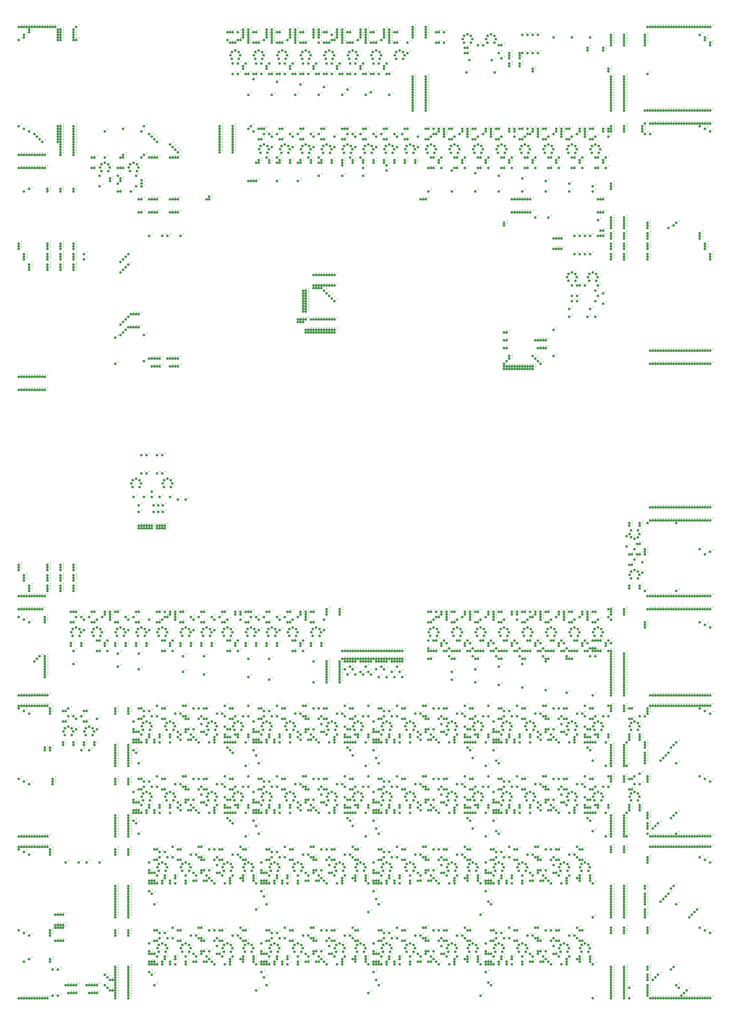
<source format=gbr>
G04 DesignSpark PCB Gerber Version 12.0 Build 5941*
G04 #@! TF.Part,Single*
G04 #@! TF.FileFunction,Drillmap*
G04 #@! TF.FilePolarity,Positive*
%FSLAX35Y35*%
%MOIN*%
%ADD11C,0.00500*%
%ADD19C,0.10000*%
G04 #@! TD.AperFunction*
X0Y0D02*
D02*
D11*
X32437Y27828D02*
X33063Y27515D01*
X33375Y26891D01*
X33063Y26265D01*
X32437Y25953D01*
X30250D01*
Y29703D01*
X32437D01*
X33063Y29391D01*
X33375Y28765D01*
X33063Y28141D01*
X32437Y27828D01*
X30250D01*
X32437Y288063D02*
X33063Y287750D01*
X33375Y287125D01*
X33063Y286500D01*
X32437Y286187D01*
X30250D01*
Y289937D01*
X32437D01*
X33063Y289625D01*
X33375Y289000D01*
X33063Y288375D01*
X32437Y288063D01*
X30250D01*
X32437Y598063D02*
X33063Y597750D01*
X33375Y597125D01*
X33063Y596500D01*
X32437Y596187D01*
X30250D01*
Y599937D01*
X32437D01*
X33063Y599625D01*
X33375Y599000D01*
X33063Y598375D01*
X32437Y598063D01*
X30250D01*
X32437Y607828D02*
X33063Y607515D01*
X33375Y606891D01*
X33063Y606265D01*
X32437Y605953D01*
X30250D01*
Y609703D01*
X32437D01*
X33063Y609391D01*
X33375Y608765D01*
X33063Y608141D01*
X32437Y607828D01*
X30250D01*
X32437Y647828D02*
X33063Y647515D01*
X33375Y646891D01*
X33063Y646265D01*
X32437Y645953D01*
X30250D01*
Y649703D01*
X32437D01*
X33063Y649391D01*
X33375Y648765D01*
X33063Y648141D01*
X32437Y647828D01*
X30250D01*
X32437Y868063D02*
X33063Y867750D01*
X33375Y867125D01*
X33063Y866500D01*
X32437Y866187D01*
X30250D01*
Y869937D01*
X32437D01*
X33063Y869625D01*
X33375Y869000D01*
X33063Y868375D01*
X32437Y868063D01*
X30250D01*
X32437Y1138063D02*
X33063Y1137750D01*
X33375Y1137125D01*
X33063Y1136500D01*
X32437Y1136187D01*
X30250D01*
Y1139937D01*
X32437D01*
X33063Y1139625D01*
X33375Y1139000D01*
X33063Y1138375D01*
X32437Y1138063D01*
X30250D01*
X32437Y1147828D02*
X33063Y1147515D01*
X33375Y1146891D01*
X33063Y1146265D01*
X32437Y1145953D01*
X30250D01*
Y1149703D01*
X32437D01*
X33063Y1149391D01*
X33375Y1148765D01*
X33063Y1148141D01*
X32437Y1147828D01*
X30250D01*
X32437Y1188063D02*
X33063Y1187750D01*
X33375Y1187125D01*
X33063Y1186500D01*
X32437Y1186187D01*
X30250D01*
Y1189937D01*
X32437D01*
X33063Y1189625D01*
X33375Y1189000D01*
X33063Y1188375D01*
X32437Y1188063D01*
X30250D01*
X32437Y1488063D02*
X33063Y1487750D01*
X33375Y1487125D01*
X33063Y1486500D01*
X32437Y1486187D01*
X30250D01*
Y1489937D01*
X32437D01*
X33063Y1489625D01*
X33375Y1489000D01*
X33063Y1488375D01*
X32437Y1488063D01*
X30250D01*
X32437Y1518063D02*
X33063Y1517750D01*
X33375Y1517125D01*
X33063Y1516500D01*
X32437Y1516187D01*
X30250D01*
Y1519937D01*
X32437D01*
X33063Y1519625D01*
X33375Y1519000D01*
X33063Y1518375D01*
X32437Y1518063D01*
X30250D01*
X32437Y1568063D02*
X33063Y1567750D01*
X33375Y1567125D01*
X33063Y1566500D01*
X32437Y1566187D01*
X30250D01*
Y1569937D01*
X32437D01*
X33063Y1569625D01*
X33375Y1569000D01*
X33063Y1568375D01*
X32437Y1568063D01*
X30250D01*
X32437Y1668063D02*
X33063Y1667750D01*
X33375Y1667125D01*
X33063Y1666500D01*
X32437Y1666187D01*
X30250D01*
Y1669937D01*
X32437D01*
X33063Y1669625D01*
X33375Y1669000D01*
X33063Y1668375D01*
X32437Y1668063D01*
X30250D01*
X32437Y1678063D02*
X33063Y1677750D01*
X33375Y1677125D01*
X33063Y1676500D01*
X32437Y1676187D01*
X30250D01*
Y1679937D01*
X32437D01*
X33063Y1679625D01*
X33375Y1679000D01*
X33063Y1678375D01*
X32437Y1678063D01*
X30250D01*
X32437Y1688063D02*
X33063Y1687750D01*
X33375Y1687125D01*
X33063Y1686500D01*
X32437Y1686187D01*
X30250D01*
Y1689937D01*
X32437D01*
X33063Y1689625D01*
X33375Y1689000D01*
X33063Y1688375D01*
X32437Y1688063D01*
X30250D01*
X32437Y2358063D02*
X33063Y2357750D01*
X33375Y2357125D01*
X33063Y2356500D01*
X32437Y2356187D01*
X30250D01*
Y2359937D01*
X32437D01*
X33063Y2359625D01*
X33375Y2359000D01*
X33063Y2358375D01*
X32437Y2358063D01*
X30250D01*
X32437Y2408063D02*
X33063Y2407750D01*
X33375Y2407125D01*
X33063Y2406500D01*
X32437Y2406187D01*
X30250D01*
Y2409937D01*
X32437D01*
X33063Y2409625D01*
X33375Y2409000D01*
X33063Y2408375D01*
X32437Y2408063D01*
X30250D01*
X32437Y2898063D02*
X33063Y2897750D01*
X33375Y2897125D01*
X33063Y2896500D01*
X32437Y2896187D01*
X30250D01*
Y2899937D01*
X32437D01*
X33063Y2899625D01*
X33375Y2899000D01*
X33063Y2898375D01*
X32437Y2898063D01*
X30250D01*
X32437Y2908063D02*
X33063Y2907750D01*
X33375Y2907125D01*
X33063Y2906500D01*
X32437Y2906187D01*
X30250D01*
Y2909937D01*
X32437D01*
X33063Y2909625D01*
X33375Y2909000D01*
X33063Y2908375D01*
X32437Y2908063D01*
X30250D01*
X32437Y2918063D02*
X33063Y2917750D01*
X33375Y2917125D01*
X33063Y2916500D01*
X32437Y2916187D01*
X30250D01*
Y2919937D01*
X32437D01*
X33063Y2919625D01*
X33375Y2919000D01*
X33063Y2918375D01*
X32437Y2918063D01*
X30250D01*
X32437Y3208063D02*
X33063Y3207750D01*
X33375Y3207125D01*
X33063Y3206500D01*
X32437Y3206187D01*
X30250D01*
Y3209937D01*
X32437D01*
X33063Y3209625D01*
X33375Y3209000D01*
X33063Y3208375D01*
X32437Y3208063D01*
X30250D01*
X32437Y3258063D02*
X33063Y3257750D01*
X33375Y3257125D01*
X33063Y3256500D01*
X32437Y3256187D01*
X30250D01*
Y3259937D01*
X32437D01*
X33063Y3259625D01*
X33375Y3259000D01*
X33063Y3258375D01*
X32437Y3258063D01*
X30250D01*
X32437Y3368063D02*
X33063Y3367750D01*
X33375Y3367125D01*
X33063Y3366500D01*
X32437Y3366187D01*
X30250D01*
Y3369937D01*
X32437D01*
X33063Y3369625D01*
X33375Y3369000D01*
X33063Y3368375D01*
X32437Y3368063D01*
X30250D01*
X32437Y3698063D02*
X33063Y3697750D01*
X33375Y3697125D01*
X33063Y3696500D01*
X32437Y3696187D01*
X30250D01*
Y3699937D01*
X32437D01*
X33063Y3699625D01*
X33375Y3699000D01*
X33063Y3698375D01*
X32437Y3698063D01*
X30250D01*
X32437Y3748063D02*
X33063Y3747750D01*
X33375Y3747125D01*
X33063Y3746500D01*
X32437Y3746187D01*
X30250D01*
Y3749937D01*
X32437D01*
X33063Y3749625D01*
X33375Y3749000D01*
X33063Y3748375D01*
X32437Y3748063D01*
X30250D01*
X42437Y27828D02*
X43063Y27515D01*
X43375Y26891D01*
X43063Y26265D01*
X42437Y25953D01*
X40250D01*
Y29703D01*
X42437D01*
X43063Y29391D01*
X43375Y28765D01*
X43063Y28141D01*
X42437Y27828D01*
X40250D01*
X42437Y607828D02*
X43063Y607515D01*
X43375Y606891D01*
X43063Y606265D01*
X42437Y605953D01*
X40250D01*
Y609703D01*
X42437D01*
X43063Y609391D01*
X43375Y608765D01*
X43063Y608141D01*
X42437Y607828D01*
X40250D01*
X42437Y647828D02*
X43063Y647515D01*
X43375Y646891D01*
X43063Y646265D01*
X42437Y645953D01*
X40250D01*
Y649703D01*
X42437D01*
X43063Y649391D01*
X43375Y648765D01*
X43063Y648141D01*
X42437Y647828D01*
X40250D01*
X42437Y1147828D02*
X43063Y1147515D01*
X43375Y1146891D01*
X43063Y1146265D01*
X42437Y1145953D01*
X40250D01*
Y1149703D01*
X42437D01*
X43063Y1149391D01*
X43375Y1148765D01*
X43063Y1148141D01*
X42437Y1147828D01*
X40250D01*
X42437Y1188063D02*
X43063Y1187750D01*
X43375Y1187125D01*
X43063Y1186500D01*
X42437Y1186187D01*
X40250D01*
Y1189937D01*
X42437D01*
X43063Y1189625D01*
X43375Y1189000D01*
X43063Y1188375D01*
X42437Y1188063D01*
X40250D01*
X42437Y1518063D02*
X43063Y1517750D01*
X43375Y1517125D01*
X43063Y1516500D01*
X42437Y1516187D01*
X40250D01*
Y1519937D01*
X42437D01*
X43063Y1519625D01*
X43375Y1519000D01*
X43063Y1518375D01*
X42437Y1518063D01*
X40250D01*
X42437Y1568063D02*
X43063Y1567750D01*
X43375Y1567125D01*
X43063Y1566500D01*
X42437Y1566187D01*
X40250D01*
Y1569937D01*
X42437D01*
X43063Y1569625D01*
X43375Y1569000D01*
X43063Y1568375D01*
X42437Y1568063D01*
X40250D01*
X42437Y2358063D02*
X43063Y2357750D01*
X43375Y2357125D01*
X43063Y2356500D01*
X42437Y2356187D01*
X40250D01*
Y2359937D01*
X42437D01*
X43063Y2359625D01*
X43375Y2359000D01*
X43063Y2358375D01*
X42437Y2358063D01*
X40250D01*
X42437Y2408063D02*
X43063Y2407750D01*
X43375Y2407125D01*
X43063Y2406500D01*
X42437Y2406187D01*
X40250D01*
Y2409937D01*
X42437D01*
X43063Y2409625D01*
X43375Y2409000D01*
X43063Y2408375D01*
X42437Y2408063D01*
X40250D01*
X42437Y3208063D02*
X43063Y3207750D01*
X43375Y3207125D01*
X43063Y3206500D01*
X42437Y3206187D01*
X40250D01*
Y3209937D01*
X42437D01*
X43063Y3209625D01*
X43375Y3209000D01*
X43063Y3208375D01*
X42437Y3208063D01*
X40250D01*
X42437Y3258063D02*
X43063Y3257750D01*
X43375Y3257125D01*
X43063Y3256500D01*
X42437Y3256187D01*
X40250D01*
Y3259937D01*
X42437D01*
X43063Y3259625D01*
X43375Y3259000D01*
X43063Y3258375D01*
X42437Y3258063D01*
X40250D01*
X42437Y3748063D02*
X43063Y3747750D01*
X43375Y3747125D01*
X43063Y3746500D01*
X42437Y3746187D01*
X40250D01*
Y3749937D01*
X42437D01*
X43063Y3749625D01*
X43375Y3749000D01*
X43063Y3748375D01*
X42437Y3748063D01*
X40250D01*
X52437Y27828D02*
X53063Y27515D01*
X53375Y26891D01*
X53063Y26265D01*
X52437Y25953D01*
X50250D01*
Y29703D01*
X52437D01*
X53063Y29391D01*
X53375Y28765D01*
X53063Y28141D01*
X52437Y27828D01*
X50250D01*
X52437Y168063D02*
X53063Y167750D01*
X53375Y167125D01*
X53063Y166500D01*
X52437Y166187D01*
X50250D01*
Y169937D01*
X52437D01*
X53063Y169625D01*
X53375Y169000D01*
X53063Y168375D01*
X52437Y168063D01*
X50250D01*
X52437Y278063D02*
X53063Y277750D01*
X53375Y277125D01*
X53063Y276500D01*
X52437Y276187D01*
X50250D01*
Y279937D01*
X52437D01*
X53063Y279625D01*
X53375Y279000D01*
X53063Y278375D01*
X52437Y278063D01*
X50250D01*
X52437Y588063D02*
X53063Y587750D01*
X53375Y587125D01*
X53063Y586500D01*
X52437Y586187D01*
X50250D01*
Y589937D01*
X52437D01*
X53063Y589625D01*
X53375Y589000D01*
X53063Y588375D01*
X52437Y588063D01*
X50250D01*
X52437Y607828D02*
X53063Y607515D01*
X53375Y606891D01*
X53063Y606265D01*
X52437Y605953D01*
X50250D01*
Y609703D01*
X52437D01*
X53063Y609391D01*
X53375Y608765D01*
X53063Y608141D01*
X52437Y607828D01*
X50250D01*
X52437Y647828D02*
X53063Y647515D01*
X53375Y646891D01*
X53063Y646265D01*
X52437Y645953D01*
X50250D01*
Y649703D01*
X52437D01*
X53063Y649391D01*
X53375Y648765D01*
X53063Y648141D01*
X52437Y647828D01*
X50250D01*
X52437Y858063D02*
X53063Y857750D01*
X53375Y857125D01*
X53063Y856500D01*
X52437Y856187D01*
X50250D01*
Y859937D01*
X52437D01*
X53063Y859625D01*
X53375Y859000D01*
X53063Y858375D01*
X52437Y858063D01*
X50250D01*
X52437Y1128063D02*
X53063Y1127750D01*
X53375Y1127125D01*
X53063Y1126500D01*
X52437Y1126187D01*
X50250D01*
Y1129937D01*
X52437D01*
X53063Y1129625D01*
X53375Y1129000D01*
X53063Y1128375D01*
X52437Y1128063D01*
X50250D01*
X52437Y1147828D02*
X53063Y1147515D01*
X53375Y1146891D01*
X53063Y1146265D01*
X52437Y1145953D01*
X50250D01*
Y1149703D01*
X52437D01*
X53063Y1149391D01*
X53375Y1148765D01*
X53063Y1148141D01*
X52437Y1147828D01*
X50250D01*
X52437Y1188063D02*
X53063Y1187750D01*
X53375Y1187125D01*
X53063Y1186500D01*
X52437Y1186187D01*
X50250D01*
Y1189937D01*
X52437D01*
X53063Y1189625D01*
X53375Y1189000D01*
X53063Y1188375D01*
X52437Y1188063D01*
X50250D01*
X52437Y1478063D02*
X53063Y1477750D01*
X53375Y1477125D01*
X53063Y1476500D01*
X52437Y1476187D01*
X50250D01*
Y1479937D01*
X52437D01*
X53063Y1479625D01*
X53375Y1479000D01*
X53063Y1478375D01*
X52437Y1478063D01*
X50250D01*
X52437Y1518063D02*
X53063Y1517750D01*
X53375Y1517125D01*
X53063Y1516500D01*
X52437Y1516187D01*
X50250D01*
Y1519937D01*
X52437D01*
X53063Y1519625D01*
X53375Y1519000D01*
X53063Y1518375D01*
X52437Y1518063D01*
X50250D01*
X52437Y1568063D02*
X53063Y1567750D01*
X53375Y1567125D01*
X53063Y1566500D01*
X52437Y1566187D01*
X50250D01*
Y1569937D01*
X52437D01*
X53063Y1569625D01*
X53375Y1569000D01*
X53063Y1568375D01*
X52437Y1568063D01*
X50250D01*
X52437Y1628063D02*
X53063Y1627750D01*
X53375Y1627125D01*
X53063Y1626500D01*
X52437Y1626187D01*
X50250D01*
Y1629937D01*
X52437D01*
X53063Y1629625D01*
X53375Y1629000D01*
X53063Y1628375D01*
X52437Y1628063D01*
X50250D01*
X52437Y1638063D02*
X53063Y1637750D01*
X53375Y1637125D01*
X53063Y1636500D01*
X52437Y1636187D01*
X50250D01*
Y1639937D01*
X52437D01*
X53063Y1639625D01*
X53375Y1639000D01*
X53063Y1638375D01*
X52437Y1638063D01*
X50250D01*
X52437Y1648063D02*
X53063Y1647750D01*
X53375Y1647125D01*
X53063Y1646500D01*
X52437Y1646187D01*
X50250D01*
Y1649937D01*
X52437D01*
X53063Y1649625D01*
X53375Y1649000D01*
X53063Y1648375D01*
X52437Y1648063D01*
X50250D01*
X52437Y2358063D02*
X53063Y2357750D01*
X53375Y2357125D01*
X53063Y2356500D01*
X52437Y2356187D01*
X50250D01*
Y2359937D01*
X52437D01*
X53063Y2359625D01*
X53375Y2359000D01*
X53063Y2358375D01*
X52437Y2358063D01*
X50250D01*
X52437Y2408063D02*
X53063Y2407750D01*
X53375Y2407125D01*
X53063Y2406500D01*
X52437Y2406187D01*
X50250D01*
Y2409937D01*
X52437D01*
X53063Y2409625D01*
X53375Y2409000D01*
X53063Y2408375D01*
X52437Y2408063D01*
X50250D01*
X52437Y2858063D02*
X53063Y2857750D01*
X53375Y2857125D01*
X53063Y2856500D01*
X52437Y2856187D01*
X50250D01*
Y2859937D01*
X52437D01*
X53063Y2859625D01*
X53375Y2859000D01*
X53063Y2858375D01*
X52437Y2858063D01*
X50250D01*
X52437Y2868063D02*
X53063Y2867750D01*
X53375Y2867125D01*
X53063Y2866500D01*
X52437Y2866187D01*
X50250D01*
Y2869937D01*
X52437D01*
X53063Y2869625D01*
X53375Y2869000D01*
X53063Y2868375D01*
X52437Y2868063D01*
X50250D01*
X52437Y2878063D02*
X53063Y2877750D01*
X53375Y2877125D01*
X53063Y2876500D01*
X52437Y2876187D01*
X50250D01*
Y2879937D01*
X52437D01*
X53063Y2879625D01*
X53375Y2879000D01*
X53063Y2878375D01*
X52437Y2878063D01*
X50250D01*
X52437Y3118063D02*
X53063Y3117750D01*
X53375Y3117125D01*
X53063Y3116500D01*
X52437Y3116187D01*
X50250D01*
Y3119937D01*
X52437D01*
X53063Y3119625D01*
X53375Y3119000D01*
X53063Y3118375D01*
X52437Y3118063D01*
X50250D01*
X52437Y3208063D02*
X53063Y3207750D01*
X53375Y3207125D01*
X53063Y3206500D01*
X52437Y3206187D01*
X50250D01*
Y3209937D01*
X52437D01*
X53063Y3209625D01*
X53375Y3209000D01*
X53063Y3208375D01*
X52437Y3208063D01*
X50250D01*
X52437Y3258063D02*
X53063Y3257750D01*
X53375Y3257125D01*
X53063Y3256500D01*
X52437Y3256187D01*
X50250D01*
Y3259937D01*
X52437D01*
X53063Y3259625D01*
X53375Y3259000D01*
X53063Y3258375D01*
X52437Y3258063D01*
X50250D01*
X52437Y3358063D02*
X53063Y3357750D01*
X53375Y3357125D01*
X53063Y3356500D01*
X52437Y3356187D01*
X50250D01*
Y3359937D01*
X52437D01*
X53063Y3359625D01*
X53375Y3359000D01*
X53063Y3358375D01*
X52437Y3358063D01*
X50250D01*
X52437Y3708063D02*
X53063Y3707750D01*
X53375Y3707125D01*
X53063Y3706500D01*
X52437Y3706187D01*
X50250D01*
Y3709937D01*
X52437D01*
X53063Y3709625D01*
X53375Y3709000D01*
X53063Y3708375D01*
X52437Y3708063D01*
X50250D01*
X52437Y3718063D02*
X53063Y3717750D01*
X53375Y3717125D01*
X53063Y3716500D01*
X52437Y3716187D01*
X50250D01*
Y3719937D01*
X52437D01*
X53063Y3719625D01*
X53375Y3719000D01*
X53063Y3718375D01*
X52437Y3718063D01*
X50250D01*
X52437Y3748063D02*
X53063Y3747750D01*
X53375Y3747125D01*
X53063Y3746500D01*
X52437Y3746187D01*
X50250D01*
Y3749937D01*
X52437D01*
X53063Y3749625D01*
X53375Y3749000D01*
X53063Y3748375D01*
X52437Y3748063D01*
X50250D01*
X62437Y27828D02*
X63063Y27515D01*
X63375Y26891D01*
X63063Y26265D01*
X62437Y25953D01*
X60250D01*
Y29703D01*
X62437D01*
X63063Y29391D01*
X63375Y28765D01*
X63063Y28141D01*
X62437Y27828D01*
X60250D01*
X62437Y607828D02*
X63063Y607515D01*
X63375Y606891D01*
X63063Y606265D01*
X62437Y605953D01*
X60250D01*
Y609703D01*
X62437D01*
X63063Y609391D01*
X63375Y608765D01*
X63063Y608141D01*
X62437Y607828D01*
X60250D01*
X62437Y647828D02*
X63063Y647515D01*
X63375Y646891D01*
X63063Y646265D01*
X62437Y645953D01*
X60250D01*
Y649703D01*
X62437D01*
X63063Y649391D01*
X63375Y648765D01*
X63063Y648141D01*
X62437Y647828D01*
X60250D01*
X62437Y1147828D02*
X63063Y1147515D01*
X63375Y1146891D01*
X63063Y1146265D01*
X62437Y1145953D01*
X60250D01*
Y1149703D01*
X62437D01*
X63063Y1149391D01*
X63375Y1148765D01*
X63063Y1148141D01*
X62437Y1147828D01*
X60250D01*
X62437Y1188063D02*
X63063Y1187750D01*
X63375Y1187125D01*
X63063Y1186500D01*
X62437Y1186187D01*
X60250D01*
Y1189937D01*
X62437D01*
X63063Y1189625D01*
X63375Y1189000D01*
X63063Y1188375D01*
X62437Y1188063D01*
X60250D01*
X62437Y1518063D02*
X63063Y1517750D01*
X63375Y1517125D01*
X63063Y1516500D01*
X62437Y1516187D01*
X60250D01*
Y1519937D01*
X62437D01*
X63063Y1519625D01*
X63375Y1519000D01*
X63063Y1518375D01*
X62437Y1518063D01*
X60250D01*
X62437Y1568063D02*
X63063Y1567750D01*
X63375Y1567125D01*
X63063Y1566500D01*
X62437Y1566187D01*
X60250D01*
Y1569937D01*
X62437D01*
X63063Y1569625D01*
X63375Y1569000D01*
X63063Y1568375D01*
X62437Y1568063D01*
X60250D01*
X62437Y2358063D02*
X63063Y2357750D01*
X63375Y2357125D01*
X63063Y2356500D01*
X62437Y2356187D01*
X60250D01*
Y2359937D01*
X62437D01*
X63063Y2359625D01*
X63375Y2359000D01*
X63063Y2358375D01*
X62437Y2358063D01*
X60250D01*
X62437Y2408063D02*
X63063Y2407750D01*
X63375Y2407125D01*
X63063Y2406500D01*
X62437Y2406187D01*
X60250D01*
Y2409937D01*
X62437D01*
X63063Y2409625D01*
X63375Y2409000D01*
X63063Y2408375D01*
X62437Y2408063D01*
X60250D01*
X62437Y3208063D02*
X63063Y3207750D01*
X63375Y3207125D01*
X63063Y3206500D01*
X62437Y3206187D01*
X60250D01*
Y3209937D01*
X62437D01*
X63063Y3209625D01*
X63375Y3209000D01*
X63063Y3208375D01*
X62437Y3208063D01*
X60250D01*
X62437Y3258063D02*
X63063Y3257750D01*
X63375Y3257125D01*
X63063Y3256500D01*
X62437Y3256187D01*
X60250D01*
Y3259937D01*
X62437D01*
X63063Y3259625D01*
X63375Y3259000D01*
X63063Y3258375D01*
X62437Y3258063D01*
X60250D01*
X62437Y3748063D02*
X63063Y3747750D01*
X63375Y3747125D01*
X63063Y3746500D01*
X62437Y3746187D01*
X60250D01*
Y3749937D01*
X62437D01*
X63063Y3749625D01*
X63375Y3749000D01*
X63063Y3748375D01*
X62437Y3748063D01*
X60250D01*
X72437Y27828D02*
X73063Y27515D01*
X73375Y26891D01*
X73063Y26265D01*
X72437Y25953D01*
X70250D01*
Y29703D01*
X72437D01*
X73063Y29391D01*
X73375Y28765D01*
X73063Y28141D01*
X72437Y27828D01*
X70250D01*
X72437Y178063D02*
X73063Y177750D01*
X73375Y177125D01*
X73063Y176500D01*
X72437Y176187D01*
X70250D01*
Y179937D01*
X72437D01*
X73063Y179625D01*
X73375Y179000D01*
X73063Y178375D01*
X72437Y178063D01*
X70250D01*
X72437Y268063D02*
X73063Y267750D01*
X73375Y267125D01*
X73063Y266500D01*
X72437Y266187D01*
X70250D01*
Y269937D01*
X72437D01*
X73063Y269625D01*
X73375Y269000D01*
X73063Y268375D01*
X72437Y268063D01*
X70250D01*
X72437Y578063D02*
X73063Y577750D01*
X73375Y577125D01*
X73063Y576500D01*
X72437Y576187D01*
X70250D01*
Y579937D01*
X72437D01*
X73063Y579625D01*
X73375Y579000D01*
X73063Y578375D01*
X72437Y578063D01*
X70250D01*
X72437Y607828D02*
X73063Y607515D01*
X73375Y606891D01*
X73063Y606265D01*
X72437Y605953D01*
X70250D01*
Y609703D01*
X72437D01*
X73063Y609391D01*
X73375Y608765D01*
X73063Y608141D01*
X72437Y607828D01*
X70250D01*
X72437Y647828D02*
X73063Y647515D01*
X73375Y646891D01*
X73063Y646265D01*
X72437Y645953D01*
X70250D01*
Y649703D01*
X72437D01*
X73063Y649391D01*
X73375Y648765D01*
X73063Y648141D01*
X72437Y647828D01*
X70250D01*
X72437Y848063D02*
X73063Y847750D01*
X73375Y847125D01*
X73063Y846500D01*
X72437Y846187D01*
X70250D01*
Y849937D01*
X72437D01*
X73063Y849625D01*
X73375Y849000D01*
X73063Y848375D01*
X72437Y848063D01*
X70250D01*
X72437Y1118063D02*
X73063Y1117750D01*
X73375Y1117125D01*
X73063Y1116500D01*
X72437Y1116187D01*
X70250D01*
Y1119937D01*
X72437D01*
X73063Y1119625D01*
X73375Y1119000D01*
X73063Y1118375D01*
X72437Y1118063D01*
X70250D01*
X72437Y1147828D02*
X73063Y1147515D01*
X73375Y1146891D01*
X73063Y1146265D01*
X72437Y1145953D01*
X70250D01*
Y1149703D01*
X72437D01*
X73063Y1149391D01*
X73375Y1148765D01*
X73063Y1148141D01*
X72437Y1147828D01*
X70250D01*
X72437Y1188063D02*
X73063Y1187750D01*
X73375Y1187125D01*
X73063Y1186500D01*
X72437Y1186187D01*
X70250D01*
Y1189937D01*
X72437D01*
X73063Y1189625D01*
X73375Y1189000D01*
X73063Y1188375D01*
X72437Y1188063D01*
X70250D01*
X72437Y1468063D02*
X73063Y1467750D01*
X73375Y1467125D01*
X73063Y1466500D01*
X72437Y1466187D01*
X70250D01*
Y1469937D01*
X72437D01*
X73063Y1469625D01*
X73375Y1469000D01*
X73063Y1468375D01*
X72437Y1468063D01*
X70250D01*
X72437Y1518063D02*
X73063Y1517750D01*
X73375Y1517125D01*
X73063Y1516500D01*
X72437Y1516187D01*
X70250D01*
Y1519937D01*
X72437D01*
X73063Y1519625D01*
X73375Y1519000D01*
X73063Y1518375D01*
X72437Y1518063D01*
X70250D01*
X72437Y1568063D02*
X73063Y1567750D01*
X73375Y1567125D01*
X73063Y1566500D01*
X72437Y1566187D01*
X70250D01*
Y1569937D01*
X72437D01*
X73063Y1569625D01*
X73375Y1569000D01*
X73063Y1568375D01*
X72437Y1568063D01*
X70250D01*
X72437Y1588063D02*
X73063Y1587750D01*
X73375Y1587125D01*
X73063Y1586500D01*
X72437Y1586187D01*
X70250D01*
Y1589937D01*
X72437D01*
X73063Y1589625D01*
X73375Y1589000D01*
X73063Y1588375D01*
X72437Y1588063D01*
X70250D01*
X72437Y1598063D02*
X73063Y1597750D01*
X73375Y1597125D01*
X73063Y1596500D01*
X72437Y1596187D01*
X70250D01*
Y1599937D01*
X72437D01*
X73063Y1599625D01*
X73375Y1599000D01*
X73063Y1598375D01*
X72437Y1598063D01*
X70250D01*
X72437Y1608063D02*
X73063Y1607750D01*
X73375Y1607125D01*
X73063Y1606500D01*
X72437Y1606187D01*
X70250D01*
Y1609937D01*
X72437D01*
X73063Y1609625D01*
X73375Y1609000D01*
X73063Y1608375D01*
X72437Y1608063D01*
X70250D01*
X72437Y2358063D02*
X73063Y2357750D01*
X73375Y2357125D01*
X73063Y2356500D01*
X72437Y2356187D01*
X70250D01*
Y2359937D01*
X72437D01*
X73063Y2359625D01*
X73375Y2359000D01*
X73063Y2358375D01*
X72437Y2358063D01*
X70250D01*
X72437Y2408063D02*
X73063Y2407750D01*
X73375Y2407125D01*
X73063Y2406500D01*
X72437Y2406187D01*
X70250D01*
Y2409937D01*
X72437D01*
X73063Y2409625D01*
X73375Y2409000D01*
X73063Y2408375D01*
X72437Y2408063D01*
X70250D01*
X72437Y2818063D02*
X73063Y2817750D01*
X73375Y2817125D01*
X73063Y2816500D01*
X72437Y2816187D01*
X70250D01*
Y2819937D01*
X72437D01*
X73063Y2819625D01*
X73375Y2819000D01*
X73063Y2818375D01*
X72437Y2818063D01*
X70250D01*
X72437Y2828063D02*
X73063Y2827750D01*
X73375Y2827125D01*
X73063Y2826500D01*
X72437Y2826187D01*
X70250D01*
Y2829937D01*
X72437D01*
X73063Y2829625D01*
X73375Y2829000D01*
X73063Y2828375D01*
X72437Y2828063D01*
X70250D01*
X72437Y2838063D02*
X73063Y2837750D01*
X73375Y2837125D01*
X73063Y2836500D01*
X72437Y2836187D01*
X70250D01*
Y2839937D01*
X72437D01*
X73063Y2839625D01*
X73375Y2839000D01*
X73063Y2838375D01*
X72437Y2838063D01*
X70250D01*
X72437Y3128063D02*
X73063Y3127750D01*
X73375Y3127125D01*
X73063Y3126500D01*
X72437Y3126187D01*
X70250D01*
Y3129937D01*
X72437D01*
X73063Y3129625D01*
X73375Y3129000D01*
X73063Y3128375D01*
X72437Y3128063D01*
X70250D01*
X72437Y3208063D02*
X73063Y3207750D01*
X73375Y3207125D01*
X73063Y3206500D01*
X72437Y3206187D01*
X70250D01*
Y3209937D01*
X72437D01*
X73063Y3209625D01*
X73375Y3209000D01*
X73063Y3208375D01*
X72437Y3208063D01*
X70250D01*
X72437Y3258063D02*
X73063Y3257750D01*
X73375Y3257125D01*
X73063Y3256500D01*
X72437Y3256187D01*
X70250D01*
Y3259937D01*
X72437D01*
X73063Y3259625D01*
X73375Y3259000D01*
X73063Y3258375D01*
X72437Y3258063D01*
X70250D01*
X72437Y3348063D02*
X73063Y3347750D01*
X73375Y3347125D01*
X73063Y3346500D01*
X72437Y3346187D01*
X70250D01*
Y3349937D01*
X72437D01*
X73063Y3349625D01*
X73375Y3349000D01*
X73063Y3348375D01*
X72437Y3348063D01*
X70250D01*
X72437Y3728063D02*
X73063Y3727750D01*
X73375Y3727125D01*
X73063Y3726500D01*
X72437Y3726187D01*
X70250D01*
Y3729937D01*
X72437D01*
X73063Y3729625D01*
X73375Y3729000D01*
X73063Y3728375D01*
X72437Y3728063D01*
X70250D01*
X72437Y3738063D02*
X73063Y3737750D01*
X73375Y3737125D01*
X73063Y3736500D01*
X72437Y3736187D01*
X70250D01*
Y3739937D01*
X72437D01*
X73063Y3739625D01*
X73375Y3739000D01*
X73063Y3738375D01*
X72437Y3738063D01*
X70250D01*
X72437Y3748063D02*
X73063Y3747750D01*
X73375Y3747125D01*
X73063Y3746500D01*
X72437Y3746187D01*
X70250D01*
Y3749937D01*
X72437D01*
X73063Y3749625D01*
X73375Y3749000D01*
X73063Y3748375D01*
X72437Y3748063D01*
X70250D01*
X82437Y27828D02*
X83063Y27515D01*
X83375Y26891D01*
X83063Y26265D01*
X82437Y25953D01*
X80250D01*
Y29703D01*
X82437D01*
X83063Y29391D01*
X83375Y28765D01*
X83063Y28141D01*
X82437Y27828D01*
X80250D01*
X82437Y607828D02*
X83063Y607515D01*
X83375Y606891D01*
X83063Y606265D01*
X82437Y605953D01*
X80250D01*
Y609703D01*
X82437D01*
X83063Y609391D01*
X83375Y608765D01*
X83063Y608141D01*
X82437Y607828D01*
X80250D01*
X82437Y647828D02*
X83063Y647515D01*
X83375Y646891D01*
X83063Y646265D01*
X82437Y645953D01*
X80250D01*
Y649703D01*
X82437D01*
X83063Y649391D01*
X83375Y648765D01*
X83063Y648141D01*
X82437Y647828D01*
X80250D01*
X82437Y1147828D02*
X83063Y1147515D01*
X83375Y1146891D01*
X83063Y1146265D01*
X82437Y1145953D01*
X80250D01*
Y1149703D01*
X82437D01*
X83063Y1149391D01*
X83375Y1148765D01*
X83063Y1148141D01*
X82437Y1147828D01*
X80250D01*
X82437Y1188063D02*
X83063Y1187750D01*
X83375Y1187125D01*
X83063Y1186500D01*
X82437Y1186187D01*
X80250D01*
Y1189937D01*
X82437D01*
X83063Y1189625D01*
X83375Y1189000D01*
X83063Y1188375D01*
X82437Y1188063D01*
X80250D01*
X82437Y1518063D02*
X83063Y1517750D01*
X83375Y1517125D01*
X83063Y1516500D01*
X82437Y1516187D01*
X80250D01*
Y1519937D01*
X82437D01*
X83063Y1519625D01*
X83375Y1519000D01*
X83063Y1518375D01*
X82437Y1518063D01*
X80250D01*
X82437Y1568063D02*
X83063Y1567750D01*
X83375Y1567125D01*
X83063Y1566500D01*
X82437Y1566187D01*
X80250D01*
Y1569937D01*
X82437D01*
X83063Y1569625D01*
X83375Y1569000D01*
X83063Y1568375D01*
X82437Y1568063D01*
X80250D01*
X82437Y2358063D02*
X83063Y2357750D01*
X83375Y2357125D01*
X83063Y2356500D01*
X82437Y2356187D01*
X80250D01*
Y2359937D01*
X82437D01*
X83063Y2359625D01*
X83375Y2359000D01*
X83063Y2358375D01*
X82437Y2358063D01*
X80250D01*
X82437Y2408063D02*
X83063Y2407750D01*
X83375Y2407125D01*
X83063Y2406500D01*
X82437Y2406187D01*
X80250D01*
Y2409937D01*
X82437D01*
X83063Y2409625D01*
X83375Y2409000D01*
X83063Y2408375D01*
X82437Y2408063D01*
X80250D01*
X82437Y3208063D02*
X83063Y3207750D01*
X83375Y3207125D01*
X83063Y3206500D01*
X82437Y3206187D01*
X80250D01*
Y3209937D01*
X82437D01*
X83063Y3209625D01*
X83375Y3209000D01*
X83063Y3208375D01*
X82437Y3208063D01*
X80250D01*
X82437Y3258063D02*
X83063Y3257750D01*
X83375Y3257125D01*
X83063Y3256500D01*
X82437Y3256187D01*
X80250D01*
Y3259937D01*
X82437D01*
X83063Y3259625D01*
X83375Y3259000D01*
X83063Y3258375D01*
X82437Y3258063D01*
X80250D01*
X82437Y3748063D02*
X83063Y3747750D01*
X83375Y3747125D01*
X83063Y3746500D01*
X82437Y3746187D01*
X80250D01*
Y3749937D01*
X82437D01*
X83063Y3749625D01*
X83375Y3749000D01*
X83063Y3748375D01*
X82437Y3748063D01*
X80250D01*
X92437Y27828D02*
X93063Y27515D01*
X93375Y26891D01*
X93063Y26265D01*
X92437Y25953D01*
X90250D01*
Y29703D01*
X92437D01*
X93063Y29391D01*
X93375Y28765D01*
X93063Y28141D01*
X92437Y27828D01*
X90250D01*
X92437Y607828D02*
X93063Y607515D01*
X93375Y606891D01*
X93063Y606265D01*
X92437Y605953D01*
X90250D01*
Y609703D01*
X92437D01*
X93063Y609391D01*
X93375Y608765D01*
X93063Y608141D01*
X92437Y607828D01*
X90250D01*
X92437Y647828D02*
X93063Y647515D01*
X93375Y646891D01*
X93063Y646265D01*
X92437Y645953D01*
X90250D01*
Y649703D01*
X92437D01*
X93063Y649391D01*
X93375Y648765D01*
X93063Y648141D01*
X92437Y647828D01*
X90250D01*
X92437Y1147828D02*
X93063Y1147515D01*
X93375Y1146891D01*
X93063Y1146265D01*
X92437Y1145953D01*
X90250D01*
Y1149703D01*
X92437D01*
X93063Y1149391D01*
X93375Y1148765D01*
X93063Y1148141D01*
X92437Y1147828D01*
X90250D01*
X92437Y1188297D02*
X93063Y1187985D01*
X93375Y1187360D01*
X93063Y1186735D01*
X92437Y1186422D01*
X90250D01*
Y1190172D01*
X92437D01*
X93063Y1189860D01*
X93375Y1189235D01*
X93063Y1188610D01*
X92437Y1188297D01*
X90250D01*
X92437Y1318063D02*
X93063Y1317750D01*
X93375Y1317125D01*
X93063Y1316500D01*
X92437Y1316187D01*
X90250D01*
Y1319937D01*
X92437D01*
X93063Y1319625D01*
X93375Y1319000D01*
X93063Y1318375D01*
X92437Y1318063D01*
X90250D01*
X92437Y1518063D02*
X93063Y1517750D01*
X93375Y1517125D01*
X93063Y1516500D01*
X92437Y1516187D01*
X90250D01*
Y1519937D01*
X92437D01*
X93063Y1519625D01*
X93375Y1519000D01*
X93063Y1518375D01*
X92437Y1518063D01*
X90250D01*
X92437Y1568297D02*
X93063Y1567985D01*
X93375Y1567360D01*
X93063Y1566735D01*
X92437Y1566422D01*
X90250D01*
Y1570172D01*
X92437D01*
X93063Y1569860D01*
X93375Y1569235D01*
X93063Y1568610D01*
X92437Y1568297D01*
X90250D01*
X92437Y2358063D02*
X93063Y2357750D01*
X93375Y2357125D01*
X93063Y2356500D01*
X92437Y2356187D01*
X90250D01*
Y2359937D01*
X92437D01*
X93063Y2359625D01*
X93375Y2359000D01*
X93063Y2358375D01*
X92437Y2358063D01*
X90250D01*
X92437Y2408297D02*
X93063Y2407985D01*
X93375Y2407360D01*
X93063Y2406735D01*
X92437Y2406422D01*
X90250D01*
Y2410172D01*
X92437D01*
X93063Y2409860D01*
X93375Y2409235D01*
X93063Y2408610D01*
X92437Y2408297D01*
X90250D01*
X92437Y3208063D02*
X93063Y3207750D01*
X93375Y3207125D01*
X93063Y3206500D01*
X92437Y3206187D01*
X90250D01*
Y3209937D01*
X92437D01*
X93063Y3209625D01*
X93375Y3209000D01*
X93063Y3208375D01*
X92437Y3208063D01*
X90250D01*
X92437Y3258063D02*
X93063Y3257750D01*
X93375Y3257125D01*
X93063Y3256500D01*
X92437Y3256187D01*
X90250D01*
Y3259937D01*
X92437D01*
X93063Y3259625D01*
X93375Y3259000D01*
X93063Y3258375D01*
X92437Y3258063D01*
X90250D01*
X92437Y3338063D02*
X93063Y3337750D01*
X93375Y3337125D01*
X93063Y3336500D01*
X92437Y3336187D01*
X90250D01*
Y3339937D01*
X92437D01*
X93063Y3339625D01*
X93375Y3339000D01*
X93063Y3338375D01*
X92437Y3338063D01*
X90250D01*
X92437Y3748297D02*
X93063Y3747985D01*
X93375Y3747360D01*
X93063Y3746735D01*
X92437Y3746422D01*
X90250D01*
Y3750172D01*
X92437D01*
X93063Y3749860D01*
X93375Y3749235D01*
X93063Y3748610D01*
X92437Y3748297D01*
X90250D01*
X102437Y27828D02*
X103063Y27515D01*
X103375Y26891D01*
X103063Y26265D01*
X102437Y25953D01*
X100250D01*
Y29703D01*
X102437D01*
X103063Y29391D01*
X103375Y28765D01*
X103063Y28141D01*
X102437Y27828D01*
X100250D01*
X102437Y607828D02*
X103063Y607515D01*
X103375Y606891D01*
X103063Y606265D01*
X102437Y605953D01*
X100250D01*
Y609703D01*
X102437D01*
X103063Y609391D01*
X103375Y608765D01*
X103063Y608141D01*
X102437Y607828D01*
X100250D01*
X102437Y647828D02*
X103063Y647515D01*
X103375Y646891D01*
X103063Y646265D01*
X102437Y645953D01*
X100250D01*
Y649703D01*
X102437D01*
X103063Y649391D01*
X103375Y648765D01*
X103063Y648141D01*
X102437Y647828D01*
X100250D01*
X102437Y1147828D02*
X103063Y1147515D01*
X103375Y1146891D01*
X103063Y1146265D01*
X102437Y1145953D01*
X100250D01*
Y1149703D01*
X102437D01*
X103063Y1149391D01*
X103375Y1148765D01*
X103063Y1148141D01*
X102437Y1147828D01*
X100250D01*
X102437Y1188297D02*
X103063Y1187985D01*
X103375Y1187360D01*
X103063Y1186735D01*
X102437Y1186422D01*
X100250D01*
Y1190172D01*
X102437D01*
X103063Y1189860D01*
X103375Y1189235D01*
X103063Y1188610D01*
X102437Y1188297D01*
X100250D01*
X102437Y1328063D02*
X103063Y1327750D01*
X103375Y1327125D01*
X103063Y1326500D01*
X102437Y1326187D01*
X100250D01*
Y1329937D01*
X102437D01*
X103063Y1329625D01*
X103375Y1329000D01*
X103063Y1328375D01*
X102437Y1328063D01*
X100250D01*
X102437Y1518063D02*
X103063Y1517750D01*
X103375Y1517125D01*
X103063Y1516500D01*
X102437Y1516187D01*
X100250D01*
Y1519937D01*
X102437D01*
X103063Y1519625D01*
X103375Y1519000D01*
X103063Y1518375D01*
X102437Y1518063D01*
X100250D01*
X102437Y1568297D02*
X103063Y1567985D01*
X103375Y1567360D01*
X103063Y1566735D01*
X102437Y1566422D01*
X100250D01*
Y1570172D01*
X102437D01*
X103063Y1569860D01*
X103375Y1569235D01*
X103063Y1568610D01*
X102437Y1568297D01*
X100250D01*
X102437Y2358063D02*
X103063Y2357750D01*
X103375Y2357125D01*
X103063Y2356500D01*
X102437Y2356187D01*
X100250D01*
Y2359937D01*
X102437D01*
X103063Y2359625D01*
X103375Y2359000D01*
X103063Y2358375D01*
X102437Y2358063D01*
X100250D01*
X102437Y2408297D02*
X103063Y2407985D01*
X103375Y2407360D01*
X103063Y2406735D01*
X102437Y2406422D01*
X100250D01*
Y2410172D01*
X102437D01*
X103063Y2409860D01*
X103375Y2409235D01*
X103063Y2408610D01*
X102437Y2408297D01*
X100250D01*
X102437Y3208063D02*
X103063Y3207750D01*
X103375Y3207125D01*
X103063Y3206500D01*
X102437Y3206187D01*
X100250D01*
Y3209937D01*
X102437D01*
X103063Y3209625D01*
X103375Y3209000D01*
X103063Y3208375D01*
X102437Y3208063D01*
X100250D01*
X102437Y3258063D02*
X103063Y3257750D01*
X103375Y3257125D01*
X103063Y3256500D01*
X102437Y3256187D01*
X100250D01*
Y3259937D01*
X102437D01*
X103063Y3259625D01*
X103375Y3259000D01*
X103063Y3258375D01*
X102437Y3258063D01*
X100250D01*
X102437Y3328063D02*
X103063Y3327750D01*
X103375Y3327125D01*
X103063Y3326500D01*
X102437Y3326187D01*
X100250D01*
Y3329937D01*
X102437D01*
X103063Y3329625D01*
X103375Y3329000D01*
X103063Y3328375D01*
X102437Y3328063D01*
X100250D01*
X102437Y3748297D02*
X103063Y3747985D01*
X103375Y3747360D01*
X103063Y3746735D01*
X102437Y3746422D01*
X100250D01*
Y3750172D01*
X102437D01*
X103063Y3749860D01*
X103375Y3749235D01*
X103063Y3748610D01*
X102437Y3748297D01*
X100250D01*
X112437Y27828D02*
X113063Y27515D01*
X113375Y26891D01*
X113063Y26265D01*
X112437Y25953D01*
X110250D01*
Y29703D01*
X112437D01*
X113063Y29391D01*
X113375Y28765D01*
X113063Y28141D01*
X112437Y27828D01*
X110250D01*
X112437Y607828D02*
X113063Y607515D01*
X113375Y606891D01*
X113063Y606265D01*
X112437Y605953D01*
X110250D01*
Y609703D01*
X112437D01*
X113063Y609391D01*
X113375Y608765D01*
X113063Y608141D01*
X112437Y607828D01*
X110250D01*
X112437Y647828D02*
X113063Y647515D01*
X113375Y646891D01*
X113063Y646265D01*
X112437Y645953D01*
X110250D01*
Y649703D01*
X112437D01*
X113063Y649391D01*
X113375Y648765D01*
X113063Y648141D01*
X112437Y647828D01*
X110250D01*
X112437Y1147828D02*
X113063Y1147515D01*
X113375Y1146891D01*
X113063Y1146265D01*
X112437Y1145953D01*
X110250D01*
Y1149703D01*
X112437D01*
X113063Y1149391D01*
X113375Y1148765D01*
X113063Y1148141D01*
X112437Y1147828D01*
X110250D01*
X112437Y1188297D02*
X113063Y1187985D01*
X113375Y1187360D01*
X113063Y1186735D01*
X112437Y1186422D01*
X110250D01*
Y1190172D01*
X112437D01*
X113063Y1189860D01*
X113375Y1189235D01*
X113063Y1188610D01*
X112437Y1188297D01*
X110250D01*
X112437Y1338063D02*
X113063Y1337750D01*
X113375Y1337125D01*
X113063Y1336500D01*
X112437Y1336187D01*
X110250D01*
Y1339937D01*
X112437D01*
X113063Y1339625D01*
X113375Y1339000D01*
X113063Y1338375D01*
X112437Y1338063D01*
X110250D01*
X112437Y1518063D02*
X113063Y1517750D01*
X113375Y1517125D01*
X113063Y1516500D01*
X112437Y1516187D01*
X110250D01*
Y1519937D01*
X112437D01*
X113063Y1519625D01*
X113375Y1519000D01*
X113063Y1518375D01*
X112437Y1518063D01*
X110250D01*
X112437Y1568297D02*
X113063Y1567985D01*
X113375Y1567360D01*
X113063Y1566735D01*
X112437Y1566422D01*
X110250D01*
Y1570172D01*
X112437D01*
X113063Y1569860D01*
X113375Y1569235D01*
X113063Y1568610D01*
X112437Y1568297D01*
X110250D01*
X112437Y2358063D02*
X113063Y2357750D01*
X113375Y2357125D01*
X113063Y2356500D01*
X112437Y2356187D01*
X110250D01*
Y2359937D01*
X112437D01*
X113063Y2359625D01*
X113375Y2359000D01*
X113063Y2358375D01*
X112437Y2358063D01*
X110250D01*
X112437Y2408297D02*
X113063Y2407985D01*
X113375Y2407360D01*
X113063Y2406735D01*
X112437Y2406422D01*
X110250D01*
Y2410172D01*
X112437D01*
X113063Y2409860D01*
X113375Y2409235D01*
X113063Y2408610D01*
X112437Y2408297D01*
X110250D01*
X112437Y3208063D02*
X113063Y3207750D01*
X113375Y3207125D01*
X113063Y3206500D01*
X112437Y3206187D01*
X110250D01*
Y3209937D01*
X112437D01*
X113063Y3209625D01*
X113375Y3209000D01*
X113063Y3208375D01*
X112437Y3208063D01*
X110250D01*
X112437Y3258063D02*
X113063Y3257750D01*
X113375Y3257125D01*
X113063Y3256500D01*
X112437Y3256187D01*
X110250D01*
Y3259937D01*
X112437D01*
X113063Y3259625D01*
X113375Y3259000D01*
X113063Y3258375D01*
X112437Y3258063D01*
X110250D01*
X112437Y3318063D02*
X113063Y3317750D01*
X113375Y3317125D01*
X113063Y3316500D01*
X112437Y3316187D01*
X110250D01*
Y3319937D01*
X112437D01*
X113063Y3319625D01*
X113375Y3319000D01*
X113063Y3318375D01*
X112437Y3318063D01*
X110250D01*
X112437Y3748297D02*
X113063Y3747985D01*
X113375Y3747360D01*
X113063Y3746735D01*
X112437Y3746422D01*
X110250D01*
Y3750172D01*
X112437D01*
X113063Y3749860D01*
X113375Y3749235D01*
X113063Y3748610D01*
X112437Y3748297D01*
X110250D01*
X122437Y27828D02*
X123063Y27515D01*
X123375Y26891D01*
X123063Y26265D01*
X122437Y25953D01*
X120250D01*
Y29703D01*
X122437D01*
X123063Y29391D01*
X123375Y28765D01*
X123063Y28141D01*
X122437Y27828D01*
X120250D01*
X122437Y607828D02*
X123063Y607515D01*
X123375Y606891D01*
X123063Y606265D01*
X122437Y605953D01*
X120250D01*
Y609703D01*
X122437D01*
X123063Y609391D01*
X123375Y608765D01*
X123063Y608141D01*
X122437Y607828D01*
X120250D01*
X122437Y647828D02*
X123063Y647515D01*
X123375Y646891D01*
X123063Y646265D01*
X122437Y645953D01*
X120250D01*
Y649703D01*
X122437D01*
X123063Y649391D01*
X123375Y648765D01*
X123063Y648141D01*
X122437Y647828D01*
X120250D01*
X122437Y1147828D02*
X123063Y1147515D01*
X123375Y1146891D01*
X123063Y1146265D01*
X122437Y1145953D01*
X120250D01*
Y1149703D01*
X122437D01*
X123063Y1149391D01*
X123375Y1148765D01*
X123063Y1148141D01*
X122437Y1147828D01*
X120250D01*
X122437Y1188297D02*
X123063Y1187985D01*
X123375Y1187360D01*
X123063Y1186735D01*
X122437Y1186422D01*
X120250D01*
Y1190172D01*
X122437D01*
X123063Y1189860D01*
X123375Y1189235D01*
X123063Y1188610D01*
X122437Y1188297D01*
X120250D01*
X122437Y1518063D02*
X123063Y1517750D01*
X123375Y1517125D01*
X123063Y1516500D01*
X122437Y1516187D01*
X120250D01*
Y1519937D01*
X122437D01*
X123063Y1519625D01*
X123375Y1519000D01*
X123063Y1518375D01*
X122437Y1518063D01*
X120250D01*
X122437Y1568297D02*
X123063Y1567985D01*
X123375Y1567360D01*
X123063Y1566735D01*
X122437Y1566422D01*
X120250D01*
Y1570172D01*
X122437D01*
X123063Y1569860D01*
X123375Y1569235D01*
X123063Y1568610D01*
X122437Y1568297D01*
X120250D01*
X122437Y2358063D02*
X123063Y2357750D01*
X123375Y2357125D01*
X123063Y2356500D01*
X122437Y2356187D01*
X120250D01*
Y2359937D01*
X122437D01*
X123063Y2359625D01*
X123375Y2359000D01*
X123063Y2358375D01*
X122437Y2358063D01*
X120250D01*
X122437Y2408297D02*
X123063Y2407985D01*
X123375Y2407360D01*
X123063Y2406735D01*
X122437Y2406422D01*
X120250D01*
Y2410172D01*
X122437D01*
X123063Y2409860D01*
X123375Y2409235D01*
X123063Y2408610D01*
X122437Y2408297D01*
X120250D01*
X122437Y3208063D02*
X123063Y3207750D01*
X123375Y3207125D01*
X123063Y3206500D01*
X122437Y3206187D01*
X120250D01*
Y3209937D01*
X122437D01*
X123063Y3209625D01*
X123375Y3209000D01*
X123063Y3208375D01*
X122437Y3208063D01*
X120250D01*
X122437Y3258063D02*
X123063Y3257750D01*
X123375Y3257125D01*
X123063Y3256500D01*
X122437Y3256187D01*
X120250D01*
Y3259937D01*
X122437D01*
X123063Y3259625D01*
X123375Y3259000D01*
X123063Y3258375D01*
X122437Y3258063D01*
X120250D01*
X122437Y3308063D02*
X123063Y3307750D01*
X123375Y3307125D01*
X123063Y3306500D01*
X122437Y3306187D01*
X120250D01*
Y3309937D01*
X122437D01*
X123063Y3309625D01*
X123375Y3309000D01*
X123063Y3308375D01*
X122437Y3308063D01*
X120250D01*
X122437Y3748297D02*
X123063Y3747985D01*
X123375Y3747360D01*
X123063Y3746735D01*
X122437Y3746422D01*
X120250D01*
Y3750172D01*
X122437D01*
X123063Y3749860D01*
X123375Y3749235D01*
X123063Y3748610D01*
X122437Y3748297D01*
X120250D01*
X132437Y28063D02*
X133063Y27750D01*
X133375Y27125D01*
X133063Y26500D01*
X132437Y26187D01*
X130250D01*
Y29937D01*
X132437D01*
X133063Y29625D01*
X133375Y29000D01*
X133063Y28375D01*
X132437Y28063D01*
X130250D01*
X132437Y608063D02*
X133063Y607750D01*
X133375Y607125D01*
X133063Y606500D01*
X132437Y606187D01*
X130250D01*
Y609937D01*
X132437D01*
X133063Y609625D01*
X133375Y609000D01*
X133063Y608375D01*
X132437Y608063D01*
X130250D01*
X132437Y648063D02*
X133063Y647750D01*
X133375Y647125D01*
X133063Y646500D01*
X132437Y646187D01*
X130250D01*
Y649937D01*
X132437D01*
X133063Y649625D01*
X133375Y649000D01*
X133063Y648375D01*
X132437Y648063D01*
X130250D01*
X132437Y978063D02*
X133063Y977750D01*
X133375Y977125D01*
X133063Y976500D01*
X132437Y976187D01*
X130250D01*
Y979937D01*
X132437D01*
X133063Y979625D01*
X133375Y979000D01*
X133063Y978375D01*
X132437Y978063D01*
X130250D01*
X132437Y988063D02*
X133063Y987750D01*
X133375Y987125D01*
X133063Y986500D01*
X132437Y986187D01*
X130250D01*
Y989937D01*
X132437D01*
X133063Y989625D01*
X133375Y989000D01*
X133063Y988375D01*
X132437Y988063D01*
X130250D01*
X132437Y1148063D02*
X133063Y1147750D01*
X133375Y1147125D01*
X133063Y1146500D01*
X132437Y1146187D01*
X130250D01*
Y1149937D01*
X132437D01*
X133063Y1149625D01*
X133375Y1149000D01*
X133063Y1148375D01*
X132437Y1148063D01*
X130250D01*
X132437Y1188297D02*
X133063Y1187985D01*
X133375Y1187360D01*
X133063Y1186735D01*
X132437Y1186422D01*
X130250D01*
Y1190172D01*
X132437D01*
X133063Y1189860D01*
X133375Y1189235D01*
X133063Y1188610D01*
X132437Y1188297D01*
X130250D01*
X132437Y1258063D02*
X133063Y1257750D01*
X133375Y1257125D01*
X133063Y1256500D01*
X132437Y1256187D01*
X130250D01*
Y1259937D01*
X132437D01*
X133063Y1259625D01*
X133375Y1259000D01*
X133063Y1258375D01*
X132437Y1258063D01*
X130250D01*
X132437Y1268063D02*
X133063Y1267750D01*
X133375Y1267125D01*
X133063Y1266500D01*
X132437Y1266187D01*
X130250D01*
Y1269937D01*
X132437D01*
X133063Y1269625D01*
X133375Y1269000D01*
X133063Y1268375D01*
X132437Y1268063D01*
X130250D01*
X132437Y1278063D02*
X133063Y1277750D01*
X133375Y1277125D01*
X133063Y1276500D01*
X132437Y1276187D01*
X130250D01*
Y1279937D01*
X132437D01*
X133063Y1279625D01*
X133375Y1279000D01*
X133063Y1278375D01*
X132437Y1278063D01*
X130250D01*
X132437Y1288063D02*
X133063Y1287750D01*
X133375Y1287125D01*
X133063Y1286500D01*
X132437Y1286187D01*
X130250D01*
Y1289937D01*
X132437D01*
X133063Y1289625D01*
X133375Y1289000D01*
X133063Y1288375D01*
X132437Y1288063D01*
X130250D01*
X132437Y1298063D02*
X133063Y1297750D01*
X133375Y1297125D01*
X133063Y1296500D01*
X132437Y1296187D01*
X130250D01*
Y1299937D01*
X132437D01*
X133063Y1299625D01*
X133375Y1299000D01*
X133063Y1298375D01*
X132437Y1298063D01*
X130250D01*
X132437Y1308063D02*
X133063Y1307750D01*
X133375Y1307125D01*
X133063Y1306500D01*
X132437Y1306187D01*
X130250D01*
Y1309937D01*
X132437D01*
X133063Y1309625D01*
X133375Y1309000D01*
X133063Y1308375D01*
X132437Y1308063D01*
X130250D01*
X132437Y1318063D02*
X133063Y1317750D01*
X133375Y1317125D01*
X133063Y1316500D01*
X132437Y1316187D01*
X130250D01*
Y1319937D01*
X132437D01*
X133063Y1319625D01*
X133375Y1319000D01*
X133063Y1318375D01*
X132437Y1318063D01*
X130250D01*
X132437Y1328063D02*
X133063Y1327750D01*
X133375Y1327125D01*
X133063Y1326500D01*
X132437Y1326187D01*
X130250D01*
Y1329937D01*
X132437D01*
X133063Y1329625D01*
X133375Y1329000D01*
X133063Y1328375D01*
X132437Y1328063D01*
X130250D01*
X132437Y1338063D02*
X133063Y1337750D01*
X133375Y1337125D01*
X133063Y1336500D01*
X132437Y1336187D01*
X130250D01*
Y1339937D01*
X132437D01*
X133063Y1339625D01*
X133375Y1339000D01*
X133063Y1338375D01*
X132437Y1338063D01*
X130250D01*
X132437Y1468063D02*
X133063Y1467750D01*
X133375Y1467125D01*
X133063Y1466500D01*
X132437Y1466187D01*
X130250D01*
Y1469937D01*
X132437D01*
X133063Y1469625D01*
X133375Y1469000D01*
X133063Y1468375D01*
X132437Y1468063D01*
X130250D01*
X132437Y1478063D02*
X133063Y1477750D01*
X133375Y1477125D01*
X133063Y1476500D01*
X132437Y1476187D01*
X130250D01*
Y1479937D01*
X132437D01*
X133063Y1479625D01*
X133375Y1479000D01*
X133063Y1478375D01*
X132437Y1478063D01*
X130250D01*
X132437Y1488063D02*
X133063Y1487750D01*
X133375Y1487125D01*
X133063Y1486500D01*
X132437Y1486187D01*
X130250D01*
Y1489937D01*
X132437D01*
X133063Y1489625D01*
X133375Y1489000D01*
X133063Y1488375D01*
X132437Y1488063D01*
X130250D01*
X132437Y1568063D02*
X133063Y1567750D01*
X133375Y1567125D01*
X133063Y1566500D01*
X132437Y1566187D01*
X130250D01*
Y1569937D01*
X132437D01*
X133063Y1569625D01*
X133375Y1569000D01*
X133063Y1568375D01*
X132437Y1568063D01*
X130250D01*
X132437Y2358063D02*
X133063Y2357750D01*
X133375Y2357125D01*
X133063Y2356500D01*
X132437Y2356187D01*
X130250D01*
Y2359937D01*
X132437D01*
X133063Y2359625D01*
X133375Y2359000D01*
X133063Y2358375D01*
X132437Y2358063D01*
X130250D01*
X132437Y2408063D02*
X133063Y2407750D01*
X133375Y2407125D01*
X133063Y2406500D01*
X132437Y2406187D01*
X130250D01*
Y2409937D01*
X132437D01*
X133063Y2409625D01*
X133375Y2409000D01*
X133063Y2408375D01*
X132437Y2408063D01*
X130250D01*
X132437Y3208063D02*
X133063Y3207750D01*
X133375Y3207125D01*
X133063Y3206500D01*
X132437Y3206187D01*
X130250D01*
Y3209937D01*
X132437D01*
X133063Y3209625D01*
X133375Y3209000D01*
X133063Y3208375D01*
X132437Y3208063D01*
X130250D01*
X132437Y3258063D02*
X133063Y3257750D01*
X133375Y3257125D01*
X133063Y3256500D01*
X132437Y3256187D01*
X130250D01*
Y3259937D01*
X132437D01*
X133063Y3259625D01*
X133375Y3259000D01*
X133063Y3258375D01*
X132437Y3258063D01*
X130250D01*
X132437Y3748063D02*
X133063Y3747750D01*
X133375Y3747125D01*
X133063Y3746500D01*
X132437Y3746187D01*
X130250D01*
Y3749937D01*
X132437D01*
X133063Y3749625D01*
X133375Y3749000D01*
X133063Y3748375D01*
X132437Y3748063D01*
X130250D01*
X142437Y28063D02*
X143063Y27750D01*
X143375Y27125D01*
X143063Y26500D01*
X142437Y26187D01*
X140250D01*
Y29937D01*
X142437D01*
X143063Y29625D01*
X143375Y29000D01*
X143063Y28375D01*
X142437Y28063D01*
X140250D01*
X142437Y608063D02*
X143063Y607750D01*
X143375Y607125D01*
X143063Y606500D01*
X142437Y606187D01*
X140250D01*
Y609937D01*
X142437D01*
X143063Y609625D01*
X143375Y609000D01*
X143063Y608375D01*
X142437Y608063D01*
X140250D01*
X142437Y648063D02*
X143063Y647750D01*
X143375Y647125D01*
X143063Y646500D01*
X142437Y646187D01*
X140250D01*
Y649937D01*
X142437D01*
X143063Y649625D01*
X143375Y649000D01*
X143063Y648375D01*
X142437Y648063D01*
X140250D01*
X142437Y1148063D02*
X143063Y1147750D01*
X143375Y1147125D01*
X143063Y1146500D01*
X142437Y1146187D01*
X140250D01*
Y1149937D01*
X142437D01*
X143063Y1149625D01*
X143375Y1149000D01*
X143063Y1148375D01*
X142437Y1148063D01*
X140250D01*
X142437Y1188297D02*
X143063Y1187985D01*
X143375Y1187360D01*
X143063Y1186735D01*
X142437Y1186422D01*
X140250D01*
Y1190172D01*
X142437D01*
X143063Y1189860D01*
X143375Y1189235D01*
X143063Y1188610D01*
X142437Y1188297D01*
X140250D01*
X142437Y1588063D02*
X143063Y1587750D01*
X143375Y1587125D01*
X143063Y1586500D01*
X142437Y1586187D01*
X140250D01*
Y1589937D01*
X142437D01*
X143063Y1589625D01*
X143375Y1589000D01*
X143063Y1588375D01*
X142437Y1588063D01*
X140250D01*
X142437Y1598063D02*
X143063Y1597750D01*
X143375Y1597125D01*
X143063Y1596500D01*
X142437Y1596187D01*
X140250D01*
Y1599937D01*
X142437D01*
X143063Y1599625D01*
X143375Y1599000D01*
X143063Y1598375D01*
X142437Y1598063D01*
X140250D01*
X142437Y1608063D02*
X143063Y1607750D01*
X143375Y1607125D01*
X143063Y1606500D01*
X142437Y1606187D01*
X140250D01*
Y1609937D01*
X142437D01*
X143063Y1609625D01*
X143375Y1609000D01*
X143063Y1608375D01*
X142437Y1608063D01*
X140250D01*
X142437Y1628063D02*
X143063Y1627750D01*
X143375Y1627125D01*
X143063Y1626500D01*
X142437Y1626187D01*
X140250D01*
Y1629937D01*
X142437D01*
X143063Y1629625D01*
X143375Y1629000D01*
X143063Y1628375D01*
X142437Y1628063D01*
X140250D01*
X142437Y1638063D02*
X143063Y1637750D01*
X143375Y1637125D01*
X143063Y1636500D01*
X142437Y1636187D01*
X140250D01*
Y1639937D01*
X142437D01*
X143063Y1639625D01*
X143375Y1639000D01*
X143063Y1638375D01*
X142437Y1638063D01*
X140250D01*
X142437Y1648063D02*
X143063Y1647750D01*
X143375Y1647125D01*
X143063Y1646500D01*
X142437Y1646187D01*
X140250D01*
Y1649937D01*
X142437D01*
X143063Y1649625D01*
X143375Y1649000D01*
X143063Y1648375D01*
X142437Y1648063D01*
X140250D01*
X142437Y1668063D02*
X143063Y1667750D01*
X143375Y1667125D01*
X143063Y1666500D01*
X142437Y1666187D01*
X140250D01*
Y1669937D01*
X142437D01*
X143063Y1669625D01*
X143375Y1669000D01*
X143063Y1668375D01*
X142437Y1668063D01*
X140250D01*
X142437Y1678063D02*
X143063Y1677750D01*
X143375Y1677125D01*
X143063Y1676500D01*
X142437Y1676187D01*
X140250D01*
Y1679937D01*
X142437D01*
X143063Y1679625D01*
X143375Y1679000D01*
X143063Y1678375D01*
X142437Y1678063D01*
X140250D01*
X142437Y1688063D02*
X143063Y1687750D01*
X143375Y1687125D01*
X143063Y1686500D01*
X142437Y1686187D01*
X140250D01*
Y1689937D01*
X142437D01*
X143063Y1689625D01*
X143375Y1689000D01*
X143063Y1688375D01*
X142437Y1688063D01*
X140250D01*
X142437Y2818063D02*
X143063Y2817750D01*
X143375Y2817125D01*
X143063Y2816500D01*
X142437Y2816187D01*
X140250D01*
Y2819937D01*
X142437D01*
X143063Y2819625D01*
X143375Y2819000D01*
X143063Y2818375D01*
X142437Y2818063D01*
X140250D01*
X142437Y2828063D02*
X143063Y2827750D01*
X143375Y2827125D01*
X143063Y2826500D01*
X142437Y2826187D01*
X140250D01*
Y2829937D01*
X142437D01*
X143063Y2829625D01*
X143375Y2829000D01*
X143063Y2828375D01*
X142437Y2828063D01*
X140250D01*
X142437Y2838063D02*
X143063Y2837750D01*
X143375Y2837125D01*
X143063Y2836500D01*
X142437Y2836187D01*
X140250D01*
Y2839937D01*
X142437D01*
X143063Y2839625D01*
X143375Y2839000D01*
X143063Y2838375D01*
X142437Y2838063D01*
X140250D01*
X142437Y2858063D02*
X143063Y2857750D01*
X143375Y2857125D01*
X143063Y2856500D01*
X142437Y2856187D01*
X140250D01*
Y2859937D01*
X142437D01*
X143063Y2859625D01*
X143375Y2859000D01*
X143063Y2858375D01*
X142437Y2858063D01*
X140250D01*
X142437Y2868063D02*
X143063Y2867750D01*
X143375Y2867125D01*
X143063Y2866500D01*
X142437Y2866187D01*
X140250D01*
Y2869937D01*
X142437D01*
X143063Y2869625D01*
X143375Y2869000D01*
X143063Y2868375D01*
X142437Y2868063D01*
X140250D01*
X142437Y2878063D02*
X143063Y2877750D01*
X143375Y2877125D01*
X143063Y2876500D01*
X142437Y2876187D01*
X140250D01*
Y2879937D01*
X142437D01*
X143063Y2879625D01*
X143375Y2879000D01*
X143063Y2878375D01*
X142437Y2878063D01*
X140250D01*
X142437Y2898063D02*
X143063Y2897750D01*
X143375Y2897125D01*
X143063Y2896500D01*
X142437Y2896187D01*
X140250D01*
Y2899937D01*
X142437D01*
X143063Y2899625D01*
X143375Y2899000D01*
X143063Y2898375D01*
X142437Y2898063D01*
X140250D01*
X142437Y2908063D02*
X143063Y2907750D01*
X143375Y2907125D01*
X143063Y2906500D01*
X142437Y2906187D01*
X140250D01*
Y2909937D01*
X142437D01*
X143063Y2909625D01*
X143375Y2909000D01*
X143063Y2908375D01*
X142437Y2908063D01*
X140250D01*
X142437Y2918063D02*
X143063Y2917750D01*
X143375Y2917125D01*
X143063Y2916500D01*
X142437Y2916187D01*
X140250D01*
Y2919937D01*
X142437D01*
X143063Y2919625D01*
X143375Y2919000D01*
X143063Y2918375D01*
X142437Y2918063D01*
X140250D01*
X142437Y3118063D02*
X143063Y3117750D01*
X143375Y3117125D01*
X143063Y3116500D01*
X142437Y3116187D01*
X140250D01*
Y3119937D01*
X142437D01*
X143063Y3119625D01*
X143375Y3119000D01*
X143063Y3118375D01*
X142437Y3118063D01*
X140250D01*
X142437Y3128063D02*
X143063Y3127750D01*
X143375Y3127125D01*
X143063Y3126500D01*
X142437Y3126187D01*
X140250D01*
Y3129937D01*
X142437D01*
X143063Y3129625D01*
X143375Y3129000D01*
X143063Y3128375D01*
X142437Y3128063D01*
X140250D01*
X142437Y3748063D02*
X143063Y3747750D01*
X143375Y3747125D01*
X143063Y3746500D01*
X142437Y3746187D01*
X140250D01*
Y3749937D01*
X142437D01*
X143063Y3749625D01*
X143375Y3749000D01*
X143063Y3748375D01*
X142437Y3748063D01*
X140250D01*
X152437Y168063D02*
X153063Y167750D01*
X153375Y167125D01*
X153063Y166500D01*
X152437Y166187D01*
X150250D01*
Y169937D01*
X152437D01*
X153063Y169625D01*
X153375Y169000D01*
X153063Y168375D01*
X152437Y168063D01*
X150250D01*
X152437Y178063D02*
X153063Y177750D01*
X153375Y177125D01*
X153063Y176500D01*
X152437Y176187D01*
X150250D01*
Y179937D01*
X152437D01*
X153063Y179625D01*
X153375Y179000D01*
X153063Y178375D01*
X152437Y178063D01*
X150250D01*
X152437Y268063D02*
X153063Y267750D01*
X153375Y267125D01*
X153063Y266500D01*
X152437Y266187D01*
X150250D01*
Y269937D01*
X152437D01*
X153063Y269625D01*
X153375Y269000D01*
X153063Y268375D01*
X152437Y268063D01*
X150250D01*
X152437Y278063D02*
X153063Y277750D01*
X153375Y277125D01*
X153063Y276500D01*
X152437Y276187D01*
X150250D01*
Y279937D01*
X152437D01*
X153063Y279625D01*
X153375Y279000D01*
X153063Y278375D01*
X152437Y278063D01*
X150250D01*
X152437Y288063D02*
X153063Y287750D01*
X153375Y287125D01*
X153063Y286500D01*
X152437Y286187D01*
X150250D01*
Y289937D01*
X152437D01*
X153063Y289625D01*
X153375Y289000D01*
X153063Y288375D01*
X152437Y288063D01*
X150250D01*
X152437Y578063D02*
X153063Y577750D01*
X153375Y577125D01*
X153063Y576500D01*
X152437Y576187D01*
X150250D01*
Y579937D01*
X152437D01*
X153063Y579625D01*
X153375Y579000D01*
X153063Y578375D01*
X152437Y578063D01*
X150250D01*
X152437Y588063D02*
X153063Y587750D01*
X153375Y587125D01*
X153063Y586500D01*
X152437Y586187D01*
X150250D01*
Y589937D01*
X152437D01*
X153063Y589625D01*
X153375Y589000D01*
X153063Y588375D01*
X152437Y588063D01*
X150250D01*
X152437Y598063D02*
X153063Y597750D01*
X153375Y597125D01*
X153063Y596500D01*
X152437Y596187D01*
X150250D01*
Y599937D01*
X152437D01*
X153063Y599625D01*
X153375Y599000D01*
X153063Y598375D01*
X152437Y598063D01*
X150250D01*
X152437Y978063D02*
X153063Y977750D01*
X153375Y977125D01*
X153063Y976500D01*
X152437Y976187D01*
X150250D01*
Y979937D01*
X152437D01*
X153063Y979625D01*
X153375Y979000D01*
X153063Y978375D01*
X152437Y978063D01*
X150250D01*
X152437Y988063D02*
X153063Y987750D01*
X153375Y987125D01*
X153063Y986500D01*
X152437Y986187D01*
X150250D01*
Y989937D01*
X152437D01*
X153063Y989625D01*
X153375Y989000D01*
X153063Y988375D01*
X152437Y988063D01*
X150250D01*
X152437Y1118063D02*
X153063Y1117750D01*
X153375Y1117125D01*
X153063Y1116500D01*
X152437Y1116187D01*
X150250D01*
Y1119937D01*
X152437D01*
X153063Y1119625D01*
X153375Y1119000D01*
X153063Y1118375D01*
X152437Y1118063D01*
X150250D01*
X152437Y1128063D02*
X153063Y1127750D01*
X153375Y1127125D01*
X153063Y1126500D01*
X152437Y1126187D01*
X150250D01*
Y1129937D01*
X152437D01*
X153063Y1129625D01*
X153375Y1129000D01*
X153063Y1128375D01*
X152437Y1128063D01*
X150250D01*
X152437Y1138063D02*
X153063Y1137750D01*
X153375Y1137125D01*
X153063Y1136500D01*
X152437Y1136187D01*
X150250D01*
Y1139937D01*
X152437D01*
X153063Y1139625D01*
X153375Y1139000D01*
X153063Y1138375D01*
X152437Y1138063D01*
X150250D01*
X152437Y3748063D02*
X153063Y3747750D01*
X153375Y3747125D01*
X153063Y3746500D01*
X152437Y3746187D01*
X150250D01*
Y3749937D01*
X152437D01*
X153063Y3749625D01*
X153375Y3749000D01*
X153063Y3748375D01*
X152437Y3748063D01*
X150250D01*
X162437Y38063D02*
X163063Y37750D01*
X163375Y37125D01*
X163063Y36500D01*
X162437Y36187D01*
X160250D01*
Y39937D01*
X162437D01*
X163063Y39625D01*
X163375Y39000D01*
X163063Y38375D01*
X162437Y38063D01*
X160250D01*
X162437Y138063D02*
X163063Y137750D01*
X163375Y137125D01*
X163063Y136500D01*
X162437Y136187D01*
X160250D01*
Y139937D01*
X162437D01*
X163063Y139625D01*
X163375Y139000D01*
X163063Y138375D01*
X162437Y138063D01*
X160250D01*
X162437Y848063D02*
X163063Y847750D01*
X163375Y847125D01*
X163063Y846500D01*
X162437Y846187D01*
X160250D01*
Y849937D01*
X162437D01*
X163063Y849625D01*
X163375Y849000D01*
X163063Y848375D01*
X162437Y848063D01*
X160250D01*
X162437Y858063D02*
X163063Y857750D01*
X163375Y857125D01*
X163063Y856500D01*
X162437Y856187D01*
X160250D01*
Y859937D01*
X162437D01*
X163063Y859625D01*
X163375Y859000D01*
X163063Y858375D01*
X162437Y858063D01*
X160250D01*
X162437Y868063D02*
X163063Y867750D01*
X163375Y867125D01*
X163063Y866500D01*
X162437Y866187D01*
X160250D01*
Y869937D01*
X162437D01*
X163063Y869625D01*
X163375Y869000D01*
X163063Y868375D01*
X162437Y868063D01*
X160250D01*
X162437Y3748063D02*
X163063Y3747750D01*
X163375Y3747125D01*
X163063Y3746500D01*
X162437Y3746187D01*
X160250D01*
Y3749937D01*
X162437D01*
X163063Y3749625D01*
X163375Y3749000D01*
X163063Y3748375D01*
X162437Y3748063D01*
X160250D01*
X172437Y248063D02*
X173063Y247750D01*
X173375Y247125D01*
X173063Y246500D01*
X172437Y246187D01*
X170250D01*
Y249937D01*
X172437D01*
X173063Y249625D01*
X173375Y249000D01*
X173063Y248375D01*
X172437Y248063D01*
X170250D01*
X172437Y298063D02*
X173063Y297750D01*
X173375Y297125D01*
X173063Y296500D01*
X172437Y296187D01*
X170250D01*
Y299937D01*
X172437D01*
X173063Y299625D01*
X173375Y299000D01*
X173063Y298375D01*
X172437Y298063D01*
X170250D01*
Y306187D02*
Y309937D01*
X172125D01*
X172750Y309625D01*
X173063Y309313D01*
X173375Y308687D01*
Y307437D01*
X173063Y306813D01*
X172750Y306500D01*
X172125Y306187D01*
X170250D01*
Y346187D02*
Y349937D01*
X172125D01*
X172750Y349625D01*
X173063Y349313D01*
X173375Y348687D01*
Y347437D01*
X173063Y346813D01*
X172750Y346500D01*
X172125Y346187D01*
X170250D01*
X172437Y3748063D02*
X173063Y3747750D01*
X173375Y3747125D01*
X173063Y3746500D01*
X172437Y3746187D01*
X170250D01*
Y3749937D01*
X172437D01*
X173063Y3749625D01*
X173375Y3749000D01*
X173063Y3748375D01*
X172437Y3748063D01*
X170250D01*
X182437Y38063D02*
X183063Y37750D01*
X183375Y37125D01*
X183063Y36500D01*
X182437Y36187D01*
X180250D01*
Y39937D01*
X182437D01*
X183063Y39625D01*
X183375Y39000D01*
X183063Y38375D01*
X182437Y38063D01*
X180250D01*
X182437Y138063D02*
X183063Y137750D01*
X183375Y137125D01*
X183063Y136500D01*
X182437Y136187D01*
X180250D01*
Y139937D01*
X182437D01*
X183063Y139625D01*
X183375Y139000D01*
X183063Y138375D01*
X182437Y138063D01*
X180250D01*
X182437Y248063D02*
X183063Y247750D01*
X183375Y247125D01*
X183063Y246500D01*
X182437Y246187D01*
X180250D01*
Y249937D01*
X182437D01*
X183063Y249625D01*
X183375Y249000D01*
X183063Y248375D01*
X182437Y248063D01*
X180250D01*
X182437Y298063D02*
X183063Y297750D01*
X183375Y297125D01*
X183063Y296500D01*
X182437Y296187D01*
X180250D01*
Y299937D01*
X182437D01*
X183063Y299625D01*
X183375Y299000D01*
X183063Y298375D01*
X182437Y298063D01*
X180250D01*
Y306187D02*
Y309937D01*
X182125D01*
X182750Y309625D01*
X183063Y309313D01*
X183375Y308687D01*
Y307437D01*
X183063Y306813D01*
X182750Y306500D01*
X182125Y306187D01*
X180250D01*
Y346187D02*
Y349937D01*
X182125D01*
X182750Y349625D01*
X183063Y349313D01*
X183375Y348687D01*
Y347437D01*
X183063Y346813D01*
X182750Y346500D01*
X182125Y346187D01*
X180250D01*
X182437Y3308063D02*
X183063Y3307750D01*
X183375Y3307125D01*
X183063Y3306500D01*
X182437Y3306187D01*
X180250D01*
Y3309937D01*
X182437D01*
X183063Y3309625D01*
X183375Y3309000D01*
X183063Y3308375D01*
X182437Y3308063D01*
X180250D01*
X182437Y3318063D02*
X183063Y3317750D01*
X183375Y3317125D01*
X183063Y3316500D01*
X182437Y3316187D01*
X180250D01*
Y3319937D01*
X182437D01*
X183063Y3319625D01*
X183375Y3319000D01*
X183063Y3318375D01*
X182437Y3318063D01*
X180250D01*
X182437Y3328063D02*
X183063Y3327750D01*
X183375Y3327125D01*
X183063Y3326500D01*
X182437Y3326187D01*
X180250D01*
Y3329937D01*
X182437D01*
X183063Y3329625D01*
X183375Y3329000D01*
X183063Y3328375D01*
X182437Y3328063D01*
X180250D01*
X182437Y3338063D02*
X183063Y3337750D01*
X183375Y3337125D01*
X183063Y3336500D01*
X182437Y3336187D01*
X180250D01*
Y3339937D01*
X182437D01*
X183063Y3339625D01*
X183375Y3339000D01*
X183063Y3338375D01*
X182437Y3338063D01*
X180250D01*
X182437Y3348063D02*
X183063Y3347750D01*
X183375Y3347125D01*
X183063Y3346500D01*
X182437Y3346187D01*
X180250D01*
Y3349937D01*
X182437D01*
X183063Y3349625D01*
X183375Y3349000D01*
X183063Y3348375D01*
X182437Y3348063D01*
X180250D01*
X182437Y3358063D02*
X183063Y3357750D01*
X183375Y3357125D01*
X183063Y3356500D01*
X182437Y3356187D01*
X180250D01*
Y3359937D01*
X182437D01*
X183063Y3359625D01*
X183375Y3359000D01*
X183063Y3358375D01*
X182437Y3358063D01*
X180250D01*
X182437Y3368063D02*
X183063Y3367750D01*
X183375Y3367125D01*
X183063Y3366500D01*
X182437Y3366187D01*
X180250D01*
Y3369937D01*
X182437D01*
X183063Y3369625D01*
X183375Y3369000D01*
X183063Y3368375D01*
X182437Y3368063D01*
X180250D01*
X182437Y3698063D02*
X183063Y3697750D01*
X183375Y3697125D01*
X183063Y3696500D01*
X182437Y3696187D01*
X180250D01*
Y3699937D01*
X182437D01*
X183063Y3699625D01*
X183375Y3699000D01*
X183063Y3698375D01*
X182437Y3698063D01*
X180250D01*
X182437Y3708063D02*
X183063Y3707750D01*
X183375Y3707125D01*
X183063Y3706500D01*
X182437Y3706187D01*
X180250D01*
Y3709937D01*
X182437D01*
X183063Y3709625D01*
X183375Y3709000D01*
X183063Y3708375D01*
X182437Y3708063D01*
X180250D01*
X182437Y3718063D02*
X183063Y3717750D01*
X183375Y3717125D01*
X183063Y3716500D01*
X182437Y3716187D01*
X180250D01*
Y3719937D01*
X182437D01*
X183063Y3719625D01*
X183375Y3719000D01*
X183063Y3718375D01*
X182437Y3718063D01*
X180250D01*
X182437Y3728063D02*
X183063Y3727750D01*
X183375Y3727125D01*
X183063Y3726500D01*
X182437Y3726187D01*
X180250D01*
Y3729937D01*
X182437D01*
X183063Y3729625D01*
X183375Y3729000D01*
X183063Y3728375D01*
X182437Y3728063D01*
X180250D01*
X182437Y3738063D02*
X183063Y3737750D01*
X183375Y3737125D01*
X183063Y3736500D01*
X182437Y3736187D01*
X180250D01*
Y3739937D01*
X182437D01*
X183063Y3739625D01*
X183375Y3739000D01*
X183063Y3738375D01*
X182437Y3738063D01*
X180250D01*
X192437Y248063D02*
X193063Y247750D01*
X193375Y247125D01*
X193063Y246500D01*
X192437Y246187D01*
X190250D01*
Y249937D01*
X192437D01*
X193063Y249625D01*
X193375Y249000D01*
X193063Y248375D01*
X192437Y248063D01*
X190250D01*
X192437Y298063D02*
X193063Y297750D01*
X193375Y297125D01*
X193063Y296500D01*
X192437Y296187D01*
X190250D01*
Y299937D01*
X192437D01*
X193063Y299625D01*
X193375Y299000D01*
X193063Y298375D01*
X192437Y298063D01*
X190250D01*
Y306187D02*
Y309937D01*
X192125D01*
X192750Y309625D01*
X193063Y309313D01*
X193375Y308687D01*
Y307437D01*
X193063Y306813D01*
X192750Y306500D01*
X192125Y306187D01*
X190250D01*
Y346187D02*
Y349937D01*
X192125D01*
X192750Y349625D01*
X193063Y349313D01*
X193375Y348687D01*
Y347437D01*
X193063Y346813D01*
X192750Y346500D01*
X192125Y346187D01*
X190250D01*
X192437Y1588063D02*
X193063Y1587750D01*
X193375Y1587125D01*
X193063Y1586500D01*
X192437Y1586187D01*
X190250D01*
Y1589937D01*
X192437D01*
X193063Y1589625D01*
X193375Y1589000D01*
X193063Y1588375D01*
X192437Y1588063D01*
X190250D01*
X192437Y1598063D02*
X193063Y1597750D01*
X193375Y1597125D01*
X193063Y1596500D01*
X192437Y1596187D01*
X190250D01*
Y1599937D01*
X192437D01*
X193063Y1599625D01*
X193375Y1599000D01*
X193063Y1598375D01*
X192437Y1598063D01*
X190250D01*
X192437Y1608063D02*
X193063Y1607750D01*
X193375Y1607125D01*
X193063Y1606500D01*
X192437Y1606187D01*
X190250D01*
Y1609937D01*
X192437D01*
X193063Y1609625D01*
X193375Y1609000D01*
X193063Y1608375D01*
X192437Y1608063D01*
X190250D01*
X192437Y1628063D02*
X193063Y1627750D01*
X193375Y1627125D01*
X193063Y1626500D01*
X192437Y1626187D01*
X190250D01*
Y1629937D01*
X192437D01*
X193063Y1629625D01*
X193375Y1629000D01*
X193063Y1628375D01*
X192437Y1628063D01*
X190250D01*
X192437Y1638063D02*
X193063Y1637750D01*
X193375Y1637125D01*
X193063Y1636500D01*
X192437Y1636187D01*
X190250D01*
Y1639937D01*
X192437D01*
X193063Y1639625D01*
X193375Y1639000D01*
X193063Y1638375D01*
X192437Y1638063D01*
X190250D01*
X192437Y1648063D02*
X193063Y1647750D01*
X193375Y1647125D01*
X193063Y1646500D01*
X192437Y1646187D01*
X190250D01*
Y1649937D01*
X192437D01*
X193063Y1649625D01*
X193375Y1649000D01*
X193063Y1648375D01*
X192437Y1648063D01*
X190250D01*
X192437Y1668063D02*
X193063Y1667750D01*
X193375Y1667125D01*
X193063Y1666500D01*
X192437Y1666187D01*
X190250D01*
Y1669937D01*
X192437D01*
X193063Y1669625D01*
X193375Y1669000D01*
X193063Y1668375D01*
X192437Y1668063D01*
X190250D01*
X192437Y1678063D02*
X193063Y1677750D01*
X193375Y1677125D01*
X193063Y1676500D01*
X192437Y1676187D01*
X190250D01*
Y1679937D01*
X192437D01*
X193063Y1679625D01*
X193375Y1679000D01*
X193063Y1678375D01*
X192437Y1678063D01*
X190250D01*
X192437Y1688063D02*
X193063Y1687750D01*
X193375Y1687125D01*
X193063Y1686500D01*
X192437Y1686187D01*
X190250D01*
Y1689937D01*
X192437D01*
X193063Y1689625D01*
X193375Y1689000D01*
X193063Y1688375D01*
X192437Y1688063D01*
X190250D01*
X192437Y2818063D02*
X193063Y2817750D01*
X193375Y2817125D01*
X193063Y2816500D01*
X192437Y2816187D01*
X190250D01*
Y2819937D01*
X192437D01*
X193063Y2819625D01*
X193375Y2819000D01*
X193063Y2818375D01*
X192437Y2818063D01*
X190250D01*
X192437Y2828063D02*
X193063Y2827750D01*
X193375Y2827125D01*
X193063Y2826500D01*
X192437Y2826187D01*
X190250D01*
Y2829937D01*
X192437D01*
X193063Y2829625D01*
X193375Y2829000D01*
X193063Y2828375D01*
X192437Y2828063D01*
X190250D01*
X192437Y2838063D02*
X193063Y2837750D01*
X193375Y2837125D01*
X193063Y2836500D01*
X192437Y2836187D01*
X190250D01*
Y2839937D01*
X192437D01*
X193063Y2839625D01*
X193375Y2839000D01*
X193063Y2838375D01*
X192437Y2838063D01*
X190250D01*
X192437Y2858063D02*
X193063Y2857750D01*
X193375Y2857125D01*
X193063Y2856500D01*
X192437Y2856187D01*
X190250D01*
Y2859937D01*
X192437D01*
X193063Y2859625D01*
X193375Y2859000D01*
X193063Y2858375D01*
X192437Y2858063D01*
X190250D01*
X192437Y2868063D02*
X193063Y2867750D01*
X193375Y2867125D01*
X193063Y2866500D01*
X192437Y2866187D01*
X190250D01*
Y2869937D01*
X192437D01*
X193063Y2869625D01*
X193375Y2869000D01*
X193063Y2868375D01*
X192437Y2868063D01*
X190250D01*
X192437Y2878063D02*
X193063Y2877750D01*
X193375Y2877125D01*
X193063Y2876500D01*
X192437Y2876187D01*
X190250D01*
Y2879937D01*
X192437D01*
X193063Y2879625D01*
X193375Y2879000D01*
X193063Y2878375D01*
X192437Y2878063D01*
X190250D01*
X192437Y2898063D02*
X193063Y2897750D01*
X193375Y2897125D01*
X193063Y2896500D01*
X192437Y2896187D01*
X190250D01*
Y2899937D01*
X192437D01*
X193063Y2899625D01*
X193375Y2899000D01*
X193063Y2898375D01*
X192437Y2898063D01*
X190250D01*
X192437Y2908063D02*
X193063Y2907750D01*
X193375Y2907125D01*
X193063Y2906500D01*
X192437Y2906187D01*
X190250D01*
Y2909937D01*
X192437D01*
X193063Y2909625D01*
X193375Y2909000D01*
X193063Y2908375D01*
X192437Y2908063D01*
X190250D01*
X192437Y2918063D02*
X193063Y2917750D01*
X193375Y2917125D01*
X193063Y2916500D01*
X192437Y2916187D01*
X190250D01*
Y2919937D01*
X192437D01*
X193063Y2919625D01*
X193375Y2919000D01*
X193063Y2918375D01*
X192437Y2918063D01*
X190250D01*
X192437Y3118063D02*
X193063Y3117750D01*
X193375Y3117125D01*
X193063Y3116500D01*
X192437Y3116187D01*
X190250D01*
Y3119937D01*
X192437D01*
X193063Y3119625D01*
X193375Y3119000D01*
X193063Y3118375D01*
X192437Y3118063D01*
X190250D01*
X192437Y3128063D02*
X193063Y3127750D01*
X193375Y3127125D01*
X193063Y3126500D01*
X192437Y3126187D01*
X190250D01*
Y3129937D01*
X192437D01*
X193063Y3129625D01*
X193375Y3129000D01*
X193063Y3128375D01*
X192437Y3128063D01*
X190250D01*
X192437Y3258063D02*
X193063Y3257750D01*
X193375Y3257125D01*
X193063Y3256500D01*
X192437Y3256187D01*
X190250D01*
Y3259937D01*
X192437D01*
X193063Y3259625D01*
X193375Y3259000D01*
X193063Y3258375D01*
X192437Y3258063D01*
X190250D01*
X192437Y3268063D02*
X193063Y3267750D01*
X193375Y3267125D01*
X193063Y3266500D01*
X192437Y3266187D01*
X190250D01*
Y3269937D01*
X192437D01*
X193063Y3269625D01*
X193375Y3269000D01*
X193063Y3268375D01*
X192437Y3268063D01*
X190250D01*
X192437Y3278063D02*
X193063Y3277750D01*
X193375Y3277125D01*
X193063Y3276500D01*
X192437Y3276187D01*
X190250D01*
Y3279937D01*
X192437D01*
X193063Y3279625D01*
X193375Y3279000D01*
X193063Y3278375D01*
X192437Y3278063D01*
X190250D01*
X192437Y3288063D02*
X193063Y3287750D01*
X193375Y3287125D01*
X193063Y3286500D01*
X192437Y3286187D01*
X190250D01*
Y3289937D01*
X192437D01*
X193063Y3289625D01*
X193375Y3289000D01*
X193063Y3288375D01*
X192437Y3288063D01*
X190250D01*
X192437Y3298063D02*
X193063Y3297750D01*
X193375Y3297125D01*
X193063Y3296500D01*
X192437Y3296187D01*
X190250D01*
Y3299937D01*
X192437D01*
X193063Y3299625D01*
X193375Y3299000D01*
X193063Y3298375D01*
X192437Y3298063D01*
X190250D01*
X192437Y3308063D02*
X193063Y3307750D01*
X193375Y3307125D01*
X193063Y3306500D01*
X192437Y3306187D01*
X190250D01*
Y3309937D01*
X192437D01*
X193063Y3309625D01*
X193375Y3309000D01*
X193063Y3308375D01*
X192437Y3308063D01*
X190250D01*
X192437Y3318063D02*
X193063Y3317750D01*
X193375Y3317125D01*
X193063Y3316500D01*
X192437Y3316187D01*
X190250D01*
Y3319937D01*
X192437D01*
X193063Y3319625D01*
X193375Y3319000D01*
X193063Y3318375D01*
X192437Y3318063D01*
X190250D01*
X192437Y3328063D02*
X193063Y3327750D01*
X193375Y3327125D01*
X193063Y3326500D01*
X192437Y3326187D01*
X190250D01*
Y3329937D01*
X192437D01*
X193063Y3329625D01*
X193375Y3329000D01*
X193063Y3328375D01*
X192437Y3328063D01*
X190250D01*
X192437Y3338063D02*
X193063Y3337750D01*
X193375Y3337125D01*
X193063Y3336500D01*
X192437Y3336187D01*
X190250D01*
Y3339937D01*
X192437D01*
X193063Y3339625D01*
X193375Y3339000D01*
X193063Y3338375D01*
X192437Y3338063D01*
X190250D01*
X192437Y3348063D02*
X193063Y3347750D01*
X193375Y3347125D01*
X193063Y3346500D01*
X192437Y3346187D01*
X190250D01*
Y3349937D01*
X192437D01*
X193063Y3349625D01*
X193375Y3349000D01*
X193063Y3348375D01*
X192437Y3348063D01*
X190250D01*
X192437Y3358063D02*
X193063Y3357750D01*
X193375Y3357125D01*
X193063Y3356500D01*
X192437Y3356187D01*
X190250D01*
Y3359937D01*
X192437D01*
X193063Y3359625D01*
X193375Y3359000D01*
X193063Y3358375D01*
X192437Y3358063D01*
X190250D01*
X192437Y3368063D02*
X193063Y3367750D01*
X193375Y3367125D01*
X193063Y3366500D01*
X192437Y3366187D01*
X190250D01*
Y3369937D01*
X192437D01*
X193063Y3369625D01*
X193375Y3369000D01*
X193063Y3368375D01*
X192437Y3368063D01*
X190250D01*
X192437Y3698063D02*
X193063Y3697750D01*
X193375Y3697125D01*
X193063Y3696500D01*
X192437Y3696187D01*
X190250D01*
Y3699937D01*
X192437D01*
X193063Y3699625D01*
X193375Y3699000D01*
X193063Y3698375D01*
X192437Y3698063D01*
X190250D01*
X192437Y3708063D02*
X193063Y3707750D01*
X193375Y3707125D01*
X193063Y3706500D01*
X192437Y3706187D01*
X190250D01*
Y3709937D01*
X192437D01*
X193063Y3709625D01*
X193375Y3709000D01*
X193063Y3708375D01*
X192437Y3708063D01*
X190250D01*
X192437Y3718063D02*
X193063Y3717750D01*
X193375Y3717125D01*
X193063Y3716500D01*
X192437Y3716187D01*
X190250D01*
Y3719937D01*
X192437D01*
X193063Y3719625D01*
X193375Y3719000D01*
X193063Y3718375D01*
X192437Y3718063D01*
X190250D01*
X192437Y3728063D02*
X193063Y3727750D01*
X193375Y3727125D01*
X193063Y3726500D01*
X192437Y3726187D01*
X190250D01*
Y3729937D01*
X192437D01*
X193063Y3729625D01*
X193375Y3729000D01*
X193063Y3728375D01*
X192437Y3728063D01*
X190250D01*
X192437Y3738063D02*
X193063Y3737750D01*
X193375Y3737125D01*
X193063Y3736500D01*
X192437Y3736187D01*
X190250D01*
Y3739937D01*
X192437D01*
X193063Y3739625D01*
X193375Y3739000D01*
X193063Y3738375D01*
X192437Y3738063D01*
X190250D01*
X202437Y248063D02*
X203063Y247750D01*
X203375Y247125D01*
X203063Y246500D01*
X202437Y246187D01*
X200250D01*
Y249937D01*
X202437D01*
X203063Y249625D01*
X203375Y249000D01*
X203063Y248375D01*
X202437Y248063D01*
X200250D01*
X202437Y298063D02*
X203063Y297750D01*
X203375Y297125D01*
X203063Y296500D01*
X202437Y296187D01*
X200250D01*
Y299937D01*
X202437D01*
X203063Y299625D01*
X203375Y299000D01*
X203063Y298375D01*
X202437Y298063D01*
X200250D01*
Y306187D02*
Y309937D01*
X202125D01*
X202750Y309625D01*
X203063Y309313D01*
X203375Y308687D01*
Y307437D01*
X203063Y306813D01*
X202750Y306500D01*
X202125Y306187D01*
X200250D01*
Y346187D02*
Y349937D01*
X202125D01*
X202750Y349625D01*
X203063Y349313D01*
X203375Y348687D01*
Y347437D01*
X203063Y346813D01*
X202750Y346500D01*
X202125Y346187D01*
X200250D01*
Y996187D02*
Y999937D01*
X202125D01*
X202750Y999625D01*
X203063Y999313D01*
X203375Y998687D01*
Y997437D01*
X203063Y996813D01*
X202750Y996500D01*
X202125Y996187D01*
X200250D01*
Y1006187D02*
Y1009937D01*
X202125D01*
X202750Y1009625D01*
X203063Y1009313D01*
X203375Y1008687D01*
Y1007437D01*
X203063Y1006813D01*
X202750Y1006500D01*
X202125Y1006187D01*
X200250D01*
Y1086187D02*
Y1089937D01*
X202125D01*
X202750Y1089625D01*
X203063Y1089313D01*
X203375Y1088687D01*
Y1087437D01*
X203063Y1086813D01*
X202750Y1086500D01*
X202125Y1086187D01*
X200250D01*
Y1126187D02*
Y1129937D01*
X202125D01*
X202750Y1129625D01*
X203063Y1129313D01*
X203375Y1128687D01*
Y1127437D01*
X203063Y1126813D01*
X202750Y1126500D01*
X202125Y1126187D01*
X200250D01*
X204871Y1048702D02*
X204559Y1048390D01*
X203933Y1048077D01*
X202996D01*
X202371Y1048390D01*
X202059Y1048702D01*
X201746Y1049327D01*
Y1050577D01*
X202059Y1051202D01*
X202371Y1051515D01*
X202996Y1051827D01*
X203933D01*
X204559Y1051515D01*
X204871Y1051202D01*
X209989Y1034923D02*
X209677Y1034610D01*
X209052Y1034298D01*
X208114D01*
X207489Y1034610D01*
X207177Y1034923D01*
X206864Y1035548D01*
Y1036798D01*
X207177Y1037423D01*
X207489Y1037735D01*
X208114Y1038048D01*
X209052D01*
X209677Y1037735D01*
X209989Y1037423D01*
X210383Y1061301D02*
X210070Y1060988D01*
X209445Y1060676D01*
X208508D01*
X207883Y1060988D01*
X207570Y1061301D01*
X207258Y1061926D01*
Y1063176D01*
X207570Y1063801D01*
X207883Y1064113D01*
X208508Y1064426D01*
X209445D01*
X210070Y1064113D01*
X210383Y1063801D01*
X212437Y78063D02*
X213063Y77750D01*
X213375Y77125D01*
X213063Y76500D01*
X212437Y76187D01*
X210250D01*
Y79937D01*
X212437D01*
X213063Y79625D01*
X213375Y79000D01*
X213063Y78375D01*
X212437Y78063D01*
X210250D01*
X212437Y548063D02*
X213063Y547750D01*
X213375Y547125D01*
X213063Y546500D01*
X212437Y546187D01*
X210250D01*
Y549937D01*
X212437D01*
X213063Y549625D01*
X213375Y549000D01*
X213063Y548375D01*
X212437Y548063D01*
X210250D01*
Y1086187D02*
Y1089937D01*
X212125D01*
X212750Y1089625D01*
X213063Y1089313D01*
X213375Y1088687D01*
Y1087437D01*
X213063Y1086813D01*
X212750Y1086500D01*
X212125Y1086187D01*
X210250D01*
Y1126187D02*
Y1129937D01*
X212125D01*
X212750Y1129625D01*
X213063Y1129313D01*
X213375Y1128687D01*
Y1127437D01*
X213063Y1126813D01*
X212750Y1126500D01*
X212125Y1126187D01*
X210250D01*
X222437Y48063D02*
X223063Y47750D01*
X223375Y47125D01*
X223063Y46500D01*
X222437Y46187D01*
X220250D01*
Y49937D01*
X222437D01*
X223063Y49625D01*
X223375Y49000D01*
X223063Y48375D01*
X222437Y48063D01*
X220250D01*
X222437Y78063D02*
X223063Y77750D01*
X223375Y77125D01*
X223063Y76500D01*
X222437Y76187D01*
X220250D01*
Y79937D01*
X222437D01*
X223063Y79625D01*
X223375Y79000D01*
X223063Y78375D01*
X222437Y78063D01*
X220250D01*
X223375Y1066813D02*
X223063Y1066500D01*
X222437Y1066187D01*
X221500D01*
X220875Y1066500D01*
X220563Y1066813D01*
X220250Y1067437D01*
Y1068687D01*
X220563Y1069313D01*
X220875Y1069625D01*
X221500Y1069937D01*
X222437D01*
X223063Y1069625D01*
X223375Y1069313D01*
X222437Y1108063D02*
X223063Y1107750D01*
X223375Y1107125D01*
X223063Y1106500D01*
X222437Y1106187D01*
X220250D01*
Y1109937D01*
X222437D01*
X223063Y1109625D01*
X223375Y1109000D01*
X223063Y1108375D01*
X222437Y1108063D01*
X220250D01*
X222437Y1138063D02*
X223063Y1137750D01*
X223375Y1137125D01*
X223063Y1136500D01*
X222437Y1136187D01*
X220250D01*
Y1139937D01*
X222437D01*
X223063Y1139625D01*
X223375Y1139000D01*
X223063Y1138375D01*
X222437Y1138063D01*
X220250D01*
X232437Y48063D02*
X233063Y47750D01*
X233375Y47125D01*
X233063Y46500D01*
X232437Y46187D01*
X230250D01*
Y49937D01*
X232437D01*
X233063Y49625D01*
X233375Y49000D01*
X233063Y48375D01*
X232437Y48063D01*
X230250D01*
X232437Y78063D02*
X233063Y77750D01*
X233375Y77125D01*
X233063Y76500D01*
X232437Y76187D01*
X230250D01*
Y79937D01*
X232437D01*
X233063Y79625D01*
X233375Y79000D01*
X233063Y78375D01*
X232437Y78063D01*
X230250D01*
Y1376187D02*
Y1379937D01*
X232125D01*
X232750Y1379625D01*
X233063Y1379313D01*
X233375Y1378687D01*
Y1377437D01*
X233063Y1376813D01*
X232750Y1376500D01*
X232125Y1376187D01*
X230250D01*
Y1386187D02*
Y1389937D01*
X232125D01*
X232750Y1389625D01*
X233063Y1389313D01*
X233375Y1388687D01*
Y1387437D01*
X233063Y1386813D01*
X232750Y1386500D01*
X232125Y1386187D01*
X230250D01*
Y1466187D02*
Y1469937D01*
X232125D01*
X232750Y1469625D01*
X233063Y1469313D01*
X233375Y1468687D01*
Y1467437D01*
X233063Y1466813D01*
X232750Y1466500D01*
X232125Y1466187D01*
X230250D01*
Y1506187D02*
Y1509937D01*
X232125D01*
X232750Y1509625D01*
X233063Y1509313D01*
X233375Y1508687D01*
Y1507437D01*
X233063Y1506813D01*
X232750Y1506500D01*
X232125Y1506187D01*
X230250D01*
X234871Y1428702D02*
X234559Y1428390D01*
X233933Y1428077D01*
X232996D01*
X232371Y1428390D01*
X232059Y1428702D01*
X231746Y1429327D01*
Y1430577D01*
X232059Y1431202D01*
X232371Y1431515D01*
X232996Y1431827D01*
X233933D01*
X234559Y1431515D01*
X234871Y1431202D01*
X236367Y1060907D02*
X236055Y1060594D01*
X235430Y1060282D01*
X234492D01*
X233867Y1060594D01*
X233555Y1060907D01*
X233242Y1061532D01*
Y1062782D01*
X233555Y1063407D01*
X233867Y1063720D01*
X234492Y1064032D01*
X235430D01*
X236055Y1063720D01*
X236367Y1063407D01*
X236761Y1034923D02*
X236448Y1034610D01*
X235823Y1034298D01*
X234886D01*
X234261Y1034610D01*
X233948Y1034923D01*
X233636Y1035548D01*
Y1036798D01*
X233948Y1037423D01*
X234261Y1037735D01*
X234886Y1038048D01*
X235823D01*
X236448Y1037735D01*
X236761Y1037423D01*
X239989Y1414923D02*
X239677Y1414610D01*
X239052Y1414298D01*
X238114D01*
X237489Y1414610D01*
X237177Y1414923D01*
X236864Y1415548D01*
Y1416798D01*
X237177Y1417423D01*
X237489Y1417735D01*
X238114Y1418048D01*
X239052D01*
X239677Y1417735D01*
X239989Y1417423D01*
X240383Y1441301D02*
X240070Y1440988D01*
X239445Y1440676D01*
X238508D01*
X237883Y1440988D01*
X237570Y1441301D01*
X237258Y1441926D01*
Y1443176D01*
X237570Y1443801D01*
X237883Y1444113D01*
X238508Y1444426D01*
X239445D01*
X240070Y1444113D01*
X240383Y1443801D01*
X241879Y1048702D02*
X241567Y1048390D01*
X240941Y1048077D01*
X240004D01*
X239379Y1048390D01*
X239067Y1048702D01*
X238754Y1049327D01*
Y1050577D01*
X239067Y1051202D01*
X239379Y1051515D01*
X240004Y1051827D01*
X240941D01*
X241567Y1051515D01*
X241879Y1051202D01*
X242437Y48063D02*
X243063Y47750D01*
X243375Y47125D01*
X243063Y46500D01*
X242437Y46187D01*
X240250D01*
Y49937D01*
X242437D01*
X243063Y49625D01*
X243375Y49000D01*
X243063Y48375D01*
X242437Y48063D01*
X240250D01*
X242437Y78063D02*
X243063Y77750D01*
X243375Y77125D01*
X243063Y76500D01*
X242437Y76187D01*
X240250D01*
Y79937D01*
X242437D01*
X243063Y79625D01*
X243375Y79000D01*
X243063Y78375D01*
X242437Y78063D01*
X240250D01*
Y996187D02*
Y999937D01*
X242125D01*
X242750Y999625D01*
X243063Y999313D01*
X243375Y998687D01*
Y997437D01*
X243063Y996813D01*
X242750Y996500D01*
X242125Y996187D01*
X240250D01*
Y1006187D02*
Y1009937D01*
X242125D01*
X242750Y1009625D01*
X243063Y1009313D01*
X243375Y1008687D01*
Y1007437D01*
X243063Y1006813D01*
X242750Y1006500D01*
X242125Y1006187D01*
X240250D01*
X242437Y1108063D02*
X243063Y1107750D01*
X243375Y1107125D01*
X243063Y1106500D01*
X242437Y1106187D01*
X240250D01*
Y1109937D01*
X242437D01*
X243063Y1109625D01*
X243375Y1109000D01*
X243063Y1108375D01*
X242437Y1108063D01*
X240250D01*
X242437Y1308063D02*
X243063Y1307750D01*
X243375Y1307125D01*
X243063Y1306500D01*
X242437Y1306187D01*
X240250D01*
Y1309937D01*
X242437D01*
X243063Y1309625D01*
X243375Y1309000D01*
X243063Y1308375D01*
X242437Y1308063D01*
X240250D01*
X242437Y1358063D02*
X243063Y1357750D01*
X243375Y1357125D01*
X243063Y1356500D01*
X242437Y1356187D01*
X240250D01*
Y1359937D01*
X242437D01*
X243063Y1359625D01*
X243375Y1359000D01*
X243063Y1358375D01*
X242437Y1358063D01*
X240250D01*
Y1466187D02*
Y1469937D01*
X242125D01*
X242750Y1469625D01*
X243063Y1469313D01*
X243375Y1468687D01*
Y1467437D01*
X243063Y1466813D01*
X242750Y1466500D01*
X242125Y1466187D01*
X240250D01*
Y1506187D02*
Y1509937D01*
X242125D01*
X242750Y1509625D01*
X243063Y1509313D01*
X243375Y1508687D01*
Y1507437D01*
X243063Y1506813D01*
X242750Y1506500D01*
X242125Y1506187D01*
X240250D01*
X242437Y1588063D02*
X243063Y1587750D01*
X243375Y1587125D01*
X243063Y1586500D01*
X242437Y1586187D01*
X240250D01*
Y1589937D01*
X242437D01*
X243063Y1589625D01*
X243375Y1589000D01*
X243063Y1588375D01*
X242437Y1588063D01*
X240250D01*
X242437Y1598063D02*
X243063Y1597750D01*
X243375Y1597125D01*
X243063Y1596500D01*
X242437Y1596187D01*
X240250D01*
Y1599937D01*
X242437D01*
X243063Y1599625D01*
X243375Y1599000D01*
X243063Y1598375D01*
X242437Y1598063D01*
X240250D01*
X242437Y1608063D02*
X243063Y1607750D01*
X243375Y1607125D01*
X243063Y1606500D01*
X242437Y1606187D01*
X240250D01*
Y1609937D01*
X242437D01*
X243063Y1609625D01*
X243375Y1609000D01*
X243063Y1608375D01*
X242437Y1608063D01*
X240250D01*
X242437Y1628063D02*
X243063Y1627750D01*
X243375Y1627125D01*
X243063Y1626500D01*
X242437Y1626187D01*
X240250D01*
Y1629937D01*
X242437D01*
X243063Y1629625D01*
X243375Y1629000D01*
X243063Y1628375D01*
X242437Y1628063D01*
X240250D01*
X242437Y1638063D02*
X243063Y1637750D01*
X243375Y1637125D01*
X243063Y1636500D01*
X242437Y1636187D01*
X240250D01*
Y1639937D01*
X242437D01*
X243063Y1639625D01*
X243375Y1639000D01*
X243063Y1638375D01*
X242437Y1638063D01*
X240250D01*
X242437Y1648063D02*
X243063Y1647750D01*
X243375Y1647125D01*
X243063Y1646500D01*
X242437Y1646187D01*
X240250D01*
Y1649937D01*
X242437D01*
X243063Y1649625D01*
X243375Y1649000D01*
X243063Y1648375D01*
X242437Y1648063D01*
X240250D01*
X242437Y1668063D02*
X243063Y1667750D01*
X243375Y1667125D01*
X243063Y1666500D01*
X242437Y1666187D01*
X240250D01*
Y1669937D01*
X242437D01*
X243063Y1669625D01*
X243375Y1669000D01*
X243063Y1668375D01*
X242437Y1668063D01*
X240250D01*
X242437Y1678063D02*
X243063Y1677750D01*
X243375Y1677125D01*
X243063Y1676500D01*
X242437Y1676187D01*
X240250D01*
Y1679937D01*
X242437D01*
X243063Y1679625D01*
X243375Y1679000D01*
X243063Y1678375D01*
X242437Y1678063D01*
X240250D01*
X242437Y1688063D02*
X243063Y1687750D01*
X243375Y1687125D01*
X243063Y1686500D01*
X242437Y1686187D01*
X240250D01*
Y1689937D01*
X242437D01*
X243063Y1689625D01*
X243375Y1689000D01*
X243063Y1688375D01*
X242437Y1688063D01*
X240250D01*
X242437Y2818063D02*
X243063Y2817750D01*
X243375Y2817125D01*
X243063Y2816500D01*
X242437Y2816187D01*
X240250D01*
Y2819937D01*
X242437D01*
X243063Y2819625D01*
X243375Y2819000D01*
X243063Y2818375D01*
X242437Y2818063D01*
X240250D01*
X242437Y2828063D02*
X243063Y2827750D01*
X243375Y2827125D01*
X243063Y2826500D01*
X242437Y2826187D01*
X240250D01*
Y2829937D01*
X242437D01*
X243063Y2829625D01*
X243375Y2829000D01*
X243063Y2828375D01*
X242437Y2828063D01*
X240250D01*
X242437Y2838063D02*
X243063Y2837750D01*
X243375Y2837125D01*
X243063Y2836500D01*
X242437Y2836187D01*
X240250D01*
Y2839937D01*
X242437D01*
X243063Y2839625D01*
X243375Y2839000D01*
X243063Y2838375D01*
X242437Y2838063D01*
X240250D01*
X242437Y2858063D02*
X243063Y2857750D01*
X243375Y2857125D01*
X243063Y2856500D01*
X242437Y2856187D01*
X240250D01*
Y2859937D01*
X242437D01*
X243063Y2859625D01*
X243375Y2859000D01*
X243063Y2858375D01*
X242437Y2858063D01*
X240250D01*
X242437Y2868063D02*
X243063Y2867750D01*
X243375Y2867125D01*
X243063Y2866500D01*
X242437Y2866187D01*
X240250D01*
Y2869937D01*
X242437D01*
X243063Y2869625D01*
X243375Y2869000D01*
X243063Y2868375D01*
X242437Y2868063D01*
X240250D01*
X242437Y2878063D02*
X243063Y2877750D01*
X243375Y2877125D01*
X243063Y2876500D01*
X242437Y2876187D01*
X240250D01*
Y2879937D01*
X242437D01*
X243063Y2879625D01*
X243375Y2879000D01*
X243063Y2878375D01*
X242437Y2878063D01*
X240250D01*
X242437Y2898063D02*
X243063Y2897750D01*
X243375Y2897125D01*
X243063Y2896500D01*
X242437Y2896187D01*
X240250D01*
Y2899937D01*
X242437D01*
X243063Y2899625D01*
X243375Y2899000D01*
X243063Y2898375D01*
X242437Y2898063D01*
X240250D01*
X242437Y2908063D02*
X243063Y2907750D01*
X243375Y2907125D01*
X243063Y2906500D01*
X242437Y2906187D01*
X240250D01*
Y2909937D01*
X242437D01*
X243063Y2909625D01*
X243375Y2909000D01*
X243063Y2908375D01*
X242437Y2908063D01*
X240250D01*
X242437Y2918063D02*
X243063Y2917750D01*
X243375Y2917125D01*
X243063Y2916500D01*
X242437Y2916187D01*
X240250D01*
Y2919937D01*
X242437D01*
X243063Y2919625D01*
X243375Y2919000D01*
X243063Y2918375D01*
X242437Y2918063D01*
X240250D01*
X242437Y3118063D02*
X243063Y3117750D01*
X243375Y3117125D01*
X243063Y3116500D01*
X242437Y3116187D01*
X240250D01*
Y3119937D01*
X242437D01*
X243063Y3119625D01*
X243375Y3119000D01*
X243063Y3118375D01*
X242437Y3118063D01*
X240250D01*
X242437D02*
X243063Y3117750D01*
X243375Y3117125D01*
X243063Y3116500D01*
X242437Y3116187D01*
X240250D01*
Y3119937D01*
X242437D01*
X243063Y3119625D01*
X243375Y3119000D01*
X243063Y3118375D01*
X242437Y3118063D01*
X240250D01*
X242437Y3128063D02*
X243063Y3127750D01*
X243375Y3127125D01*
X243063Y3126500D01*
X242437Y3126187D01*
X240250D01*
Y3129937D01*
X242437D01*
X243063Y3129625D01*
X243375Y3129000D01*
X243063Y3128375D01*
X242437Y3128063D01*
X240250D01*
X242437D02*
X243063Y3127750D01*
X243375Y3127125D01*
X243063Y3126500D01*
X242437Y3126187D01*
X240250D01*
Y3129937D01*
X242437D01*
X243063Y3129625D01*
X243375Y3129000D01*
X243063Y3128375D01*
X242437Y3128063D01*
X240250D01*
X242437Y3258063D02*
X243063Y3257750D01*
X243375Y3257125D01*
X243063Y3256500D01*
X242437Y3256187D01*
X240250D01*
Y3259937D01*
X242437D01*
X243063Y3259625D01*
X243375Y3259000D01*
X243063Y3258375D01*
X242437Y3258063D01*
X240250D01*
X242437Y3268063D02*
X243063Y3267750D01*
X243375Y3267125D01*
X243063Y3266500D01*
X242437Y3266187D01*
X240250D01*
Y3269937D01*
X242437D01*
X243063Y3269625D01*
X243375Y3269000D01*
X243063Y3268375D01*
X242437Y3268063D01*
X240250D01*
X242437Y3278063D02*
X243063Y3277750D01*
X243375Y3277125D01*
X243063Y3276500D01*
X242437Y3276187D01*
X240250D01*
Y3279937D01*
X242437D01*
X243063Y3279625D01*
X243375Y3279000D01*
X243063Y3278375D01*
X242437Y3278063D01*
X240250D01*
X242437Y3288063D02*
X243063Y3287750D01*
X243375Y3287125D01*
X243063Y3286500D01*
X242437Y3286187D01*
X240250D01*
Y3289937D01*
X242437D01*
X243063Y3289625D01*
X243375Y3289000D01*
X243063Y3288375D01*
X242437Y3288063D01*
X240250D01*
X242437Y3298063D02*
X243063Y3297750D01*
X243375Y3297125D01*
X243063Y3296500D01*
X242437Y3296187D01*
X240250D01*
Y3299937D01*
X242437D01*
X243063Y3299625D01*
X243375Y3299000D01*
X243063Y3298375D01*
X242437Y3298063D01*
X240250D01*
X242437Y3308063D02*
X243063Y3307750D01*
X243375Y3307125D01*
X243063Y3306500D01*
X242437Y3306187D01*
X240250D01*
Y3309937D01*
X242437D01*
X243063Y3309625D01*
X243375Y3309000D01*
X243063Y3308375D01*
X242437Y3308063D01*
X240250D01*
X242437Y3318063D02*
X243063Y3317750D01*
X243375Y3317125D01*
X243063Y3316500D01*
X242437Y3316187D01*
X240250D01*
Y3319937D01*
X242437D01*
X243063Y3319625D01*
X243375Y3319000D01*
X243063Y3318375D01*
X242437Y3318063D01*
X240250D01*
X242437Y3328063D02*
X243063Y3327750D01*
X243375Y3327125D01*
X243063Y3326500D01*
X242437Y3326187D01*
X240250D01*
Y3329937D01*
X242437D01*
X243063Y3329625D01*
X243375Y3329000D01*
X243063Y3328375D01*
X242437Y3328063D01*
X240250D01*
X242437Y3338063D02*
X243063Y3337750D01*
X243375Y3337125D01*
X243063Y3336500D01*
X242437Y3336187D01*
X240250D01*
Y3339937D01*
X242437D01*
X243063Y3339625D01*
X243375Y3339000D01*
X243063Y3338375D01*
X242437Y3338063D01*
X240250D01*
X242437Y3348063D02*
X243063Y3347750D01*
X243375Y3347125D01*
X243063Y3346500D01*
X242437Y3346187D01*
X240250D01*
Y3349937D01*
X242437D01*
X243063Y3349625D01*
X243375Y3349000D01*
X243063Y3348375D01*
X242437Y3348063D01*
X240250D01*
X242437Y3358063D02*
X243063Y3357750D01*
X243375Y3357125D01*
X243063Y3356500D01*
X242437Y3356187D01*
X240250D01*
Y3359937D01*
X242437D01*
X243063Y3359625D01*
X243375Y3359000D01*
X243063Y3358375D01*
X242437Y3358063D01*
X240250D01*
X242437Y3368063D02*
X243063Y3367750D01*
X243375Y3367125D01*
X243063Y3366500D01*
X242437Y3366187D01*
X240250D01*
Y3369937D01*
X242437D01*
X243063Y3369625D01*
X243375Y3369000D01*
X243063Y3368375D01*
X242437Y3368063D01*
X240250D01*
X242437Y3698063D02*
X243063Y3697750D01*
X243375Y3697125D01*
X243063Y3696500D01*
X242437Y3696187D01*
X240250D01*
Y3699937D01*
X242437D01*
X243063Y3699625D01*
X243375Y3699000D01*
X243063Y3698375D01*
X242437Y3698063D01*
X240250D01*
X242437Y3708063D02*
X243063Y3707750D01*
X243375Y3707125D01*
X243063Y3706500D01*
X242437Y3706187D01*
X240250D01*
Y3709937D01*
X242437D01*
X243063Y3709625D01*
X243375Y3709000D01*
X243063Y3708375D01*
X242437Y3708063D01*
X240250D01*
X242437Y3718063D02*
X243063Y3717750D01*
X243375Y3717125D01*
X243063Y3716500D01*
X242437Y3716187D01*
X240250D01*
Y3719937D01*
X242437D01*
X243063Y3719625D01*
X243375Y3719000D01*
X243063Y3718375D01*
X242437Y3718063D01*
X240250D01*
X242437Y3728063D02*
X243063Y3727750D01*
X243375Y3727125D01*
X243063Y3726500D01*
X242437Y3726187D01*
X240250D01*
Y3729937D01*
X242437D01*
X243063Y3729625D01*
X243375Y3729000D01*
X243063Y3728375D01*
X242437Y3728063D01*
X240250D01*
X242437Y3738063D02*
X243063Y3737750D01*
X243375Y3737125D01*
X243063Y3736500D01*
X242437Y3736187D01*
X240250D01*
Y3739937D01*
X242437D01*
X243063Y3739625D01*
X243375Y3739000D01*
X243063Y3738375D01*
X242437Y3738063D01*
X240250D01*
X252437Y48063D02*
X253063Y47750D01*
X253375Y47125D01*
X253063Y46500D01*
X252437Y46187D01*
X250250D01*
Y49937D01*
X252437D01*
X253063Y49625D01*
X253375Y49000D01*
X253063Y48375D01*
X252437Y48063D01*
X250250D01*
X252437Y78063D02*
X253063Y77750D01*
X253375Y77125D01*
X253063Y76500D01*
X252437Y76187D01*
X250250D01*
Y79937D01*
X252437D01*
X253063Y79625D01*
X253375Y79000D01*
X253063Y78375D01*
X252437Y78063D01*
X250250D01*
Y1056187D02*
Y1059937D01*
X252125D01*
X252750Y1059625D01*
X253063Y1059313D01*
X253375Y1058687D01*
Y1057437D01*
X253063Y1056813D01*
X252750Y1056500D01*
X252125Y1056187D01*
X250250D01*
Y1096187D02*
Y1099937D01*
X252125D01*
X252750Y1099625D01*
X253063Y1099313D01*
X253375Y1098687D01*
Y1097437D01*
X253063Y1096813D01*
X252750Y1096500D01*
X252125Y1096187D01*
X250250D01*
X253375Y1446813D02*
X253063Y1446500D01*
X252437Y1446187D01*
X251500D01*
X250875Y1446500D01*
X250563Y1446813D01*
X250250Y1447437D01*
Y1448687D01*
X250563Y1449313D01*
X250875Y1449625D01*
X251500Y1449937D01*
X252437D01*
X253063Y1449625D01*
X253375Y1449313D01*
X252437Y1488063D02*
X253063Y1487750D01*
X253375Y1487125D01*
X253063Y1486500D01*
X252437Y1486187D01*
X250250D01*
Y1489937D01*
X252437D01*
X253063Y1489625D01*
X253375Y1489000D01*
X253063Y1488375D01*
X252437Y1488063D01*
X250250D01*
X252437Y1508063D02*
X253063Y1507750D01*
X253375Y1507125D01*
X253063Y1506500D01*
X252437Y1506187D01*
X250250D01*
Y1509937D01*
X252437D01*
X253063Y1509625D01*
X253375Y1509000D01*
X253063Y1508375D01*
X252437Y1508063D01*
X250250D01*
X252437Y3698063D02*
X253063Y3697750D01*
X253375Y3697125D01*
X253063Y3696500D01*
X252437Y3696187D01*
X250250D01*
Y3699937D01*
X252437D01*
X253063Y3699625D01*
X253375Y3699000D01*
X253063Y3698375D01*
X252437Y3698063D01*
X250250D01*
X252437Y3748063D02*
X253063Y3747750D01*
X253375Y3747125D01*
X253063Y3746500D01*
X252437Y3746187D01*
X250250D01*
Y3749937D01*
X252437D01*
X253063Y3749625D01*
X253375Y3749000D01*
X253063Y3748375D01*
X252437Y3748063D01*
X250250D01*
X262437Y548063D02*
X263063Y547750D01*
X263375Y547125D01*
X263063Y546500D01*
X262437Y546187D01*
X260250D01*
Y549937D01*
X262437D01*
X263063Y549625D01*
X263375Y549000D01*
X263063Y548375D01*
X262437Y548063D01*
X260250D01*
X266367Y1440907D02*
X266055Y1440594D01*
X265430Y1440282D01*
X264492D01*
X263867Y1440594D01*
X263555Y1440907D01*
X263242Y1441532D01*
Y1442782D01*
X263555Y1443407D01*
X263867Y1443720D01*
X264492Y1444032D01*
X265430D01*
X266055Y1443720D01*
X266367Y1443407D01*
X266761Y1414923D02*
X266448Y1414610D01*
X265823Y1414298D01*
X264886D01*
X264261Y1414610D01*
X263948Y1414923D01*
X263636Y1415548D01*
Y1416798D01*
X263948Y1417423D01*
X264261Y1417735D01*
X264886Y1418048D01*
X265823D01*
X266448Y1417735D01*
X266761Y1417423D01*
X271879Y1428702D02*
X271567Y1428390D01*
X270941Y1428077D01*
X270004D01*
X269379Y1428390D01*
X269067Y1428702D01*
X268754Y1429327D01*
Y1430577D01*
X269067Y1431202D01*
X269379Y1431515D01*
X270004Y1431827D01*
X270941D01*
X271567Y1431515D01*
X271879Y1431202D01*
X272437Y978063D02*
X273063Y977750D01*
X273375Y977125D01*
X273063Y976500D01*
X272437Y976187D01*
X270250D01*
Y979937D01*
X272437D01*
X273063Y979625D01*
X273375Y979000D01*
X273063Y978375D01*
X272437Y978063D01*
X270250D01*
X272437Y1108063D02*
X273063Y1107750D01*
X273375Y1107125D01*
X273063Y1106500D01*
X272437Y1106187D01*
X270250D01*
Y1109937D01*
X272437D01*
X273063Y1109625D01*
X273375Y1109000D01*
X273063Y1108375D01*
X272437Y1108063D01*
X270250D01*
Y1376187D02*
Y1379937D01*
X272125D01*
X272750Y1379625D01*
X273063Y1379313D01*
X273375Y1378687D01*
Y1377437D01*
X273063Y1376813D01*
X272750Y1376500D01*
X272125Y1376187D01*
X270250D01*
Y1386187D02*
Y1389937D01*
X272125D01*
X272750Y1389625D01*
X273063Y1389313D01*
X273375Y1388687D01*
Y1387437D01*
X273063Y1386813D01*
X272750Y1386500D01*
X272125Y1386187D01*
X270250D01*
X272437Y1488063D02*
X273063Y1487750D01*
X273375Y1487125D01*
X273063Y1486500D01*
X272437Y1486187D01*
X270250D01*
Y1489937D01*
X272437D01*
X273063Y1489625D01*
X273375Y1489000D01*
X273063Y1488375D01*
X272437Y1488063D01*
X270250D01*
X280250Y996187D02*
Y999937D01*
X282125D01*
X282750Y999625D01*
X283063Y999313D01*
X283375Y998687D01*
Y997437D01*
X283063Y996813D01*
X282750Y996500D01*
X282125Y996187D01*
X280250D01*
Y1006187D02*
Y1009937D01*
X282125D01*
X282750Y1009625D01*
X283063Y1009313D01*
X283375Y1008687D01*
Y1007437D01*
X283063Y1006813D01*
X282750Y1006500D01*
X282125Y1006187D01*
X280250D01*
Y1086187D02*
Y1089937D01*
X282125D01*
X282750Y1089625D01*
X283063Y1089313D01*
X283375Y1088687D01*
Y1087437D01*
X283063Y1086813D01*
X282750Y1086500D01*
X282125Y1086187D01*
X280250D01*
Y1126187D02*
Y1129937D01*
X282125D01*
X282750Y1129625D01*
X283063Y1129313D01*
X283375Y1128687D01*
Y1127437D01*
X283063Y1126813D01*
X282750Y1126500D01*
X282125Y1126187D01*
X280250D01*
Y1436187D02*
Y1439937D01*
X282125D01*
X282750Y1439625D01*
X283063Y1439313D01*
X283375Y1438687D01*
Y1437437D01*
X283063Y1436813D01*
X282750Y1436500D01*
X282125Y1436187D01*
X280250D01*
Y1476187D02*
Y1479937D01*
X282125D01*
X282750Y1479625D01*
X283063Y1479313D01*
X283375Y1478687D01*
Y1477437D01*
X283063Y1476813D01*
X282750Y1476500D01*
X282125Y1476187D01*
X280250D01*
X282437Y2858063D02*
X283063Y2857750D01*
X283375Y2857125D01*
X283063Y2856500D01*
X282437Y2856187D01*
X280250D01*
Y2859937D01*
X282437D01*
X283063Y2859625D01*
X283375Y2859000D01*
X283063Y2858375D01*
X282437Y2858063D01*
X280250D01*
X282437Y2878063D02*
X283063Y2877750D01*
X283375Y2877125D01*
X283063Y2876500D01*
X282437Y2876187D01*
X280250D01*
Y2879937D01*
X282437D01*
X283063Y2879625D01*
X283375Y2879000D01*
X283063Y2878375D01*
X282437Y2878063D01*
X280250D01*
X284871Y1048702D02*
X284559Y1048390D01*
X283933Y1048077D01*
X282996D01*
X282371Y1048390D01*
X282059Y1048702D01*
X281746Y1049327D01*
Y1050577D01*
X282059Y1051202D01*
X282371Y1051515D01*
X282996Y1051827D01*
X283933D01*
X284559Y1051515D01*
X284871Y1051202D01*
X289989Y1034923D02*
X289677Y1034610D01*
X289052Y1034298D01*
X288114D01*
X287489Y1034610D01*
X287177Y1034923D01*
X286864Y1035548D01*
Y1036798D01*
X287177Y1037423D01*
X287489Y1037735D01*
X288114Y1038048D01*
X289052D01*
X289677Y1037735D01*
X289989Y1037423D01*
X290383Y1061301D02*
X290070Y1060988D01*
X289445Y1060676D01*
X288508D01*
X287883Y1060988D01*
X287570Y1061301D01*
X287258Y1061926D01*
Y1063176D01*
X287570Y1063801D01*
X287883Y1064113D01*
X288508Y1064426D01*
X289445D01*
X290070Y1064113D01*
X290383Y1063801D01*
X292437Y78063D02*
X293063Y77750D01*
X293375Y77125D01*
X293063Y76500D01*
X292437Y76187D01*
X290250D01*
Y79937D01*
X292437D01*
X293063Y79625D01*
X293375Y79000D01*
X293063Y78375D01*
X292437Y78063D01*
X290250D01*
X292437Y548063D02*
X293063Y547750D01*
X293375Y547125D01*
X293063Y546500D01*
X292437Y546187D01*
X290250D01*
Y549937D01*
X292437D01*
X293063Y549625D01*
X293375Y549000D01*
X293063Y548375D01*
X292437Y548063D01*
X290250D01*
Y1086187D02*
Y1089937D01*
X292125D01*
X292750Y1089625D01*
X293063Y1089313D01*
X293375Y1088687D01*
Y1087437D01*
X293063Y1086813D01*
X292750Y1086500D01*
X292125Y1086187D01*
X290250D01*
Y1126187D02*
Y1129937D01*
X292125D01*
X292750Y1129625D01*
X293063Y1129313D01*
X293375Y1128687D01*
Y1127437D01*
X293063Y1126813D01*
X292750Y1126500D01*
X292125Y1126187D01*
X290250D01*
X302437Y48063D02*
X303063Y47750D01*
X303375Y47125D01*
X303063Y46500D01*
X302437Y46187D01*
X300250D01*
Y49937D01*
X302437D01*
X303063Y49625D01*
X303375Y49000D01*
X303063Y48375D01*
X302437Y48063D01*
X300250D01*
X302437Y78063D02*
X303063Y77750D01*
X303375Y77125D01*
X303063Y76500D01*
X302437Y76187D01*
X300250D01*
Y79937D01*
X302437D01*
X303063Y79625D01*
X303375Y79000D01*
X303063Y78375D01*
X302437Y78063D01*
X300250D01*
X302437Y978063D02*
X303063Y977750D01*
X303375Y977125D01*
X303063Y976500D01*
X302437Y976187D01*
X300250D01*
Y979937D01*
X302437D01*
X303063Y979625D01*
X303375Y979000D01*
X303063Y978375D01*
X302437Y978063D01*
X300250D01*
X303375Y1066813D02*
X303063Y1066500D01*
X302437Y1066187D01*
X301500D01*
X300875Y1066500D01*
X300563Y1066813D01*
X300250Y1067437D01*
Y1068687D01*
X300563Y1069313D01*
X300875Y1069625D01*
X301500Y1069937D01*
X302437D01*
X303063Y1069625D01*
X303375Y1069313D01*
X302437Y1488063D02*
X303063Y1487750D01*
X303375Y1487125D01*
X303063Y1486500D01*
X302437Y1486187D01*
X300250D01*
Y1489937D01*
X302437D01*
X303063Y1489625D01*
X303375Y1489000D01*
X303063Y1488375D01*
X302437Y1488063D01*
X300250D01*
X312437Y48063D02*
X313063Y47750D01*
X313375Y47125D01*
X313063Y46500D01*
X312437Y46187D01*
X310250D01*
Y49937D01*
X312437D01*
X313063Y49625D01*
X313375Y49000D01*
X313063Y48375D01*
X312437Y48063D01*
X310250D01*
X312437Y78063D02*
X313063Y77750D01*
X313375Y77125D01*
X313063Y76500D01*
X312437Y76187D01*
X310250D01*
Y79937D01*
X312437D01*
X313063Y79625D01*
X313375Y79000D01*
X313063Y78375D01*
X312437Y78063D01*
X310250D01*
Y1466187D02*
Y1469937D01*
X312125D01*
X312750Y1469625D01*
X313063Y1469313D01*
X313375Y1468687D01*
Y1467437D01*
X313063Y1466813D01*
X312750Y1466500D01*
X312125Y1466187D01*
X310250D01*
Y1506187D02*
Y1509937D01*
X312125D01*
X312750Y1509625D01*
X313063Y1509313D01*
X313375Y1508687D01*
Y1507437D01*
X313063Y1506813D01*
X312750Y1506500D01*
X312125Y1506187D01*
X310250D01*
Y3206187D02*
Y3209937D01*
X312125D01*
X312750Y3209625D01*
X313063Y3209313D01*
X313375Y3208687D01*
Y3207437D01*
X313063Y3206813D01*
X312750Y3206500D01*
X312125Y3206187D01*
X310250D01*
Y3246187D02*
Y3249937D01*
X312125D01*
X312750Y3249625D01*
X313063Y3249313D01*
X313375Y3248687D01*
Y3247437D01*
X313063Y3246813D01*
X312750Y3246500D01*
X312125Y3246187D01*
X310250D01*
X314871Y1428702D02*
X314559Y1428390D01*
X313933Y1428077D01*
X312996D01*
X312371Y1428390D01*
X312059Y1428702D01*
X311746Y1429327D01*
Y1430577D01*
X312059Y1431202D01*
X312371Y1431515D01*
X312996Y1431827D01*
X313933D01*
X314559Y1431515D01*
X314871Y1431202D01*
X316367Y1060907D02*
X316055Y1060594D01*
X315430Y1060282D01*
X314492D01*
X313867Y1060594D01*
X313555Y1060907D01*
X313242Y1061532D01*
Y1062782D01*
X313555Y1063407D01*
X313867Y1063720D01*
X314492Y1064032D01*
X315430D01*
X316055Y1063720D01*
X316367Y1063407D01*
X316761Y1034923D02*
X316448Y1034610D01*
X315823Y1034298D01*
X314886D01*
X314261Y1034610D01*
X313948Y1034923D01*
X313636Y1035548D01*
Y1036798D01*
X313948Y1037423D01*
X314261Y1037735D01*
X314886Y1038048D01*
X315823D01*
X316448Y1037735D01*
X316761Y1037423D01*
X319989Y1414923D02*
X319677Y1414610D01*
X319052Y1414298D01*
X318114D01*
X317489Y1414610D01*
X317177Y1414923D01*
X316864Y1415548D01*
Y1416798D01*
X317177Y1417423D01*
X317489Y1417735D01*
X318114Y1418048D01*
X319052D01*
X319677Y1417735D01*
X319989Y1417423D01*
X320383Y1441301D02*
X320070Y1440988D01*
X319445Y1440676D01*
X318508D01*
X317883Y1440988D01*
X317570Y1441301D01*
X317258Y1441926D01*
Y1443176D01*
X317570Y1443801D01*
X317883Y1444113D01*
X318508Y1444426D01*
X319445D01*
X320070Y1444113D01*
X320383Y1443801D01*
X321879Y1048702D02*
X321567Y1048390D01*
X320941Y1048077D01*
X320004D01*
X319379Y1048390D01*
X319067Y1048702D01*
X318754Y1049327D01*
Y1050577D01*
X319067Y1051202D01*
X319379Y1051515D01*
X320004Y1051827D01*
X320941D01*
X321567Y1051515D01*
X321879Y1051202D01*
X322437Y48063D02*
X323063Y47750D01*
X323375Y47125D01*
X323063Y46500D01*
X322437Y46187D01*
X320250D01*
Y49937D01*
X322437D01*
X323063Y49625D01*
X323375Y49000D01*
X323063Y48375D01*
X322437Y48063D01*
X320250D01*
X322437Y78063D02*
X323063Y77750D01*
X323375Y77125D01*
X323063Y76500D01*
X322437Y76187D01*
X320250D01*
Y79937D01*
X322437D01*
X323063Y79625D01*
X323375Y79000D01*
X323063Y78375D01*
X322437Y78063D01*
X320250D01*
Y996187D02*
Y999937D01*
X322125D01*
X322750Y999625D01*
X323063Y999313D01*
X323375Y998687D01*
Y997437D01*
X323063Y996813D01*
X322750Y996500D01*
X322125Y996187D01*
X320250D01*
Y1006187D02*
Y1009937D01*
X322125D01*
X322750Y1009625D01*
X323063Y1009313D01*
X323375Y1008687D01*
Y1007437D01*
X323063Y1006813D01*
X322750Y1006500D01*
X322125Y1006187D01*
X320250D01*
Y1466187D02*
Y1469937D01*
X322125D01*
X322750Y1469625D01*
X323063Y1469313D01*
X323375Y1468687D01*
Y1467437D01*
X323063Y1466813D01*
X322750Y1466500D01*
X322125Y1466187D01*
X320250D01*
Y1506187D02*
Y1509937D01*
X322125D01*
X322750Y1509625D01*
X323063Y1509313D01*
X323375Y1508687D01*
Y1507437D01*
X323063Y1506813D01*
X322750Y1506500D01*
X322125Y1506187D01*
X320250D01*
Y3206187D02*
Y3209937D01*
X322125D01*
X322750Y3209625D01*
X323063Y3209313D01*
X323375Y3208687D01*
Y3207437D01*
X323063Y3206813D01*
X322750Y3206500D01*
X322125Y3206187D01*
X320250D01*
Y3246187D02*
Y3249937D01*
X322125D01*
X322750Y3249625D01*
X323063Y3249313D01*
X323375Y3248687D01*
Y3247437D01*
X323063Y3246813D01*
X322750Y3246500D01*
X322125Y3246187D01*
X320250D01*
X332437Y48063D02*
X333063Y47750D01*
X333375Y47125D01*
X333063Y46500D01*
X332437Y46187D01*
X330250D01*
Y49937D01*
X332437D01*
X333063Y49625D01*
X333375Y49000D01*
X333063Y48375D01*
X332437Y48063D01*
X330250D01*
X332437Y78063D02*
X333063Y77750D01*
X333375Y77125D01*
X333063Y76500D01*
X332437Y76187D01*
X330250D01*
Y79937D01*
X332437D01*
X333063Y79625D01*
X333375Y79000D01*
X333063Y78375D01*
X332437Y78063D01*
X330250D01*
Y1056187D02*
Y1059937D01*
X332125D01*
X332750Y1059625D01*
X333063Y1059313D01*
X333375Y1058687D01*
Y1057437D01*
X333063Y1056813D01*
X332750Y1056500D01*
X332125Y1056187D01*
X330250D01*
Y1096187D02*
Y1099937D01*
X332125D01*
X332750Y1099625D01*
X333063Y1099313D01*
X333375Y1098687D01*
Y1097437D01*
X333063Y1096813D01*
X332750Y1096500D01*
X332125Y1096187D01*
X330250D01*
Y1356187D02*
Y1359937D01*
X332125D01*
X332750Y1359625D01*
X333063Y1359313D01*
X333375Y1358687D01*
Y1357437D01*
X333063Y1356813D01*
X332750Y1356500D01*
X332125Y1356187D01*
X330250D01*
Y1396187D02*
Y1399937D01*
X332125D01*
X332750Y1399625D01*
X333063Y1399313D01*
X333375Y1398687D01*
Y1397437D01*
X333063Y1396813D01*
X332750Y1396500D01*
X332125Y1396187D01*
X330250D01*
X333375Y1446813D02*
X333063Y1446500D01*
X332437Y1446187D01*
X331500D01*
X330875Y1446500D01*
X330563Y1446813D01*
X330250Y1447437D01*
Y1448687D01*
X330563Y1449313D01*
X330875Y1449625D01*
X331500Y1449937D01*
X332437D01*
X333063Y1449625D01*
X333375Y1449313D01*
X332437Y1478063D02*
X333063Y1477750D01*
X333375Y1477125D01*
X333063Y1476500D01*
X332437Y1476187D01*
X330250D01*
Y1479937D01*
X332437D01*
X333063Y1479625D01*
X333375Y1479000D01*
X333063Y1478375D01*
X332437Y1478063D01*
X330250D01*
X342437Y548063D02*
X343063Y547750D01*
X343375Y547125D01*
X343063Y546500D01*
X342437Y546187D01*
X340250D01*
Y549937D01*
X342437D01*
X343063Y549625D01*
X343375Y549000D01*
X343063Y548375D01*
X342437Y548063D01*
X340250D01*
Y1356187D02*
Y1359937D01*
X342125D01*
X342750Y1359625D01*
X343063Y1359313D01*
X343375Y1358687D01*
Y1357437D01*
X343063Y1356813D01*
X342750Y1356500D01*
X342125Y1356187D01*
X340250D01*
Y1396187D02*
Y1399937D01*
X342125D01*
X342750Y1399625D01*
X343063Y1399313D01*
X343375Y1398687D01*
Y1397437D01*
X343063Y1396813D01*
X342750Y1396500D01*
X342125Y1396187D01*
X340250D01*
Y3136187D02*
Y3139937D01*
X342125D01*
X342750Y3139625D01*
X343063Y3139313D01*
X343375Y3138687D01*
Y3137437D01*
X343063Y3136813D01*
X342750Y3136500D01*
X342125Y3136187D01*
X340250D01*
Y3176187D02*
Y3179937D01*
X342125D01*
X342750Y3179625D01*
X343063Y3179313D01*
X343375Y3178687D01*
Y3177437D01*
X343063Y3176813D01*
X342750Y3176500D01*
X342125Y3176187D01*
X340250D01*
X344871Y3208702D02*
X344559Y3208390D01*
X343933Y3208077D01*
X342996D01*
X342371Y3208390D01*
X342059Y3208702D01*
X341746Y3209327D01*
Y3210577D01*
X342059Y3211202D01*
X342371Y3211515D01*
X342996Y3211827D01*
X343933D01*
X344559Y3211515D01*
X344871Y3211202D01*
X346367Y1440907D02*
X346055Y1440594D01*
X345430Y1440282D01*
X344492D01*
X343867Y1440594D01*
X343555Y1440907D01*
X343242Y1441532D01*
Y1442782D01*
X343555Y1443407D01*
X343867Y1443720D01*
X344492Y1444032D01*
X345430D01*
X346055Y1443720D01*
X346367Y1443407D01*
X346761Y1414923D02*
X346448Y1414610D01*
X345823Y1414298D01*
X344886D01*
X344261Y1414610D01*
X343948Y1414923D01*
X343636Y1415548D01*
Y1416798D01*
X343948Y1417423D01*
X344261Y1417735D01*
X344886Y1418048D01*
X345823D01*
X346448Y1417735D01*
X346761Y1417423D01*
X349989Y3194923D02*
X349677Y3194610D01*
X349052Y3194298D01*
X348114D01*
X347489Y3194610D01*
X347177Y3194923D01*
X346864Y3195548D01*
Y3196798D01*
X347177Y3197423D01*
X347489Y3197735D01*
X348114Y3198048D01*
X349052D01*
X349677Y3197735D01*
X349989Y3197423D01*
X350383Y3221301D02*
X350070Y3220988D01*
X349445Y3220676D01*
X348508D01*
X347883Y3220988D01*
X347570Y3221301D01*
X347258Y3221926D01*
Y3223176D01*
X347570Y3223801D01*
X347883Y3224113D01*
X348508Y3224426D01*
X349445D01*
X350070Y3224113D01*
X350383Y3223801D01*
X351879Y1428702D02*
X351567Y1428390D01*
X350941Y1428077D01*
X350004D01*
X349379Y1428390D01*
X349067Y1428702D01*
X348754Y1429327D01*
Y1430577D01*
X349067Y1431202D01*
X349379Y1431515D01*
X350004Y1431827D01*
X350941D01*
X351567Y1431515D01*
X351879Y1431202D01*
X352437Y1488063D02*
X353063Y1487750D01*
X353375Y1487125D01*
X353063Y1486500D01*
X352437Y1486187D01*
X350250D01*
Y1489937D01*
X352437D01*
X353063Y1489625D01*
X353375Y1489000D01*
X353063Y1488375D01*
X352437Y1488063D01*
X350250D01*
X360250Y76187D02*
Y79937D01*
X362125D01*
X362750Y79625D01*
X363063Y79313D01*
X363375Y78687D01*
Y77437D01*
X363063Y76813D01*
X362750Y76500D01*
X362125Y76187D01*
X360250D01*
Y116187D02*
Y119937D01*
X362125D01*
X362750Y119625D01*
X363063Y119313D01*
X363375Y118687D01*
Y117437D01*
X363063Y116813D01*
X362750Y116500D01*
X362125Y116187D01*
X360250D01*
Y1376187D02*
X361813Y1379937D01*
X363375Y1376187D01*
X360875Y1377750D02*
X362750D01*
X360250Y1386187D02*
X361813Y1389937D01*
X363375Y1386187D01*
X360875Y1387750D02*
X362750D01*
X362437Y1498063D02*
X363063Y1497750D01*
X363375Y1497125D01*
X363063Y1496500D01*
X362437Y1496187D01*
X360250D01*
Y1499937D01*
X362437D01*
X363063Y1499625D01*
X363375Y1499000D01*
X363063Y1498375D01*
X362437Y1498063D01*
X360250D01*
X362437Y1508063D02*
X363063Y1507750D01*
X363375Y1507125D01*
X363063Y1506500D01*
X362437Y1506187D01*
X360250D01*
Y1509937D01*
X362437D01*
X363063Y1509625D01*
X363375Y1509000D01*
X363063Y1508375D01*
X362437Y1508063D01*
X360250D01*
X363375Y3226813D02*
X363063Y3226500D01*
X362437Y3226187D01*
X361500D01*
X360875Y3226500D01*
X360563Y3226813D01*
X360250Y3227437D01*
Y3228687D01*
X360563Y3229313D01*
X360875Y3229625D01*
X361500Y3229937D01*
X362437D01*
X363063Y3229625D01*
X363375Y3229313D01*
X362437Y3248063D02*
X363063Y3247750D01*
X363375Y3247125D01*
X363063Y3246500D01*
X362437Y3246187D01*
X360250D01*
Y3249937D01*
X362437D01*
X363063Y3249625D01*
X363375Y3249000D01*
X363063Y3248375D01*
X362437Y3248063D01*
X360250D01*
X362437Y3348063D02*
X363063Y3347750D01*
X363375Y3347125D01*
X363063Y3346500D01*
X362437Y3346187D01*
X360250D01*
Y3349937D01*
X362437D01*
X363063Y3349625D01*
X363375Y3349000D01*
X363063Y3348375D01*
X362437Y3348063D01*
X360250D01*
X370250Y66187D02*
Y69937D01*
X372125D01*
X372750Y69625D01*
X373063Y69313D01*
X373375Y68687D01*
Y67437D01*
X373063Y66813D01*
X372750Y66500D01*
X372125Y66187D01*
X370250D01*
Y106187D02*
Y109937D01*
X372125D01*
X372750Y109625D01*
X373063Y109313D01*
X373375Y108687D01*
Y107437D01*
X373063Y106813D01*
X372750Y106500D01*
X372125Y106187D01*
X370250D01*
Y1356187D02*
Y1359937D01*
X372125D01*
X372750Y1359625D01*
X373063Y1359313D01*
X373375Y1358687D01*
Y1357437D01*
X373063Y1356813D01*
X372750Y1356500D01*
X372125Y1356187D01*
X370250D01*
Y1396187D02*
Y1399937D01*
X372125D01*
X372750Y1399625D01*
X373063Y1399313D01*
X373375Y1398687D01*
Y1397437D01*
X373063Y1396813D01*
X372750Y1396500D01*
X372125Y1396187D01*
X370250D01*
X376367Y3220907D02*
X376055Y3220594D01*
X375430Y3220282D01*
X374492D01*
X373867Y3220594D01*
X373555Y3220907D01*
X373242Y3221532D01*
Y3222782D01*
X373555Y3223407D01*
X373867Y3223720D01*
X374492Y3224032D01*
X375430D01*
X376055Y3223720D01*
X376367Y3223407D01*
X376761Y3194923D02*
X376448Y3194610D01*
X375823Y3194298D01*
X374886D01*
X374261Y3194610D01*
X373948Y3194923D01*
X373636Y3195548D01*
Y3196798D01*
X373948Y3197423D01*
X374261Y3197735D01*
X374886Y3198048D01*
X375823D01*
X376448Y3197735D01*
X376761Y3197423D01*
X381879Y3208702D02*
X381567Y3208390D01*
X380941Y3208077D01*
X380004D01*
X379379Y3208390D01*
X379067Y3208702D01*
X378754Y3209327D01*
Y3210577D01*
X379067Y3211202D01*
X379379Y3211515D01*
X380004Y3211827D01*
X380941D01*
X381567Y3211515D01*
X381879Y3211202D01*
X380250Y56187D02*
Y59937D01*
X382125D01*
X382750Y59625D01*
X383063Y59313D01*
X383375Y58687D01*
Y57437D01*
X383063Y56813D01*
X382750Y56500D01*
X382125Y56187D01*
X380250D01*
Y96187D02*
Y99937D01*
X382125D01*
X382750Y99625D01*
X383063Y99313D01*
X383375Y98687D01*
Y97437D01*
X383063Y96813D01*
X382750Y96500D01*
X382125Y96187D01*
X380250D01*
X382437Y1478063D02*
X383063Y1477750D01*
X383375Y1477125D01*
X383063Y1476500D01*
X382437Y1476187D01*
X380250D01*
Y1479937D01*
X382437D01*
X383063Y1479625D01*
X383375Y1479000D01*
X383063Y1478375D01*
X382437Y1478063D01*
X380250D01*
X382437Y1488063D02*
X383063Y1487750D01*
X383375Y1487125D01*
X383063Y1486500D01*
X382437Y1486187D01*
X380250D01*
Y1489937D01*
X382437D01*
X383063Y1489625D01*
X383375Y1489000D01*
X383063Y1488375D01*
X382437Y1488063D01*
X380250D01*
X382437Y1498063D02*
X383063Y1497750D01*
X383375Y1497125D01*
X383063Y1496500D01*
X382437Y1496187D01*
X380250D01*
Y1499937D01*
X382437D01*
X383063Y1499625D01*
X383375Y1499000D01*
X383063Y1498375D01*
X382437Y1498063D01*
X380250D01*
X382437Y1508063D02*
X383063Y1507750D01*
X383375Y1507125D01*
X383063Y1506500D01*
X382437Y1506187D01*
X380250D01*
Y1509937D01*
X382437D01*
X383063Y1509625D01*
X383375Y1509000D01*
X383063Y1508375D01*
X382437Y1508063D01*
X380250D01*
Y3156187D02*
Y3159937D01*
X382125D01*
X382750Y3159625D01*
X383063Y3159313D01*
X383375Y3158687D01*
Y3157437D01*
X383063Y3156813D01*
X382750Y3156500D01*
X382125Y3156187D01*
X380250D01*
Y3166187D02*
Y3169937D01*
X382125D01*
X382750Y3169625D01*
X383063Y3169313D01*
X383375Y3168687D01*
Y3167437D01*
X383063Y3166813D01*
X382750Y3166500D01*
X382125Y3166187D01*
X380250D01*
X390250Y56187D02*
Y59937D01*
X392125D01*
X392750Y59625D01*
X393063Y59313D01*
X393375Y58687D01*
Y57437D01*
X393063Y56813D01*
X392750Y56500D01*
X392125Y56187D01*
X390250D01*
Y96187D02*
Y99937D01*
X392125D01*
X392750Y99625D01*
X393063Y99313D01*
X393375Y98687D01*
Y97437D01*
X393063Y96813D01*
X392750Y96500D01*
X392125Y96187D01*
X390250D01*
X402437Y28063D02*
X403063Y27750D01*
X403375Y27125D01*
X403063Y26500D01*
X402437Y26187D01*
X400250D01*
Y29937D01*
X402437D01*
X403063Y29625D01*
X403375Y29000D01*
X403063Y28375D01*
X402437Y28063D01*
X400250D01*
X402437Y38063D02*
X403063Y37750D01*
X403375Y37125D01*
X403063Y36500D01*
X402437Y36187D01*
X400250D01*
Y39937D01*
X402437D01*
X403063Y39625D01*
X403375Y39000D01*
X403063Y38375D01*
X402437Y38063D01*
X400250D01*
X402437Y48063D02*
X403063Y47750D01*
X403375Y47125D01*
X403063Y46500D01*
X402437Y46187D01*
X400250D01*
Y49937D01*
X402437D01*
X403063Y49625D01*
X403375Y49000D01*
X403063Y48375D01*
X402437Y48063D01*
X400250D01*
X402437Y58063D02*
X403063Y57750D01*
X403375Y57125D01*
X403063Y56500D01*
X402437Y56187D01*
X400250D01*
Y59937D01*
X402437D01*
X403063Y59625D01*
X403375Y59000D01*
X403063Y58375D01*
X402437Y58063D01*
X400250D01*
X402437Y68063D02*
X403063Y67750D01*
X403375Y67125D01*
X403063Y66500D01*
X402437Y66187D01*
X400250D01*
Y69937D01*
X402437D01*
X403063Y69625D01*
X403375Y69000D01*
X403063Y68375D01*
X402437Y68063D01*
X400250D01*
X402437Y78063D02*
X403063Y77750D01*
X403375Y77125D01*
X403063Y76500D01*
X402437Y76187D01*
X400250D01*
Y79937D01*
X402437D01*
X403063Y79625D01*
X403375Y79000D01*
X403063Y78375D01*
X402437Y78063D01*
X400250D01*
X402437Y88063D02*
X403063Y87750D01*
X403375Y87125D01*
X403063Y86500D01*
X402437Y86187D01*
X400250D01*
Y89937D01*
X402437D01*
X403063Y89625D01*
X403375Y89000D01*
X403063Y88375D01*
X402437Y88063D01*
X400250D01*
X402437Y98063D02*
X403063Y97750D01*
X403375Y97125D01*
X403063Y96500D01*
X402437Y96187D01*
X400250D01*
Y99937D01*
X402437D01*
X403063Y99625D01*
X403375Y99000D01*
X403063Y98375D01*
X402437Y98063D01*
X400250D01*
X402437Y108063D02*
X403063Y107750D01*
X403375Y107125D01*
X403063Y106500D01*
X402437Y106187D01*
X400250D01*
Y109937D01*
X402437D01*
X403063Y109625D01*
X403375Y109000D01*
X403063Y108375D01*
X402437Y108063D01*
X400250D01*
X402437Y118063D02*
X403063Y117750D01*
X403375Y117125D01*
X403063Y116500D01*
X402437Y116187D01*
X400250D01*
Y119937D01*
X402437D01*
X403063Y119625D01*
X403375Y119000D01*
X403063Y118375D01*
X402437Y118063D01*
X400250D01*
X402437Y128063D02*
X403063Y127750D01*
X403375Y127125D01*
X403063Y126500D01*
X402437Y126187D01*
X400250D01*
Y129937D01*
X402437D01*
X403063Y129625D01*
X403375Y129000D01*
X403063Y128375D01*
X402437Y128063D01*
X400250D01*
X402437Y138063D02*
X403063Y137750D01*
X403375Y137125D01*
X403063Y136500D01*
X402437Y136187D01*
X400250D01*
Y139937D01*
X402437D01*
X403063Y139625D01*
X403375Y139000D01*
X403063Y138375D01*
X402437Y138063D01*
X400250D01*
X402437Y148063D02*
X403063Y147750D01*
X403375Y147125D01*
X403063Y146500D01*
X402437Y146187D01*
X400250D01*
Y149937D01*
X402437D01*
X403063Y149625D01*
X403375Y149000D01*
X403063Y148375D01*
X402437Y148063D01*
X400250D01*
X402437Y268063D02*
X403063Y267750D01*
X403375Y267125D01*
X403063Y266500D01*
X402437Y266187D01*
X400250D01*
Y269937D01*
X402437D01*
X403063Y269625D01*
X403375Y269000D01*
X403063Y268375D01*
X402437Y268063D01*
X400250D01*
X402437Y278063D02*
X403063Y277750D01*
X403375Y277125D01*
X403063Y276500D01*
X402437Y276187D01*
X400250D01*
Y279937D01*
X402437D01*
X403063Y279625D01*
X403375Y279000D01*
X403063Y278375D01*
X402437Y278063D01*
X400250D01*
X402437Y288063D02*
X403063Y287750D01*
X403375Y287125D01*
X403063Y286500D01*
X402437Y286187D01*
X400250D01*
Y289937D01*
X402437D01*
X403063Y289625D01*
X403375Y289000D01*
X403063Y288375D01*
X402437Y288063D01*
X400250D01*
X402437Y338063D02*
X403063Y337750D01*
X403375Y337125D01*
X403063Y336500D01*
X402437Y336187D01*
X400250D01*
Y339937D01*
X402437D01*
X403063Y339625D01*
X403375Y339000D01*
X403063Y338375D01*
X402437Y338063D01*
X400250D01*
X402437Y348063D02*
X403063Y347750D01*
X403375Y347125D01*
X403063Y346500D01*
X402437Y346187D01*
X400250D01*
Y349937D01*
X402437D01*
X403063Y349625D01*
X403375Y349000D01*
X403063Y348375D01*
X402437Y348063D01*
X400250D01*
X402437Y358063D02*
X403063Y357750D01*
X403375Y357125D01*
X403063Y356500D01*
X402437Y356187D01*
X400250D01*
Y359937D01*
X402437D01*
X403063Y359625D01*
X403375Y359000D01*
X403063Y358375D01*
X402437Y358063D01*
X400250D01*
X402437Y368063D02*
X403063Y367750D01*
X403375Y367125D01*
X403063Y366500D01*
X402437Y366187D01*
X400250D01*
Y369937D01*
X402437D01*
X403063Y369625D01*
X403375Y369000D01*
X403063Y368375D01*
X402437Y368063D01*
X400250D01*
X402437Y378063D02*
X403063Y377750D01*
X403375Y377125D01*
X403063Y376500D01*
X402437Y376187D01*
X400250D01*
Y379937D01*
X402437D01*
X403063Y379625D01*
X403375Y379000D01*
X403063Y378375D01*
X402437Y378063D01*
X400250D01*
X402437Y388063D02*
X403063Y387750D01*
X403375Y387125D01*
X403063Y386500D01*
X402437Y386187D01*
X400250D01*
Y389937D01*
X402437D01*
X403063Y389625D01*
X403375Y389000D01*
X403063Y388375D01*
X402437Y388063D01*
X400250D01*
X402437Y398063D02*
X403063Y397750D01*
X403375Y397125D01*
X403063Y396500D01*
X402437Y396187D01*
X400250D01*
Y399937D01*
X402437D01*
X403063Y399625D01*
X403375Y399000D01*
X403063Y398375D01*
X402437Y398063D01*
X400250D01*
X402437Y408063D02*
X403063Y407750D01*
X403375Y407125D01*
X403063Y406500D01*
X402437Y406187D01*
X400250D01*
Y409937D01*
X402437D01*
X403063Y409625D01*
X403375Y409000D01*
X403063Y408375D01*
X402437Y408063D01*
X400250D01*
X402437Y418063D02*
X403063Y417750D01*
X403375Y417125D01*
X403063Y416500D01*
X402437Y416187D01*
X400250D01*
Y419937D01*
X402437D01*
X403063Y419625D01*
X403375Y419000D01*
X403063Y418375D01*
X402437Y418063D01*
X400250D01*
X402437Y428063D02*
X403063Y427750D01*
X403375Y427125D01*
X403063Y426500D01*
X402437Y426187D01*
X400250D01*
Y429937D01*
X402437D01*
X403063Y429625D01*
X403375Y429000D01*
X403063Y428375D01*
X402437Y428063D01*
X400250D01*
X402437Y438063D02*
X403063Y437750D01*
X403375Y437125D01*
X403063Y436500D01*
X402437Y436187D01*
X400250D01*
Y439937D01*
X402437D01*
X403063Y439625D01*
X403375Y439000D01*
X403063Y438375D01*
X402437Y438063D01*
X400250D01*
X402437Y448063D02*
X403063Y447750D01*
X403375Y447125D01*
X403063Y446500D01*
X402437Y446187D01*
X400250D01*
Y449937D01*
X402437D01*
X403063Y449625D01*
X403375Y449000D01*
X403063Y448375D01*
X402437Y448063D01*
X400250D01*
X402437Y458063D02*
X403063Y457750D01*
X403375Y457125D01*
X403063Y456500D01*
X402437Y456187D01*
X400250D01*
Y459937D01*
X402437D01*
X403063Y459625D01*
X403375Y459000D01*
X403063Y458375D01*
X402437Y458063D01*
X400250D01*
X402437Y578063D02*
X403063Y577750D01*
X403375Y577125D01*
X403063Y576500D01*
X402437Y576187D01*
X400250D01*
Y579937D01*
X402437D01*
X403063Y579625D01*
X403375Y579000D01*
X403063Y578375D01*
X402437Y578063D01*
X400250D01*
X402437Y588063D02*
X403063Y587750D01*
X403375Y587125D01*
X403063Y586500D01*
X402437Y586187D01*
X400250D01*
Y589937D01*
X402437D01*
X403063Y589625D01*
X403375Y589000D01*
X403063Y588375D01*
X402437Y588063D01*
X400250D01*
X402437Y598063D02*
X403063Y597750D01*
X403375Y597125D01*
X403063Y596500D01*
X402437Y596187D01*
X400250D01*
Y599937D01*
X402437D01*
X403063Y599625D01*
X403375Y599000D01*
X403063Y598375D01*
X402437Y598063D01*
X400250D01*
X402437Y648063D02*
X403063Y647750D01*
X403375Y647125D01*
X403063Y646500D01*
X402437Y646187D01*
X400250D01*
Y649937D01*
X402437D01*
X403063Y649625D01*
X403375Y649000D01*
X403063Y648375D01*
X402437Y648063D01*
X400250D01*
X402437Y658063D02*
X403063Y657750D01*
X403375Y657125D01*
X403063Y656500D01*
X402437Y656187D01*
X400250D01*
Y659937D01*
X402437D01*
X403063Y659625D01*
X403375Y659000D01*
X403063Y658375D01*
X402437Y658063D01*
X400250D01*
X402437Y668063D02*
X403063Y667750D01*
X403375Y667125D01*
X403063Y666500D01*
X402437Y666187D01*
X400250D01*
Y669937D01*
X402437D01*
X403063Y669625D01*
X403375Y669000D01*
X403063Y668375D01*
X402437Y668063D01*
X400250D01*
X402437Y678063D02*
X403063Y677750D01*
X403375Y677125D01*
X403063Y676500D01*
X402437Y676187D01*
X400250D01*
Y679937D01*
X402437D01*
X403063Y679625D01*
X403375Y679000D01*
X403063Y678375D01*
X402437Y678063D01*
X400250D01*
X402437Y688063D02*
X403063Y687750D01*
X403375Y687125D01*
X403063Y686500D01*
X402437Y686187D01*
X400250D01*
Y689937D01*
X402437D01*
X403063Y689625D01*
X403375Y689000D01*
X403063Y688375D01*
X402437Y688063D01*
X400250D01*
X402437Y698063D02*
X403063Y697750D01*
X403375Y697125D01*
X403063Y696500D01*
X402437Y696187D01*
X400250D01*
Y699937D01*
X402437D01*
X403063Y699625D01*
X403375Y699000D01*
X403063Y698375D01*
X402437Y698063D01*
X400250D01*
X402437Y708063D02*
X403063Y707750D01*
X403375Y707125D01*
X403063Y706500D01*
X402437Y706187D01*
X400250D01*
Y709937D01*
X402437D01*
X403063Y709625D01*
X403375Y709000D01*
X403063Y708375D01*
X402437Y708063D01*
X400250D01*
X402437Y718063D02*
X403063Y717750D01*
X403375Y717125D01*
X403063Y716500D01*
X402437Y716187D01*
X400250D01*
Y719937D01*
X402437D01*
X403063Y719625D01*
X403375Y719000D01*
X403063Y718375D01*
X402437Y718063D01*
X400250D01*
X402437Y728063D02*
X403063Y727750D01*
X403375Y727125D01*
X403063Y726500D01*
X402437Y726187D01*
X400250D01*
Y729937D01*
X402437D01*
X403063Y729625D01*
X403375Y729000D01*
X403063Y728375D01*
X402437Y728063D01*
X400250D01*
X402437Y848063D02*
X403063Y847750D01*
X403375Y847125D01*
X403063Y846500D01*
X402437Y846187D01*
X400250D01*
Y849937D01*
X402437D01*
X403063Y849625D01*
X403375Y849000D01*
X403063Y848375D01*
X402437Y848063D01*
X400250D01*
X402437Y858063D02*
X403063Y857750D01*
X403375Y857125D01*
X403063Y856500D01*
X402437Y856187D01*
X400250D01*
Y859937D01*
X402437D01*
X403063Y859625D01*
X403375Y859000D01*
X403063Y858375D01*
X402437Y858063D01*
X400250D01*
X402437Y868063D02*
X403063Y867750D01*
X403375Y867125D01*
X403063Y866500D01*
X402437Y866187D01*
X400250D01*
Y869937D01*
X402437D01*
X403063Y869625D01*
X403375Y869000D01*
X403063Y868375D01*
X402437Y868063D01*
X400250D01*
X402437Y918063D02*
X403063Y917750D01*
X403375Y917125D01*
X403063Y916500D01*
X402437Y916187D01*
X400250D01*
Y919937D01*
X402437D01*
X403063Y919625D01*
X403375Y919000D01*
X403063Y918375D01*
X402437Y918063D01*
X400250D01*
X402437Y928063D02*
X403063Y927750D01*
X403375Y927125D01*
X403063Y926500D01*
X402437Y926187D01*
X400250D01*
Y929937D01*
X402437D01*
X403063Y929625D01*
X403375Y929000D01*
X403063Y928375D01*
X402437Y928063D01*
X400250D01*
X402437Y938063D02*
X403063Y937750D01*
X403375Y937125D01*
X403063Y936500D01*
X402437Y936187D01*
X400250D01*
Y939937D01*
X402437D01*
X403063Y939625D01*
X403375Y939000D01*
X403063Y938375D01*
X402437Y938063D01*
X400250D01*
X402437Y948063D02*
X403063Y947750D01*
X403375Y947125D01*
X403063Y946500D01*
X402437Y946187D01*
X400250D01*
Y949937D01*
X402437D01*
X403063Y949625D01*
X403375Y949000D01*
X403063Y948375D01*
X402437Y948063D01*
X400250D01*
X402437Y958063D02*
X403063Y957750D01*
X403375Y957125D01*
X403063Y956500D01*
X402437Y956187D01*
X400250D01*
Y959937D01*
X402437D01*
X403063Y959625D01*
X403375Y959000D01*
X403063Y958375D01*
X402437Y958063D01*
X400250D01*
X402437Y968063D02*
X403063Y967750D01*
X403375Y967125D01*
X403063Y966500D01*
X402437Y966187D01*
X400250D01*
Y969937D01*
X402437D01*
X403063Y969625D01*
X403375Y969000D01*
X403063Y968375D01*
X402437Y968063D01*
X400250D01*
X402437Y978063D02*
X403063Y977750D01*
X403375Y977125D01*
X403063Y976500D01*
X402437Y976187D01*
X400250D01*
Y979937D01*
X402437D01*
X403063Y979625D01*
X403375Y979000D01*
X403063Y978375D01*
X402437Y978063D01*
X400250D01*
X402437Y988063D02*
X403063Y987750D01*
X403375Y987125D01*
X403063Y986500D01*
X402437Y986187D01*
X400250D01*
Y989937D01*
X402437D01*
X403063Y989625D01*
X403375Y989000D01*
X403063Y988375D01*
X402437Y988063D01*
X400250D01*
X402437Y998063D02*
X403063Y997750D01*
X403375Y997125D01*
X403063Y996500D01*
X402437Y996187D01*
X400250D01*
Y999937D01*
X402437D01*
X403063Y999625D01*
X403375Y999000D01*
X403063Y998375D01*
X402437Y998063D01*
X400250D01*
X402437Y1118063D02*
X403063Y1117750D01*
X403375Y1117125D01*
X403063Y1116500D01*
X402437Y1116187D01*
X400250D01*
Y1119937D01*
X402437D01*
X403063Y1119625D01*
X403375Y1119000D01*
X403063Y1118375D01*
X402437Y1118063D01*
X400250D01*
X402437Y1128063D02*
X403063Y1127750D01*
X403375Y1127125D01*
X403063Y1126500D01*
X402437Y1126187D01*
X400250D01*
Y1129937D01*
X402437D01*
X403063Y1129625D01*
X403375Y1129000D01*
X403063Y1128375D01*
X402437Y1128063D01*
X400250D01*
X402437Y1138063D02*
X403063Y1137750D01*
X403375Y1137125D01*
X403063Y1136500D01*
X402437Y1136187D01*
X400250D01*
Y1139937D01*
X402437D01*
X403063Y1139625D01*
X403375Y1139000D01*
X403063Y1138375D01*
X402437Y1138063D01*
X400250D01*
Y1376187D02*
Y1379937D01*
X402125D01*
X402750Y1379625D01*
X403063Y1379313D01*
X403375Y1378687D01*
Y1377437D01*
X403063Y1376813D01*
X402750Y1376500D01*
X402125Y1376187D01*
X400250D01*
Y1386187D02*
Y1389937D01*
X402125D01*
X402750Y1389625D01*
X403063Y1389313D01*
X403375Y1388687D01*
Y1387437D01*
X403063Y1386813D01*
X402750Y1386500D01*
X402125Y1386187D01*
X400250D01*
Y1466187D02*
Y1469937D01*
X402125D01*
X402750Y1469625D01*
X403063Y1469313D01*
X403375Y1468687D01*
Y1467437D01*
X403063Y1466813D01*
X402750Y1466500D01*
X402125Y1466187D01*
X400250D01*
Y1506187D02*
Y1509937D01*
X402125D01*
X402750Y1509625D01*
X403063Y1509313D01*
X403375Y1508687D01*
Y1507437D01*
X403063Y1506813D01*
X402750Y1506500D01*
X402125Y1506187D01*
X400250D01*
X402437Y2458063D02*
X403063Y2457750D01*
X403375Y2457125D01*
X403063Y2456500D01*
X402437Y2456187D01*
X400250D01*
Y2459937D01*
X402437D01*
X403063Y2459625D01*
X403375Y2459000D01*
X403063Y2458375D01*
X402437Y2458063D01*
X400250D01*
X402437Y2558063D02*
X403063Y2557750D01*
X403375Y2557125D01*
X403063Y2556500D01*
X402437Y2556187D01*
X400250D01*
Y2559937D01*
X402437D01*
X403063Y2559625D01*
X403375Y2559000D01*
X403063Y2558375D01*
X402437Y2558063D01*
X400250D01*
X404871Y1428702D02*
X404559Y1428390D01*
X403933Y1428077D01*
X402996D01*
X402371Y1428390D01*
X402059Y1428702D01*
X401746Y1429327D01*
Y1430577D01*
X402059Y1431202D01*
X402371Y1431515D01*
X402996Y1431827D01*
X403933D01*
X404559Y1431515D01*
X404871Y1431202D01*
X409989Y1414923D02*
X409677Y1414610D01*
X409052Y1414298D01*
X408114D01*
X407489Y1414610D01*
X407177Y1414923D01*
X406864Y1415548D01*
Y1416798D01*
X407177Y1417423D01*
X407489Y1417735D01*
X408114Y1418048D01*
X409052D01*
X409677Y1417735D01*
X409989Y1417423D01*
X410383Y1441301D02*
X410070Y1440988D01*
X409445Y1440676D01*
X408508D01*
X407883Y1440988D01*
X407570Y1441301D01*
X407258Y1441926D01*
Y1443176D01*
X407570Y1443801D01*
X407883Y1444113D01*
X408508Y1444426D01*
X409445D01*
X410070Y1444113D01*
X410383Y1443801D01*
X412437Y1298063D02*
X413063Y1297750D01*
X413375Y1297125D01*
X413063Y1296500D01*
X412437Y1296187D01*
X410250D01*
Y1299937D01*
X412437D01*
X413063Y1299625D01*
X413375Y1299000D01*
X413063Y1298375D01*
X412437Y1298063D01*
X410250D01*
X412437Y1348063D02*
X413063Y1347750D01*
X413375Y1347125D01*
X413063Y1346500D01*
X412437Y1346187D01*
X410250D01*
Y1349937D01*
X412437D01*
X413063Y1349625D01*
X413375Y1349000D01*
X413063Y1348375D01*
X412437Y1348063D01*
X410250D01*
Y1466187D02*
Y1469937D01*
X412125D01*
X412750Y1469625D01*
X413063Y1469313D01*
X413375Y1468687D01*
Y1467437D01*
X413063Y1466813D01*
X412750Y1466500D01*
X412125Y1466187D01*
X410250D01*
Y1506187D02*
Y1509937D01*
X412125D01*
X412750Y1509625D01*
X413063Y1509313D01*
X413375Y1508687D01*
Y1507437D01*
X413063Y1506813D01*
X412750Y1506500D01*
X412125Y1506187D01*
X410250D01*
Y3116187D02*
Y3119937D01*
X412125D01*
X412750Y3119625D01*
X413063Y3119313D01*
X413375Y3118687D01*
Y3117437D01*
X413063Y3116813D01*
X412750Y3116500D01*
X412125Y3116187D01*
X410250D01*
Y3146187D02*
Y3149937D01*
X412125D01*
X412750Y3149625D01*
X413063Y3149313D01*
X413375Y3148687D01*
Y3147437D01*
X413063Y3146813D01*
X412750Y3146500D01*
X412125Y3146187D01*
X410250D01*
Y3176187D02*
Y3179937D01*
X412125D01*
X412750Y3179625D01*
X413063Y3179313D01*
X413375Y3178687D01*
Y3177437D01*
X413063Y3176813D01*
X412750Y3176500D01*
X412125Y3176187D01*
X410250D01*
Y3206187D02*
Y3209937D01*
X412125D01*
X412750Y3209625D01*
X413063Y3209313D01*
X413375Y3208687D01*
Y3207437D01*
X413063Y3206813D01*
X412750Y3206500D01*
X412125Y3206187D01*
X410250D01*
X423375Y1446813D02*
X423063Y1446500D01*
X422437Y1446187D01*
X421500D01*
X420875Y1446500D01*
X420563Y1446813D01*
X420250Y1447437D01*
Y1448687D01*
X420563Y1449313D01*
X420875Y1449625D01*
X421500Y1449937D01*
X422437D01*
X423063Y1449625D01*
X423375Y1449313D01*
X420250Y2566187D02*
Y2569937D01*
X422125D01*
X422750Y2569625D01*
X423063Y2569313D01*
X423375Y2568687D01*
Y2567437D01*
X423063Y2566813D01*
X422750Y2566500D01*
X422125Y2566187D01*
X420250D01*
Y2606187D02*
Y2609937D01*
X422125D01*
X422750Y2609625D01*
X423063Y2609313D01*
X423375Y2608687D01*
Y2607437D01*
X423063Y2606813D01*
X422750Y2606500D01*
X422125Y2606187D01*
X420250D01*
Y2806187D02*
Y2809937D01*
X422125D01*
X422750Y2809625D01*
X423063Y2809313D01*
X423375Y2808687D01*
Y2807437D01*
X423063Y2806813D01*
X422750Y2806500D01*
X422125Y2806187D01*
X420250D01*
Y2846187D02*
Y2849937D01*
X422125D01*
X422750Y2849625D01*
X423063Y2849313D01*
X423375Y2848687D01*
Y2847437D01*
X423063Y2846813D01*
X422750Y2846500D01*
X422125Y2846187D01*
X420250D01*
Y3116187D02*
Y3119937D01*
X422125D01*
X422750Y3119625D01*
X423063Y3119313D01*
X423375Y3118687D01*
Y3117437D01*
X423063Y3116813D01*
X422750Y3116500D01*
X422125Y3116187D01*
X420250D01*
Y3156187D02*
Y3159937D01*
X422125D01*
X422750Y3159625D01*
X423063Y3159313D01*
X423375Y3158687D01*
Y3157437D01*
X423063Y3156813D01*
X422750Y3156500D01*
X422125Y3156187D01*
X420250D01*
Y3166187D02*
Y3169937D01*
X422125D01*
X422750Y3169625D01*
X423063Y3169313D01*
X423375Y3168687D01*
Y3167437D01*
X423063Y3166813D01*
X422750Y3166500D01*
X422125Y3166187D01*
X420250D01*
Y3206187D02*
Y3209937D01*
X422125D01*
X422750Y3209625D01*
X423063Y3209313D01*
X423375Y3208687D01*
Y3207437D01*
X423063Y3206813D01*
X422750Y3206500D01*
X422125Y3206187D01*
X420250D01*
Y3246187D02*
Y3249937D01*
X422125D01*
X422750Y3249625D01*
X423063Y3249313D01*
X423375Y3248687D01*
Y3247437D01*
X423063Y3246813D01*
X422750Y3246500D01*
X422125Y3246187D01*
X420250D01*
X430250Y2576187D02*
Y2579937D01*
X432125D01*
X432750Y2579625D01*
X433063Y2579313D01*
X433375Y2578687D01*
Y2577437D01*
X433063Y2576813D01*
X432750Y2576500D01*
X432125Y2576187D01*
X430250D01*
Y2616187D02*
Y2619937D01*
X432125D01*
X432750Y2619625D01*
X433063Y2619313D01*
X433375Y2618687D01*
Y2617437D01*
X433063Y2616813D01*
X432750Y2616500D01*
X432125Y2616187D01*
X430250D01*
Y2816187D02*
Y2819937D01*
X432125D01*
X432750Y2819625D01*
X433063Y2819313D01*
X433375Y2818687D01*
Y2817437D01*
X433063Y2816813D01*
X432750Y2816500D01*
X432125Y2816187D01*
X430250D01*
Y2856187D02*
Y2859937D01*
X432125D01*
X432750Y2859625D01*
X433063Y2859313D01*
X433375Y2858687D01*
Y2857437D01*
X433063Y2856813D01*
X432750Y2856500D01*
X432125Y2856187D01*
X430250D01*
Y3206187D02*
Y3209937D01*
X432125D01*
X432750Y3209625D01*
X433063Y3209313D01*
X433375Y3208687D01*
Y3207437D01*
X433063Y3206813D01*
X432750Y3206500D01*
X432125Y3206187D01*
X430250D01*
Y3246187D02*
Y3249937D01*
X432125D01*
X432750Y3249625D01*
X433063Y3249313D01*
X433375Y3248687D01*
Y3247437D01*
X433063Y3246813D01*
X432750Y3246500D01*
X432125Y3246187D01*
X430250D01*
X432437Y3258063D02*
X433063Y3257750D01*
X433375Y3257125D01*
X433063Y3256500D01*
X432437Y3256187D01*
X430250D01*
Y3259937D01*
X432437D01*
X433063Y3259625D01*
X433375Y3259000D01*
X433063Y3258375D01*
X432437Y3258063D01*
X430250D01*
X432437Y3358063D02*
X433063Y3357750D01*
X433375Y3357125D01*
X433063Y3356500D01*
X432437Y3356187D01*
X430250D01*
Y3359937D01*
X432437D01*
X433063Y3359625D01*
X433375Y3359000D01*
X433063Y3358375D01*
X432437Y3358063D01*
X430250D01*
X436367Y1440907D02*
X436055Y1440594D01*
X435430Y1440282D01*
X434492D01*
X433867Y1440594D01*
X433555Y1440907D01*
X433242Y1441532D01*
Y1442782D01*
X433555Y1443407D01*
X433867Y1443720D01*
X434492Y1444032D01*
X435430D01*
X436055Y1443720D01*
X436367Y1443407D01*
X436761Y1414923D02*
X436448Y1414610D01*
X435823Y1414298D01*
X434886D01*
X434261Y1414610D01*
X433948Y1414923D01*
X433636Y1415548D01*
Y1416798D01*
X433948Y1417423D01*
X434261Y1417735D01*
X434886Y1418048D01*
X435823D01*
X436448Y1417735D01*
X436761Y1417423D01*
X441879Y1428702D02*
X441567Y1428390D01*
X440941Y1428077D01*
X440004D01*
X439379Y1428390D01*
X439067Y1428702D01*
X438754Y1429327D01*
Y1430577D01*
X439067Y1431202D01*
X439379Y1431515D01*
X440004Y1431827D01*
X440941D01*
X441567Y1431515D01*
X441879Y1431202D01*
X440250Y1376187D02*
Y1379937D01*
X442125D01*
X442750Y1379625D01*
X443063Y1379313D01*
X443375Y1378687D01*
Y1377437D01*
X443063Y1376813D01*
X442750Y1376500D01*
X442125Y1376187D01*
X440250D01*
Y1386187D02*
Y1389937D01*
X442125D01*
X442750Y1389625D01*
X443063Y1389313D01*
X443375Y1388687D01*
Y1387437D01*
X443063Y1386813D01*
X442750Y1386500D01*
X442125Y1386187D01*
X440250D01*
X442437Y1488063D02*
X443063Y1487750D01*
X443375Y1487125D01*
X443063Y1486500D01*
X442437Y1486187D01*
X440250D01*
Y1489937D01*
X442437D01*
X443063Y1489625D01*
X443375Y1489000D01*
X443063Y1488375D01*
X442437Y1488063D01*
X440250D01*
Y2586187D02*
Y2589937D01*
X442125D01*
X442750Y2589625D01*
X443063Y2589313D01*
X443375Y2588687D01*
Y2587437D01*
X443063Y2586813D01*
X442750Y2586500D01*
X442125Y2586187D01*
X440250D01*
Y2626187D02*
Y2629937D01*
X442125D01*
X442750Y2629625D01*
X443063Y2629313D01*
X443375Y2628687D01*
Y2627437D01*
X443063Y2626813D01*
X442750Y2626500D01*
X442125Y2626187D01*
X440250D01*
Y2826187D02*
Y2829937D01*
X442125D01*
X442750Y2829625D01*
X443063Y2829313D01*
X443375Y2828687D01*
Y2827437D01*
X443063Y2826813D01*
X442750Y2826500D01*
X442125Y2826187D01*
X440250D01*
Y2866187D02*
Y2869937D01*
X442125D01*
X442750Y2869625D01*
X443063Y2869313D01*
X443375Y2868687D01*
Y2867437D01*
X443063Y2866813D01*
X442750Y2866500D01*
X442125Y2866187D01*
X440250D01*
X452437Y28063D02*
X453063Y27750D01*
X453375Y27125D01*
X453063Y26500D01*
X452437Y26187D01*
X450250D01*
Y29937D01*
X452437D01*
X453063Y29625D01*
X453375Y29000D01*
X453063Y28375D01*
X452437Y28063D01*
X450250D01*
X452437Y38063D02*
X453063Y37750D01*
X453375Y37125D01*
X453063Y36500D01*
X452437Y36187D01*
X450250D01*
Y39937D01*
X452437D01*
X453063Y39625D01*
X453375Y39000D01*
X453063Y38375D01*
X452437Y38063D01*
X450250D01*
X452437Y48063D02*
X453063Y47750D01*
X453375Y47125D01*
X453063Y46500D01*
X452437Y46187D01*
X450250D01*
Y49937D01*
X452437D01*
X453063Y49625D01*
X453375Y49000D01*
X453063Y48375D01*
X452437Y48063D01*
X450250D01*
X452437Y58063D02*
X453063Y57750D01*
X453375Y57125D01*
X453063Y56500D01*
X452437Y56187D01*
X450250D01*
Y59937D01*
X452437D01*
X453063Y59625D01*
X453375Y59000D01*
X453063Y58375D01*
X452437Y58063D01*
X450250D01*
X452437Y68063D02*
X453063Y67750D01*
X453375Y67125D01*
X453063Y66500D01*
X452437Y66187D01*
X450250D01*
Y69937D01*
X452437D01*
X453063Y69625D01*
X453375Y69000D01*
X453063Y68375D01*
X452437Y68063D01*
X450250D01*
X452437Y78063D02*
X453063Y77750D01*
X453375Y77125D01*
X453063Y76500D01*
X452437Y76187D01*
X450250D01*
Y79937D01*
X452437D01*
X453063Y79625D01*
X453375Y79000D01*
X453063Y78375D01*
X452437Y78063D01*
X450250D01*
X452437Y88063D02*
X453063Y87750D01*
X453375Y87125D01*
X453063Y86500D01*
X452437Y86187D01*
X450250D01*
Y89937D01*
X452437D01*
X453063Y89625D01*
X453375Y89000D01*
X453063Y88375D01*
X452437Y88063D01*
X450250D01*
X452437Y98063D02*
X453063Y97750D01*
X453375Y97125D01*
X453063Y96500D01*
X452437Y96187D01*
X450250D01*
Y99937D01*
X452437D01*
X453063Y99625D01*
X453375Y99000D01*
X453063Y98375D01*
X452437Y98063D01*
X450250D01*
X452437Y108063D02*
X453063Y107750D01*
X453375Y107125D01*
X453063Y106500D01*
X452437Y106187D01*
X450250D01*
Y109937D01*
X452437D01*
X453063Y109625D01*
X453375Y109000D01*
X453063Y108375D01*
X452437Y108063D01*
X450250D01*
X452437Y118063D02*
X453063Y117750D01*
X453375Y117125D01*
X453063Y116500D01*
X452437Y116187D01*
X450250D01*
Y119937D01*
X452437D01*
X453063Y119625D01*
X453375Y119000D01*
X453063Y118375D01*
X452437Y118063D01*
X450250D01*
X452437Y128063D02*
X453063Y127750D01*
X453375Y127125D01*
X453063Y126500D01*
X452437Y126187D01*
X450250D01*
Y129937D01*
X452437D01*
X453063Y129625D01*
X453375Y129000D01*
X453063Y128375D01*
X452437Y128063D01*
X450250D01*
X452437Y138063D02*
X453063Y137750D01*
X453375Y137125D01*
X453063Y136500D01*
X452437Y136187D01*
X450250D01*
Y139937D01*
X452437D01*
X453063Y139625D01*
X453375Y139000D01*
X453063Y138375D01*
X452437Y138063D01*
X450250D01*
X452437Y148063D02*
X453063Y147750D01*
X453375Y147125D01*
X453063Y146500D01*
X452437Y146187D01*
X450250D01*
Y149937D01*
X452437D01*
X453063Y149625D01*
X453375Y149000D01*
X453063Y148375D01*
X452437Y148063D01*
X450250D01*
X452437Y268063D02*
X453063Y267750D01*
X453375Y267125D01*
X453063Y266500D01*
X452437Y266187D01*
X450250D01*
Y269937D01*
X452437D01*
X453063Y269625D01*
X453375Y269000D01*
X453063Y268375D01*
X452437Y268063D01*
X450250D01*
X452437Y278063D02*
X453063Y277750D01*
X453375Y277125D01*
X453063Y276500D01*
X452437Y276187D01*
X450250D01*
Y279937D01*
X452437D01*
X453063Y279625D01*
X453375Y279000D01*
X453063Y278375D01*
X452437Y278063D01*
X450250D01*
X452437Y288063D02*
X453063Y287750D01*
X453375Y287125D01*
X453063Y286500D01*
X452437Y286187D01*
X450250D01*
Y289937D01*
X452437D01*
X453063Y289625D01*
X453375Y289000D01*
X453063Y288375D01*
X452437Y288063D01*
X450250D01*
X452437Y338063D02*
X453063Y337750D01*
X453375Y337125D01*
X453063Y336500D01*
X452437Y336187D01*
X450250D01*
Y339937D01*
X452437D01*
X453063Y339625D01*
X453375Y339000D01*
X453063Y338375D01*
X452437Y338063D01*
X450250D01*
X452437Y348063D02*
X453063Y347750D01*
X453375Y347125D01*
X453063Y346500D01*
X452437Y346187D01*
X450250D01*
Y349937D01*
X452437D01*
X453063Y349625D01*
X453375Y349000D01*
X453063Y348375D01*
X452437Y348063D01*
X450250D01*
X452437Y358063D02*
X453063Y357750D01*
X453375Y357125D01*
X453063Y356500D01*
X452437Y356187D01*
X450250D01*
Y359937D01*
X452437D01*
X453063Y359625D01*
X453375Y359000D01*
X453063Y358375D01*
X452437Y358063D01*
X450250D01*
X452437Y368063D02*
X453063Y367750D01*
X453375Y367125D01*
X453063Y366500D01*
X452437Y366187D01*
X450250D01*
Y369937D01*
X452437D01*
X453063Y369625D01*
X453375Y369000D01*
X453063Y368375D01*
X452437Y368063D01*
X450250D01*
X452437Y378063D02*
X453063Y377750D01*
X453375Y377125D01*
X453063Y376500D01*
X452437Y376187D01*
X450250D01*
Y379937D01*
X452437D01*
X453063Y379625D01*
X453375Y379000D01*
X453063Y378375D01*
X452437Y378063D01*
X450250D01*
X452437Y388063D02*
X453063Y387750D01*
X453375Y387125D01*
X453063Y386500D01*
X452437Y386187D01*
X450250D01*
Y389937D01*
X452437D01*
X453063Y389625D01*
X453375Y389000D01*
X453063Y388375D01*
X452437Y388063D01*
X450250D01*
X452437Y398063D02*
X453063Y397750D01*
X453375Y397125D01*
X453063Y396500D01*
X452437Y396187D01*
X450250D01*
Y399937D01*
X452437D01*
X453063Y399625D01*
X453375Y399000D01*
X453063Y398375D01*
X452437Y398063D01*
X450250D01*
X452437Y408063D02*
X453063Y407750D01*
X453375Y407125D01*
X453063Y406500D01*
X452437Y406187D01*
X450250D01*
Y409937D01*
X452437D01*
X453063Y409625D01*
X453375Y409000D01*
X453063Y408375D01*
X452437Y408063D01*
X450250D01*
X452437Y418063D02*
X453063Y417750D01*
X453375Y417125D01*
X453063Y416500D01*
X452437Y416187D01*
X450250D01*
Y419937D01*
X452437D01*
X453063Y419625D01*
X453375Y419000D01*
X453063Y418375D01*
X452437Y418063D01*
X450250D01*
X452437Y428063D02*
X453063Y427750D01*
X453375Y427125D01*
X453063Y426500D01*
X452437Y426187D01*
X450250D01*
Y429937D01*
X452437D01*
X453063Y429625D01*
X453375Y429000D01*
X453063Y428375D01*
X452437Y428063D01*
X450250D01*
X452437Y438063D02*
X453063Y437750D01*
X453375Y437125D01*
X453063Y436500D01*
X452437Y436187D01*
X450250D01*
Y439937D01*
X452437D01*
X453063Y439625D01*
X453375Y439000D01*
X453063Y438375D01*
X452437Y438063D01*
X450250D01*
X452437Y448063D02*
X453063Y447750D01*
X453375Y447125D01*
X453063Y446500D01*
X452437Y446187D01*
X450250D01*
Y449937D01*
X452437D01*
X453063Y449625D01*
X453375Y449000D01*
X453063Y448375D01*
X452437Y448063D01*
X450250D01*
X452437Y458063D02*
X453063Y457750D01*
X453375Y457125D01*
X453063Y456500D01*
X452437Y456187D01*
X450250D01*
Y459937D01*
X452437D01*
X453063Y459625D01*
X453375Y459000D01*
X453063Y458375D01*
X452437Y458063D01*
X450250D01*
X452437Y578063D02*
X453063Y577750D01*
X453375Y577125D01*
X453063Y576500D01*
X452437Y576187D01*
X450250D01*
Y579937D01*
X452437D01*
X453063Y579625D01*
X453375Y579000D01*
X453063Y578375D01*
X452437Y578063D01*
X450250D01*
X452437Y588063D02*
X453063Y587750D01*
X453375Y587125D01*
X453063Y586500D01*
X452437Y586187D01*
X450250D01*
Y589937D01*
X452437D01*
X453063Y589625D01*
X453375Y589000D01*
X453063Y588375D01*
X452437Y588063D01*
X450250D01*
X452437Y598063D02*
X453063Y597750D01*
X453375Y597125D01*
X453063Y596500D01*
X452437Y596187D01*
X450250D01*
Y599937D01*
X452437D01*
X453063Y599625D01*
X453375Y599000D01*
X453063Y598375D01*
X452437Y598063D01*
X450250D01*
X452437Y648063D02*
X453063Y647750D01*
X453375Y647125D01*
X453063Y646500D01*
X452437Y646187D01*
X450250D01*
Y649937D01*
X452437D01*
X453063Y649625D01*
X453375Y649000D01*
X453063Y648375D01*
X452437Y648063D01*
X450250D01*
X452437Y658063D02*
X453063Y657750D01*
X453375Y657125D01*
X453063Y656500D01*
X452437Y656187D01*
X450250D01*
Y659937D01*
X452437D01*
X453063Y659625D01*
X453375Y659000D01*
X453063Y658375D01*
X452437Y658063D01*
X450250D01*
X452437Y668063D02*
X453063Y667750D01*
X453375Y667125D01*
X453063Y666500D01*
X452437Y666187D01*
X450250D01*
Y669937D01*
X452437D01*
X453063Y669625D01*
X453375Y669000D01*
X453063Y668375D01*
X452437Y668063D01*
X450250D01*
X452437Y678063D02*
X453063Y677750D01*
X453375Y677125D01*
X453063Y676500D01*
X452437Y676187D01*
X450250D01*
Y679937D01*
X452437D01*
X453063Y679625D01*
X453375Y679000D01*
X453063Y678375D01*
X452437Y678063D01*
X450250D01*
X452437Y688063D02*
X453063Y687750D01*
X453375Y687125D01*
X453063Y686500D01*
X452437Y686187D01*
X450250D01*
Y689937D01*
X452437D01*
X453063Y689625D01*
X453375Y689000D01*
X453063Y688375D01*
X452437Y688063D01*
X450250D01*
X452437Y698063D02*
X453063Y697750D01*
X453375Y697125D01*
X453063Y696500D01*
X452437Y696187D01*
X450250D01*
Y699937D01*
X452437D01*
X453063Y699625D01*
X453375Y699000D01*
X453063Y698375D01*
X452437Y698063D01*
X450250D01*
X452437Y708063D02*
X453063Y707750D01*
X453375Y707125D01*
X453063Y706500D01*
X452437Y706187D01*
X450250D01*
Y709937D01*
X452437D01*
X453063Y709625D01*
X453375Y709000D01*
X453063Y708375D01*
X452437Y708063D01*
X450250D01*
X452437Y718063D02*
X453063Y717750D01*
X453375Y717125D01*
X453063Y716500D01*
X452437Y716187D01*
X450250D01*
Y719937D01*
X452437D01*
X453063Y719625D01*
X453375Y719000D01*
X453063Y718375D01*
X452437Y718063D01*
X450250D01*
X452437Y728063D02*
X453063Y727750D01*
X453375Y727125D01*
X453063Y726500D01*
X452437Y726187D01*
X450250D01*
Y729937D01*
X452437D01*
X453063Y729625D01*
X453375Y729000D01*
X453063Y728375D01*
X452437Y728063D01*
X450250D01*
X452437Y848063D02*
X453063Y847750D01*
X453375Y847125D01*
X453063Y846500D01*
X452437Y846187D01*
X450250D01*
Y849937D01*
X452437D01*
X453063Y849625D01*
X453375Y849000D01*
X453063Y848375D01*
X452437Y848063D01*
X450250D01*
X452437Y858063D02*
X453063Y857750D01*
X453375Y857125D01*
X453063Y856500D01*
X452437Y856187D01*
X450250D01*
Y859937D01*
X452437D01*
X453063Y859625D01*
X453375Y859000D01*
X453063Y858375D01*
X452437Y858063D01*
X450250D01*
X452437Y868063D02*
X453063Y867750D01*
X453375Y867125D01*
X453063Y866500D01*
X452437Y866187D01*
X450250D01*
Y869937D01*
X452437D01*
X453063Y869625D01*
X453375Y869000D01*
X453063Y868375D01*
X452437Y868063D01*
X450250D01*
X452437Y918063D02*
X453063Y917750D01*
X453375Y917125D01*
X453063Y916500D01*
X452437Y916187D01*
X450250D01*
Y919937D01*
X452437D01*
X453063Y919625D01*
X453375Y919000D01*
X453063Y918375D01*
X452437Y918063D01*
X450250D01*
X452437Y928063D02*
X453063Y927750D01*
X453375Y927125D01*
X453063Y926500D01*
X452437Y926187D01*
X450250D01*
Y929937D01*
X452437D01*
X453063Y929625D01*
X453375Y929000D01*
X453063Y928375D01*
X452437Y928063D01*
X450250D01*
X452437Y938063D02*
X453063Y937750D01*
X453375Y937125D01*
X453063Y936500D01*
X452437Y936187D01*
X450250D01*
Y939937D01*
X452437D01*
X453063Y939625D01*
X453375Y939000D01*
X453063Y938375D01*
X452437Y938063D01*
X450250D01*
X452437Y948063D02*
X453063Y947750D01*
X453375Y947125D01*
X453063Y946500D01*
X452437Y946187D01*
X450250D01*
Y949937D01*
X452437D01*
X453063Y949625D01*
X453375Y949000D01*
X453063Y948375D01*
X452437Y948063D01*
X450250D01*
X452437Y958063D02*
X453063Y957750D01*
X453375Y957125D01*
X453063Y956500D01*
X452437Y956187D01*
X450250D01*
Y959937D01*
X452437D01*
X453063Y959625D01*
X453375Y959000D01*
X453063Y958375D01*
X452437Y958063D01*
X450250D01*
X452437Y968063D02*
X453063Y967750D01*
X453375Y967125D01*
X453063Y966500D01*
X452437Y966187D01*
X450250D01*
Y969937D01*
X452437D01*
X453063Y969625D01*
X453375Y969000D01*
X453063Y968375D01*
X452437Y968063D01*
X450250D01*
X452437Y978063D02*
X453063Y977750D01*
X453375Y977125D01*
X453063Y976500D01*
X452437Y976187D01*
X450250D01*
Y979937D01*
X452437D01*
X453063Y979625D01*
X453375Y979000D01*
X453063Y978375D01*
X452437Y978063D01*
X450250D01*
X452437Y988063D02*
X453063Y987750D01*
X453375Y987125D01*
X453063Y986500D01*
X452437Y986187D01*
X450250D01*
Y989937D01*
X452437D01*
X453063Y989625D01*
X453375Y989000D01*
X453063Y988375D01*
X452437Y988063D01*
X450250D01*
X452437Y998063D02*
X453063Y997750D01*
X453375Y997125D01*
X453063Y996500D01*
X452437Y996187D01*
X450250D01*
Y999937D01*
X452437D01*
X453063Y999625D01*
X453375Y999000D01*
X453063Y998375D01*
X452437Y998063D01*
X450250D01*
X452437Y1118063D02*
X453063Y1117750D01*
X453375Y1117125D01*
X453063Y1116500D01*
X452437Y1116187D01*
X450250D01*
Y1119937D01*
X452437D01*
X453063Y1119625D01*
X453375Y1119000D01*
X453063Y1118375D01*
X452437Y1118063D01*
X450250D01*
X452437Y1128063D02*
X453063Y1127750D01*
X453375Y1127125D01*
X453063Y1126500D01*
X452437Y1126187D01*
X450250D01*
Y1129937D01*
X452437D01*
X453063Y1129625D01*
X453375Y1129000D01*
X453063Y1128375D01*
X452437Y1128063D01*
X450250D01*
X452437Y1138063D02*
X453063Y1137750D01*
X453375Y1137125D01*
X453063Y1136500D01*
X452437Y1136187D01*
X450250D01*
Y1139937D01*
X452437D01*
X453063Y1139625D01*
X453375Y1139000D01*
X453063Y1138375D01*
X452437Y1138063D01*
X450250D01*
Y1436187D02*
Y1439937D01*
X452125D01*
X452750Y1439625D01*
X453063Y1439313D01*
X453375Y1438687D01*
Y1437437D01*
X453063Y1436813D01*
X452750Y1436500D01*
X452125Y1436187D01*
X450250D01*
Y1476187D02*
Y1479937D01*
X452125D01*
X452750Y1479625D01*
X453063Y1479313D01*
X453375Y1478687D01*
Y1477437D01*
X453063Y1476813D01*
X452750Y1476500D01*
X452125Y1476187D01*
X450250D01*
Y2596187D02*
Y2599937D01*
X452125D01*
X452750Y2599625D01*
X453063Y2599313D01*
X453375Y2598687D01*
Y2597437D01*
X453063Y2596813D01*
X452750Y2596500D01*
X452125Y2596187D01*
X450250D01*
Y2636187D02*
Y2639937D01*
X452125D01*
X452750Y2639625D01*
X453063Y2639313D01*
X453375Y2638687D01*
Y2637437D01*
X453063Y2636813D01*
X452750Y2636500D01*
X452125Y2636187D01*
X450250D01*
Y2836187D02*
Y2839937D01*
X452125D01*
X452750Y2839625D01*
X453063Y2839313D01*
X453375Y2838687D01*
Y2837437D01*
X453063Y2836813D01*
X452750Y2836500D01*
X452125Y2836187D01*
X450250D01*
Y2876187D02*
Y2879937D01*
X452125D01*
X452750Y2879625D01*
X453063Y2879313D01*
X453375Y2878687D01*
Y2877437D01*
X453063Y2876813D01*
X452750Y2876500D01*
X452125Y2876187D01*
X450250D01*
X454871Y3208702D02*
X454559Y3208390D01*
X453933Y3208077D01*
X452996D01*
X452371Y3208390D01*
X452059Y3208702D01*
X451746Y3209327D01*
Y3210577D01*
X452059Y3211202D01*
X452371Y3211515D01*
X452996Y3211827D01*
X453933D01*
X454559Y3211515D01*
X454871Y3211202D01*
X459989Y3194923D02*
X459677Y3194610D01*
X459052Y3194298D01*
X458114D01*
X457489Y3194610D01*
X457177Y3194923D01*
X456864Y3195548D01*
Y3196798D01*
X457177Y3197423D01*
X457489Y3197735D01*
X458114Y3198048D01*
X459052D01*
X459677Y3197735D01*
X459989Y3197423D01*
X460383Y3221301D02*
X460070Y3220988D01*
X459445Y3220676D01*
X458508D01*
X457883Y3220988D01*
X457570Y3221301D01*
X457258Y3221926D01*
Y3223176D01*
X457570Y3223801D01*
X457883Y3224113D01*
X458508Y3224426D01*
X459445D01*
X460070Y3224113D01*
X460383Y3223801D01*
X462437Y2598063D02*
X463063Y2597750D01*
X463375Y2597125D01*
X463063Y2596500D01*
X462437Y2596187D01*
X460250D01*
Y2599937D01*
X462437D01*
X463063Y2599625D01*
X463375Y2599000D01*
X463063Y2598375D01*
X462437Y2598063D01*
X460250D01*
X462437Y2648063D02*
X463063Y2647750D01*
X463375Y2647125D01*
X463063Y2646500D01*
X462437Y2646187D01*
X460250D01*
Y2649937D01*
X462437D01*
X463063Y2649625D01*
X463375Y2649000D01*
X463063Y2648375D01*
X462437Y2648063D01*
X460250D01*
Y3116187D02*
Y3119937D01*
X462125D01*
X462750Y3119625D01*
X463063Y3119313D01*
X463375Y3118687D01*
Y3117437D01*
X463063Y3116813D01*
X462750Y3116500D01*
X462125Y3116187D01*
X460250D01*
X464871Y1998702D02*
X464559Y1998390D01*
X463933Y1998077D01*
X462996D01*
X462371Y1998390D01*
X462059Y1998702D01*
X461746Y1999327D01*
Y2000577D01*
X462059Y2001202D01*
X462371Y2001515D01*
X462996Y2001827D01*
X463933D01*
X464559Y2001515D01*
X464871Y2001202D01*
X469989Y1984923D02*
X469677Y1984610D01*
X469052Y1984298D01*
X468114D01*
X467489Y1984610D01*
X467177Y1984923D01*
X466864Y1985548D01*
Y1986798D01*
X467177Y1987423D01*
X467489Y1987735D01*
X468114Y1988048D01*
X469052D01*
X469677Y1987735D01*
X469989Y1987423D01*
X470383Y2011301D02*
X470070Y2010988D01*
X469445Y2010676D01*
X468508D01*
X467883Y2010988D01*
X467570Y2011301D01*
X467258Y2011926D01*
Y2013176D01*
X467570Y2013801D01*
X467883Y2014113D01*
X468508Y2014426D01*
X469445D01*
X470070Y2014113D01*
X470383Y2013801D01*
X472437Y708063D02*
X473063Y707750D01*
X473375Y707125D01*
X473063Y706500D01*
X472437Y706187D01*
X470250D01*
Y709937D01*
X472437D01*
X473063Y709625D01*
X473375Y709000D01*
X473063Y708375D01*
X472437Y708063D01*
X470250D01*
X472437Y738063D02*
X473063Y737750D01*
X473375Y737125D01*
X473063Y736500D01*
X472437Y736187D01*
X470250D01*
Y739937D01*
X472437D01*
X473063Y739625D01*
X473375Y739000D01*
X473063Y738375D01*
X472437Y738063D01*
X470250D01*
Y746187D02*
Y749937D01*
X472125D01*
X472750Y749625D01*
X473063Y749313D01*
X473375Y748687D01*
Y747437D01*
X473063Y746813D01*
X472750Y746500D01*
X472125Y746187D01*
X470250D01*
Y776187D02*
Y779937D01*
X472125D01*
X472750Y779625D01*
X473063Y779313D01*
X473375Y778687D01*
Y777437D01*
X473063Y776813D01*
X472750Y776500D01*
X472125Y776187D01*
X470250D01*
Y786187D02*
Y789937D01*
X472125D01*
X472750Y789625D01*
X473063Y789313D01*
X473375Y788687D01*
Y787437D01*
X473063Y786813D01*
X472750Y786500D01*
X472125Y786187D01*
X470250D01*
Y816187D02*
Y819937D01*
X472125D01*
X472750Y819625D01*
X473063Y819313D01*
X473375Y818687D01*
Y817437D01*
X473063Y816813D01*
X472750Y816500D01*
X472125Y816187D01*
X470250D01*
X472437Y978063D02*
X473063Y977750D01*
X473375Y977125D01*
X473063Y976500D01*
X472437Y976187D01*
X470250D01*
Y979937D01*
X472437D01*
X473063Y979625D01*
X473375Y979000D01*
X473063Y978375D01*
X472437Y978063D01*
X470250D01*
X472437Y1008063D02*
X473063Y1007750D01*
X473375Y1007125D01*
X473063Y1006500D01*
X472437Y1006187D01*
X470250D01*
Y1009937D01*
X472437D01*
X473063Y1009625D01*
X473375Y1009000D01*
X473063Y1008375D01*
X472437Y1008063D01*
X470250D01*
Y1016187D02*
Y1019937D01*
X472125D01*
X472750Y1019625D01*
X473063Y1019313D01*
X473375Y1018687D01*
Y1017437D01*
X473063Y1016813D01*
X472750Y1016500D01*
X472125Y1016187D01*
X470250D01*
Y1046187D02*
Y1049937D01*
X472125D01*
X472750Y1049625D01*
X473063Y1049313D01*
X473375Y1048687D01*
Y1047437D01*
X473063Y1046813D01*
X472750Y1046500D01*
X472125Y1046187D01*
X470250D01*
Y1056187D02*
Y1059937D01*
X472125D01*
X472750Y1059625D01*
X473063Y1059313D01*
X473375Y1058687D01*
Y1057437D01*
X473063Y1056813D01*
X472750Y1056500D01*
X472125Y1056187D01*
X470250D01*
Y1086187D02*
Y1089937D01*
X472125D01*
X472750Y1089625D01*
X473063Y1089313D01*
X473375Y1088687D01*
Y1087437D01*
X473063Y1086813D01*
X472750Y1086500D01*
X472125Y1086187D01*
X470250D01*
X472437Y1488063D02*
X473063Y1487750D01*
X473375Y1487125D01*
X473063Y1486500D01*
X472437Y1486187D01*
X470250D01*
Y1489937D01*
X472437D01*
X473063Y1489625D01*
X473375Y1489000D01*
X473063Y1488375D01*
X472437Y1488063D01*
X470250D01*
Y1946187D02*
Y1949937D01*
X472125D01*
X472750Y1949625D01*
X473063Y1949313D01*
X473375Y1948687D01*
Y1947437D01*
X473063Y1946813D01*
X472750Y1946500D01*
X472125Y1946187D01*
X470250D01*
X472437Y2598063D02*
X473063Y2597750D01*
X473375Y2597125D01*
X473063Y2596500D01*
X472437Y2596187D01*
X470250D01*
Y2599937D01*
X472437D01*
X473063Y2599625D01*
X473375Y2599000D01*
X473063Y2598375D01*
X472437Y2598063D01*
X470250D01*
X472437Y2648063D02*
X473063Y2647750D01*
X473375Y2647125D01*
X473063Y2646500D01*
X472437Y2646187D01*
X470250D01*
Y2649937D01*
X472437D01*
X473063Y2649625D01*
X473375Y2649000D01*
X473063Y2648375D01*
X472437Y2648063D01*
X470250D01*
X473375Y3226813D02*
X473063Y3226500D01*
X472437Y3226187D01*
X471500D01*
X470875Y3226500D01*
X470563Y3226813D01*
X470250Y3227437D01*
Y3228687D01*
X470563Y3229313D01*
X470875Y3229625D01*
X471500Y3229937D01*
X472437D01*
X473063Y3229625D01*
X473375Y3229313D01*
X482437Y698063D02*
X483063Y697750D01*
X483375Y697125D01*
X483063Y696500D01*
X482437Y696187D01*
X480250D01*
Y699937D01*
X482437D01*
X483063Y699625D01*
X483375Y699000D01*
X483063Y698375D01*
X482437Y698063D01*
X480250D01*
X482437Y738063D02*
X483063Y737750D01*
X483375Y737125D01*
X483063Y736500D01*
X482437Y736187D01*
X480250D01*
Y739937D01*
X482437D01*
X483063Y739625D01*
X483375Y739000D01*
X483063Y738375D01*
X482437Y738063D01*
X480250D01*
Y746187D02*
Y749937D01*
X482125D01*
X482750Y749625D01*
X483063Y749313D01*
X483375Y748687D01*
Y747437D01*
X483063Y746813D01*
X482750Y746500D01*
X482125Y746187D01*
X480250D01*
Y776187D02*
Y779937D01*
X482125D01*
X482750Y779625D01*
X483063Y779313D01*
X483375Y778687D01*
Y777437D01*
X483063Y776813D01*
X482750Y776500D01*
X482125Y776187D01*
X480250D01*
X482437Y968063D02*
X483063Y967750D01*
X483375Y967125D01*
X483063Y966500D01*
X482437Y966187D01*
X480250D01*
Y969937D01*
X482437D01*
X483063Y969625D01*
X483375Y969000D01*
X483063Y968375D01*
X482437Y968063D01*
X480250D01*
X482437Y1008063D02*
X483063Y1007750D01*
X483375Y1007125D01*
X483063Y1006500D01*
X482437Y1006187D01*
X480250D01*
Y1009937D01*
X482437D01*
X483063Y1009625D01*
X483375Y1009000D01*
X483063Y1008375D01*
X482437Y1008063D01*
X480250D01*
Y1016187D02*
Y1019937D01*
X482125D01*
X482750Y1019625D01*
X483063Y1019313D01*
X483375Y1018687D01*
Y1017437D01*
X483063Y1016813D01*
X482750Y1016500D01*
X482125Y1016187D01*
X480250D01*
Y1046187D02*
Y1049937D01*
X482125D01*
X482750Y1049625D01*
X483063Y1049313D01*
X483375Y1048687D01*
Y1047437D01*
X483063Y1046813D01*
X482750Y1046500D01*
X482125Y1046187D01*
X480250D01*
Y1376187D02*
Y1379937D01*
X482125D01*
X482750Y1379625D01*
X483063Y1379313D01*
X483375Y1378687D01*
Y1377437D01*
X483063Y1376813D01*
X482750Y1376500D01*
X482125Y1376187D01*
X480250D01*
Y1386187D02*
Y1389937D01*
X482125D01*
X482750Y1389625D01*
X483063Y1389313D01*
X483375Y1388687D01*
Y1387437D01*
X483063Y1386813D01*
X482750Y1386500D01*
X482125Y1386187D01*
X480250D01*
Y1466187D02*
Y1469937D01*
X482125D01*
X482750Y1469625D01*
X483063Y1469313D01*
X483375Y1468687D01*
Y1467437D01*
X483063Y1466813D01*
X482750Y1466500D01*
X482125Y1466187D01*
X480250D01*
Y1506187D02*
Y1509937D01*
X482125D01*
X482750Y1509625D01*
X483063Y1509313D01*
X483375Y1508687D01*
Y1507437D01*
X483063Y1506813D01*
X482750Y1506500D01*
X482125Y1506187D01*
X480250D01*
X483375Y2016813D02*
X483063Y2016500D01*
X482437Y2016187D01*
X481500D01*
X480875Y2016500D01*
X480563Y2016813D01*
X480250Y2017437D01*
Y2018687D01*
X480563Y2019313D01*
X480875Y2019625D01*
X481500Y2019937D01*
X482437D01*
X483063Y2019625D01*
X483375Y2019313D01*
X482437Y2598063D02*
X483063Y2597750D01*
X483375Y2597125D01*
X483063Y2596500D01*
X482437Y2596187D01*
X480250D01*
Y2599937D01*
X482437D01*
X483063Y2599625D01*
X483375Y2599000D01*
X483063Y2598375D01*
X482437Y2598063D01*
X480250D01*
X482437Y2648063D02*
X483063Y2647750D01*
X483375Y2647125D01*
X483063Y2646500D01*
X482437Y2646187D01*
X480250D01*
Y2649937D01*
X482437D01*
X483063Y2649625D01*
X483375Y2649000D01*
X483063Y2648375D01*
X482437Y2648063D01*
X480250D01*
Y3136187D02*
Y3139937D01*
X482125D01*
X482750Y3139625D01*
X483063Y3139313D01*
X483375Y3138687D01*
Y3137437D01*
X483063Y3136813D01*
X482750Y3136500D01*
X482125Y3136187D01*
X480250D01*
Y3176187D02*
Y3179937D01*
X482125D01*
X482750Y3179625D01*
X483063Y3179313D01*
X483375Y3178687D01*
Y3177437D01*
X483063Y3176813D01*
X482750Y3176500D01*
X482125Y3176187D01*
X480250D01*
X484871Y1428702D02*
X484559Y1428390D01*
X483933Y1428077D01*
X482996D01*
X482371Y1428390D01*
X482059Y1428702D01*
X481746Y1429327D01*
Y1430577D01*
X482059Y1431202D01*
X482371Y1431515D01*
X482996Y1431827D01*
X483933D01*
X484559Y1431515D01*
X484871Y1431202D01*
X486367Y3220907D02*
X486055Y3220594D01*
X485430Y3220282D01*
X484492D01*
X483867Y3220594D01*
X483555Y3220907D01*
X483242Y3221532D01*
Y3222782D01*
X483555Y3223407D01*
X483867Y3223720D01*
X484492Y3224032D01*
X485430D01*
X486055Y3223720D01*
X486367Y3223407D01*
X486761Y3194923D02*
X486448Y3194610D01*
X485823Y3194298D01*
X484886D01*
X484261Y3194610D01*
X483948Y3194923D01*
X483636Y3195548D01*
Y3196798D01*
X483948Y3197423D01*
X484261Y3197735D01*
X484886Y3198048D01*
X485823D01*
X486448Y3197735D01*
X486761Y3197423D01*
X489989Y1414923D02*
X489677Y1414610D01*
X489052Y1414298D01*
X488114D01*
X487489Y1414610D01*
X487177Y1414923D01*
X486864Y1415548D01*
Y1416798D01*
X487177Y1417423D01*
X487489Y1417735D01*
X488114Y1418048D01*
X489052D01*
X489677Y1417735D01*
X489989Y1417423D01*
X490383Y1441301D02*
X490070Y1440988D01*
X489445Y1440676D01*
X488508D01*
X487883Y1440988D01*
X487570Y1441301D01*
X487258Y1441926D01*
Y1443176D01*
X487570Y1443801D01*
X487883Y1444113D01*
X488508Y1444426D01*
X489445D01*
X490070Y1444113D01*
X490383Y1443801D01*
X491879Y3208702D02*
X491567Y3208390D01*
X490941Y3208077D01*
X490004D01*
X489379Y3208390D01*
X489067Y3208702D01*
X488754Y3209327D01*
Y3210577D01*
X489067Y3211202D01*
X489379Y3211515D01*
X490004Y3211827D01*
X490941D01*
X491567Y3211515D01*
X491879Y3211202D01*
X492280Y1890661D02*
X492905Y1890348D01*
X493218Y1889724D01*
X492905Y1889098D01*
X492280Y1888786D01*
X490093D01*
Y1892536D01*
X492280D01*
X492905Y1892224D01*
X493218Y1891598D01*
X492905Y1890974D01*
X492280Y1890661D01*
X490093D01*
X492280Y1916252D02*
X492905Y1915939D01*
X493218Y1915314D01*
X492905Y1914689D01*
X492280Y1914376D01*
X490093D01*
Y1918126D01*
X492280D01*
X492905Y1917814D01*
X493218Y1917189D01*
X492905Y1916564D01*
X492280Y1916252D01*
X490093D01*
X492437Y658063D02*
X493063Y657750D01*
X493375Y657125D01*
X493063Y656500D01*
X492437Y656187D01*
X490250D01*
Y659937D01*
X492437D01*
X493063Y659625D01*
X493375Y659000D01*
X493063Y658375D01*
X492437Y658063D01*
X490250D01*
X492437Y738063D02*
X493063Y737750D01*
X493375Y737125D01*
X493063Y736500D01*
X492437Y736187D01*
X490250D01*
Y739937D01*
X492437D01*
X493063Y739625D01*
X493375Y739000D01*
X493063Y738375D01*
X492437Y738063D01*
X490250D01*
Y746187D02*
Y749937D01*
X492125D01*
X492750Y749625D01*
X493063Y749313D01*
X493375Y748687D01*
Y747437D01*
X493063Y746813D01*
X492750Y746500D01*
X492125Y746187D01*
X490250D01*
Y776187D02*
Y779937D01*
X492125D01*
X492750Y779625D01*
X493063Y779313D01*
X493375Y778687D01*
Y777437D01*
X493063Y776813D01*
X492750Y776500D01*
X492125Y776187D01*
X490250D01*
Y826187D02*
Y829937D01*
X492125D01*
X492750Y829625D01*
X493063Y829313D01*
X493375Y828687D01*
Y827437D01*
X493063Y826813D01*
X492750Y826500D01*
X492125Y826187D01*
X490250D01*
Y866187D02*
Y869937D01*
X492125D01*
X492750Y869625D01*
X493063Y869313D01*
X493375Y868687D01*
Y867437D01*
X493063Y866813D01*
X492750Y866500D01*
X492125Y866187D01*
X490250D01*
X492437Y928063D02*
X493063Y927750D01*
X493375Y927125D01*
X493063Y926500D01*
X492437Y926187D01*
X490250D01*
Y929937D01*
X492437D01*
X493063Y929625D01*
X493375Y929000D01*
X493063Y928375D01*
X492437Y928063D01*
X490250D01*
X492437Y1008063D02*
X493063Y1007750D01*
X493375Y1007125D01*
X493063Y1006500D01*
X492437Y1006187D01*
X490250D01*
Y1009937D01*
X492437D01*
X493063Y1009625D01*
X493375Y1009000D01*
X493063Y1008375D01*
X492437Y1008063D01*
X490250D01*
Y1016187D02*
Y1019937D01*
X492125D01*
X492750Y1019625D01*
X493063Y1019313D01*
X493375Y1018687D01*
Y1017437D01*
X493063Y1016813D01*
X492750Y1016500D01*
X492125Y1016187D01*
X490250D01*
Y1046187D02*
Y1049937D01*
X492125D01*
X492750Y1049625D01*
X493063Y1049313D01*
X493375Y1048687D01*
Y1047437D01*
X493063Y1046813D01*
X492750Y1046500D01*
X492125Y1046187D01*
X490250D01*
Y1096187D02*
Y1099937D01*
X492125D01*
X492750Y1099625D01*
X493063Y1099313D01*
X493375Y1098687D01*
Y1097437D01*
X493063Y1096813D01*
X492750Y1096500D01*
X492125Y1096187D01*
X490250D01*
Y1136187D02*
Y1139937D01*
X492125D01*
X492750Y1139625D01*
X493063Y1139313D01*
X493375Y1138687D01*
Y1137437D01*
X493063Y1136813D01*
X492750Y1136500D01*
X492125Y1136187D01*
X490250D01*
X492437Y1288063D02*
X493063Y1287750D01*
X493375Y1287125D01*
X493063Y1286500D01*
X492437Y1286187D01*
X490250D01*
Y1289937D01*
X492437D01*
X493063Y1289625D01*
X493375Y1289000D01*
X493063Y1288375D01*
X492437Y1288063D01*
X490250D01*
X492437Y1348063D02*
X493063Y1347750D01*
X493375Y1347125D01*
X493063Y1346500D01*
X492437Y1346187D01*
X490250D01*
Y1349937D01*
X492437D01*
X493063Y1349625D01*
X493375Y1349000D01*
X493063Y1348375D01*
X492437Y1348063D01*
X490250D01*
Y1466187D02*
Y1469937D01*
X492125D01*
X492750Y1469625D01*
X493063Y1469313D01*
X493375Y1468687D01*
Y1467437D01*
X493063Y1466813D01*
X492750Y1466500D01*
X492125Y1466187D01*
X490250D01*
Y1506187D02*
Y1509937D01*
X492125D01*
X492750Y1509625D01*
X493063Y1509313D01*
X493375Y1508687D01*
Y1507437D01*
X493063Y1506813D01*
X492750Y1506500D01*
X492125Y1506187D01*
X490250D01*
X492437Y1828063D02*
X493063Y1827750D01*
X493375Y1827125D01*
X493063Y1826500D01*
X492437Y1826187D01*
X490250D01*
Y1829937D01*
X492437D01*
X493063Y1829625D01*
X493375Y1829000D01*
X493063Y1828375D01*
X492437Y1828063D01*
X490250D01*
X492437Y1838063D02*
X493063Y1837750D01*
X493375Y1837125D01*
X493063Y1836500D01*
X492437Y1836187D01*
X490250D01*
Y1839937D01*
X492437D01*
X493063Y1839625D01*
X493375Y1839000D01*
X493063Y1838375D01*
X492437Y1838063D01*
X490250D01*
X492437Y2598063D02*
X493063Y2597750D01*
X493375Y2597125D01*
X493063Y2596500D01*
X492437Y2596187D01*
X490250D01*
Y2599937D01*
X492437D01*
X493063Y2599625D01*
X493375Y2599000D01*
X493063Y2598375D01*
X492437Y2598063D01*
X490250D01*
X492437Y2648063D02*
X493063Y2647750D01*
X493375Y2647125D01*
X493063Y2646500D01*
X492437Y2646187D01*
X490250D01*
Y2649937D01*
X492437D01*
X493063Y2649625D01*
X493375Y2649000D01*
X493063Y2648375D01*
X492437Y2648063D01*
X490250D01*
X492437Y3038063D02*
X493063Y3037750D01*
X493375Y3037125D01*
X493063Y3036500D01*
X492437Y3036187D01*
X490250D01*
Y3039937D01*
X492437D01*
X493063Y3039625D01*
X493375Y3039000D01*
X493063Y3038375D01*
X492437Y3038063D01*
X490250D01*
X492437Y3088063D02*
X493063Y3087750D01*
X493375Y3087125D01*
X493063Y3086500D01*
X492437Y3086187D01*
X490250D01*
Y3089937D01*
X492437D01*
X493063Y3089625D01*
X493375Y3089000D01*
X493063Y3088375D01*
X492437Y3088063D01*
X490250D01*
X496367Y2010907D02*
X496055Y2010594D01*
X495430Y2010282D01*
X494492D01*
X493867Y2010594D01*
X493555Y2010907D01*
X493242Y2011532D01*
Y2012782D01*
X493555Y2013407D01*
X493867Y2013720D01*
X494492Y2014032D01*
X495430D01*
X496055Y2013720D01*
X496367Y2013407D01*
X496761Y1984923D02*
X496448Y1984610D01*
X495823Y1984298D01*
X494886D01*
X494261Y1984610D01*
X493948Y1984923D01*
X493636Y1985548D01*
Y1986798D01*
X493948Y1987423D01*
X494261Y1987735D01*
X494886Y1988048D01*
X495823D01*
X496448Y1987735D01*
X496761Y1987423D01*
X501879Y1998702D02*
X501567Y1998390D01*
X500941Y1998077D01*
X500004D01*
X499379Y1998390D01*
X499067Y1998702D01*
X498754Y1999327D01*
Y2000577D01*
X499067Y2001202D01*
X499379Y2001515D01*
X500004Y2001827D01*
X500941D01*
X501567Y2001515D01*
X501879Y2001202D01*
X500250Y736187D02*
Y739937D01*
X502125D01*
X502750Y739625D01*
X503063Y739313D01*
X503375Y738687D01*
Y737437D01*
X503063Y736813D01*
X502750Y736500D01*
X502125Y736187D01*
X500250D01*
Y766187D02*
Y769937D01*
X502125D01*
X502750Y769625D01*
X503063Y769313D01*
X503375Y768687D01*
Y767437D01*
X503063Y766813D01*
X502750Y766500D01*
X502125Y766187D01*
X500250D01*
Y826187D02*
Y829937D01*
X502125D01*
X502750Y829625D01*
X503063Y829313D01*
X503375Y828687D01*
Y827437D01*
X503063Y826813D01*
X502750Y826500D01*
X502125Y826187D01*
X500250D01*
Y866187D02*
Y869937D01*
X502125D01*
X502750Y869625D01*
X503063Y869313D01*
X503375Y868687D01*
Y867437D01*
X503063Y866813D01*
X502750Y866500D01*
X502125Y866187D01*
X500250D01*
Y1006187D02*
Y1009937D01*
X502125D01*
X502750Y1009625D01*
X503063Y1009313D01*
X503375Y1008687D01*
Y1007437D01*
X503063Y1006813D01*
X502750Y1006500D01*
X502125Y1006187D01*
X500250D01*
Y1036187D02*
Y1039937D01*
X502125D01*
X502750Y1039625D01*
X503063Y1039313D01*
X503375Y1038687D01*
Y1037437D01*
X503063Y1036813D01*
X502750Y1036500D01*
X502125Y1036187D01*
X500250D01*
Y1096187D02*
Y1099937D01*
X502125D01*
X502750Y1099625D01*
X503063Y1099313D01*
X503375Y1098687D01*
Y1097437D01*
X503063Y1096813D01*
X502750Y1096500D01*
X502125Y1096187D01*
X500250D01*
Y1136187D02*
Y1139937D01*
X502125D01*
X502750Y1139625D01*
X503063Y1139313D01*
X503375Y1138687D01*
Y1137437D01*
X503063Y1136813D01*
X502750Y1136500D01*
X502125Y1136187D01*
X500250D01*
X503375Y1446813D02*
X503063Y1446500D01*
X502437Y1446187D01*
X501500D01*
X500875Y1446500D01*
X500563Y1446813D01*
X500250Y1447437D01*
Y1448687D01*
X500563Y1449313D01*
X500875Y1449625D01*
X501500Y1449937D01*
X502437D01*
X503063Y1449625D01*
X503375Y1449313D01*
X502437Y1828063D02*
X503063Y1827750D01*
X503375Y1827125D01*
X503063Y1826500D01*
X502437Y1826187D01*
X500250D01*
Y1829937D01*
X502437D01*
X503063Y1829625D01*
X503375Y1829000D01*
X503063Y1828375D01*
X502437Y1828063D01*
X500250D01*
X502437Y1838063D02*
X503063Y1837750D01*
X503375Y1837125D01*
X503063Y1836500D01*
X502437Y1836187D01*
X500250D01*
Y1839937D01*
X502437D01*
X503063Y1839625D01*
X503375Y1839000D01*
X503063Y1838375D01*
X502437Y1838063D01*
X500250D01*
X502437Y2038063D02*
X503063Y2037750D01*
X503375Y2037125D01*
X503063Y2036500D01*
X502437Y2036187D01*
X500250D01*
Y2039937D01*
X502437D01*
X503063Y2039625D01*
X503375Y2039000D01*
X503063Y2038375D01*
X502437Y2038063D01*
X500250D01*
X502437Y2108063D02*
X503063Y2107750D01*
X503375Y2107125D01*
X503063Y2106500D01*
X502437Y2106187D01*
X500250D01*
Y2109937D01*
X502437D01*
X503063Y2109625D01*
X503375Y2109000D01*
X503063Y2108375D01*
X502437Y2108063D01*
X500250D01*
X502437Y3038063D02*
X503063Y3037750D01*
X503375Y3037125D01*
X503063Y3036500D01*
X502437Y3036187D01*
X500250D01*
Y3039937D01*
X502437D01*
X503063Y3039625D01*
X503375Y3039000D01*
X503063Y3038375D01*
X502437Y3038063D01*
X500250D01*
X502437Y3088063D02*
X503063Y3087750D01*
X503375Y3087125D01*
X503063Y3086500D01*
X502437Y3086187D01*
X500250D01*
Y3089937D01*
X502437D01*
X503063Y3089625D01*
X503375Y3089000D01*
X503063Y3088375D01*
X502437Y3088063D01*
X500250D01*
X502437Y3248063D02*
X503063Y3247750D01*
X503375Y3247125D01*
X503063Y3246500D01*
X502437Y3246187D01*
X500250D01*
Y3249937D01*
X502437D01*
X503063Y3249625D01*
X503375Y3249000D01*
X503063Y3248375D01*
X502437Y3248063D01*
X500250D01*
X502437Y3348063D02*
X503063Y3347750D01*
X503375Y3347125D01*
X503063Y3346500D01*
X502437Y3346187D01*
X500250D01*
Y3349937D01*
X502437D01*
X503063Y3349625D01*
X503375Y3349000D01*
X503063Y3348375D01*
X502437Y3348063D01*
X500250D01*
X501195Y3135479D02*
X502757Y3139229D01*
X504320Y3135479D01*
X501820Y3137041D02*
X503695D01*
X501195Y3147290D02*
X502757Y3151040D01*
X504320Y3147290D01*
X501820Y3148852D02*
X503695D01*
X501195Y3159101D02*
X502757Y3162851D01*
X504320Y3159101D01*
X501820Y3160663D02*
X503695D01*
X504871Y798702D02*
X504559Y798390D01*
X503933Y798077D01*
X502996D01*
X502371Y798390D01*
X502059Y798702D01*
X501746Y799327D01*
Y800577D01*
X502059Y801202D01*
X502371Y801515D01*
X502996Y801827D01*
X503933D01*
X504559Y801515D01*
X504871Y801202D01*
Y1068702D02*
X504559Y1068390D01*
X503933Y1068077D01*
X502996D01*
X502371Y1068390D01*
X502059Y1068702D01*
X501746Y1069327D01*
Y1070577D01*
X502059Y1071202D01*
X502371Y1071515D01*
X502996Y1071827D01*
X503933D01*
X504559Y1071515D01*
X504871Y1071202D01*
X509989Y784923D02*
X509677Y784610D01*
X509052Y784298D01*
X508114D01*
X507489Y784610D01*
X507177Y784923D01*
X506864Y785548D01*
Y786798D01*
X507177Y787423D01*
X507489Y787735D01*
X508114Y788048D01*
X509052D01*
X509677Y787735D01*
X509989Y787423D01*
Y1054923D02*
X509677Y1054610D01*
X509052Y1054298D01*
X508114D01*
X507489Y1054610D01*
X507177Y1054923D01*
X506864Y1055548D01*
Y1056798D01*
X507177Y1057423D01*
X507489Y1057735D01*
X508114Y1058048D01*
X509052D01*
X509677Y1057735D01*
X509989Y1057423D01*
X510383Y811301D02*
X510070Y810988D01*
X509445Y810676D01*
X508508D01*
X507883Y810988D01*
X507570Y811301D01*
X507258Y811926D01*
Y813176D01*
X507570Y813801D01*
X507883Y814113D01*
X508508Y814426D01*
X509445D01*
X510070Y814113D01*
X510383Y813801D01*
Y1081301D02*
X510070Y1080988D01*
X509445Y1080676D01*
X508508D01*
X507883Y1080988D01*
X507570Y1081301D01*
X507258Y1081926D01*
Y1083176D01*
X507570Y1083801D01*
X507883Y1084113D01*
X508508Y1084426D01*
X509445D01*
X510070Y1084113D01*
X510383Y1083801D01*
X512437Y838063D02*
X513063Y837750D01*
X513375Y837125D01*
X513063Y836500D01*
X512437Y836187D01*
X510250D01*
Y839937D01*
X512437D01*
X513063Y839625D01*
X513375Y839000D01*
X513063Y838375D01*
X512437Y838063D01*
X510250D01*
X512437Y858063D02*
X513063Y857750D01*
X513375Y857125D01*
X513063Y856500D01*
X512437Y856187D01*
X510250D01*
Y859937D01*
X512437D01*
X513063Y859625D01*
X513375Y859000D01*
X513063Y858375D01*
X512437Y858063D01*
X510250D01*
X512437Y1108063D02*
X513063Y1107750D01*
X513375Y1107125D01*
X513063Y1106500D01*
X512437Y1106187D01*
X510250D01*
Y1109937D01*
X512437D01*
X513063Y1109625D01*
X513375Y1109000D01*
X513063Y1108375D01*
X512437Y1108063D01*
X510250D01*
X512437Y1128063D02*
X513063Y1127750D01*
X513375Y1127125D01*
X513063Y1126500D01*
X512437Y1126187D01*
X510250D01*
Y1129937D01*
X512437D01*
X513063Y1129625D01*
X513375Y1129000D01*
X513063Y1128375D01*
X512437Y1128063D01*
X510250D01*
X512437Y1828063D02*
X513063Y1827750D01*
X513375Y1827125D01*
X513063Y1826500D01*
X512437Y1826187D01*
X510250D01*
Y1829937D01*
X512437D01*
X513063Y1829625D01*
X513375Y1829000D01*
X513063Y1828375D01*
X512437Y1828063D01*
X510250D01*
X512437Y1838063D02*
X513063Y1837750D01*
X513375Y1837125D01*
X513063Y1836500D01*
X512437Y1836187D01*
X510250D01*
Y1839937D01*
X512437D01*
X513063Y1839625D01*
X513375Y1839000D01*
X513063Y1838375D01*
X512437Y1838063D01*
X510250D01*
Y1946187D02*
Y1949937D01*
X512125D01*
X512750Y1949625D01*
X513063Y1949313D01*
X513375Y1948687D01*
Y1947437D01*
X513063Y1946813D01*
X512750Y1946500D01*
X512125Y1946187D01*
X510250D01*
X512437Y2468063D02*
X513063Y2467750D01*
X513375Y2467125D01*
X513063Y2466500D01*
X512437Y2466187D01*
X510250D01*
Y2469937D01*
X512437D01*
X513063Y2469625D01*
X513375Y2469000D01*
X513063Y2468375D01*
X512437Y2468063D01*
X510250D01*
X512437Y2568063D02*
X513063Y2567750D01*
X513375Y2567125D01*
X513063Y2566500D01*
X512437Y2566187D01*
X510250D01*
Y2569937D01*
X512437D01*
X513063Y2569625D01*
X513375Y2569000D01*
X513063Y2568375D01*
X512437Y2568063D01*
X510250D01*
X512437Y3258063D02*
X513063Y3257750D01*
X513375Y3257125D01*
X513063Y3256500D01*
X512437Y3256187D01*
X510250D01*
Y3259937D01*
X512437D01*
X513063Y3259625D01*
X513375Y3259000D01*
X513063Y3258375D01*
X512437Y3258063D01*
X510250D01*
X512437Y3368063D02*
X513063Y3367750D01*
X513375Y3367125D01*
X513063Y3366500D01*
X512437Y3366187D01*
X510250D01*
Y3369937D01*
X512437D01*
X513063Y3369625D01*
X513375Y3369000D01*
X513063Y3368375D01*
X512437Y3368063D01*
X510250D01*
X516367Y1440907D02*
X516055Y1440594D01*
X515430Y1440282D01*
X514492D01*
X513867Y1440594D01*
X513555Y1440907D01*
X513242Y1441532D01*
Y1442782D01*
X513555Y1443407D01*
X513867Y1443720D01*
X514492Y1444032D01*
X515430D01*
X516055Y1443720D01*
X516367Y1443407D01*
X516761Y1414923D02*
X516448Y1414610D01*
X515823Y1414298D01*
X514886D01*
X514261Y1414610D01*
X513948Y1414923D01*
X513636Y1415548D01*
Y1416798D01*
X513948Y1417423D01*
X514261Y1417735D01*
X514886Y1418048D01*
X515823D01*
X516448Y1417735D01*
X516761Y1417423D01*
X521879Y1428702D02*
X521567Y1428390D01*
X520941Y1428077D01*
X520004D01*
X519379Y1428390D01*
X519067Y1428702D01*
X518754Y1429327D01*
Y1430577D01*
X519067Y1431202D01*
X519379Y1431515D01*
X520004Y1431827D01*
X520941D01*
X521567Y1431515D01*
X521879Y1431202D01*
X520250Y736187D02*
Y739937D01*
X522125D01*
X522750Y739625D01*
X523063Y739313D01*
X523375Y738687D01*
Y737437D01*
X523063Y736813D01*
X522750Y736500D01*
X522125Y736187D01*
X520250D01*
Y746187D02*
Y749937D01*
X522125D01*
X522750Y749625D01*
X523063Y749313D01*
X523375Y748687D01*
Y747437D01*
X523063Y746813D01*
X522750Y746500D01*
X522125Y746187D01*
X520250D01*
X523375Y816813D02*
X523063Y816500D01*
X522437Y816187D01*
X521500D01*
X520875Y816500D01*
X520563Y816813D01*
X520250Y817437D01*
Y818687D01*
X520563Y819313D01*
X520875Y819625D01*
X521500Y819937D01*
X522437D01*
X523063Y819625D01*
X523375Y819313D01*
X520250Y1006187D02*
Y1009937D01*
X522125D01*
X522750Y1009625D01*
X523063Y1009313D01*
X523375Y1008687D01*
Y1007437D01*
X523063Y1006813D01*
X522750Y1006500D01*
X522125Y1006187D01*
X520250D01*
Y1016187D02*
Y1019937D01*
X522125D01*
X522750Y1019625D01*
X523063Y1019313D01*
X523375Y1018687D01*
Y1017437D01*
X523063Y1016813D01*
X522750Y1016500D01*
X522125Y1016187D01*
X520250D01*
X523375Y1086813D02*
X523063Y1086500D01*
X522437Y1086187D01*
X521500D01*
X520875Y1086500D01*
X520563Y1086813D01*
X520250Y1087437D01*
Y1088687D01*
X520563Y1089313D01*
X520875Y1089625D01*
X521500Y1089937D01*
X522437D01*
X523063Y1089625D01*
X523375Y1089313D01*
X520250Y1376187D02*
Y1379937D01*
X522125D01*
X522750Y1379625D01*
X523063Y1379313D01*
X523375Y1378687D01*
Y1377437D01*
X523063Y1376813D01*
X522750Y1376500D01*
X522125Y1376187D01*
X520250D01*
Y1386187D02*
Y1389937D01*
X522125D01*
X522750Y1389625D01*
X523063Y1389313D01*
X523375Y1388687D01*
Y1387437D01*
X523063Y1386813D01*
X522750Y1386500D01*
X522125Y1386187D01*
X520250D01*
X522437Y1828063D02*
X523063Y1827750D01*
X523375Y1827125D01*
X523063Y1826500D01*
X522437Y1826187D01*
X520250D01*
Y1829937D01*
X522437D01*
X523063Y1829625D01*
X523375Y1829000D01*
X523063Y1828375D01*
X522437Y1828063D01*
X520250D01*
X522437Y1838063D02*
X523063Y1837750D01*
X523375Y1837125D01*
X523063Y1836500D01*
X522437Y1836187D01*
X520250D01*
Y1839937D01*
X522437D01*
X523063Y1839625D01*
X523375Y1839000D01*
X523063Y1838375D01*
X522437Y1838063D01*
X520250D01*
X522437Y2038063D02*
X523063Y2037750D01*
X523375Y2037125D01*
X523063Y2036500D01*
X522437Y2036187D01*
X520250D01*
Y2039937D01*
X522437D01*
X523063Y2039625D01*
X523375Y2039000D01*
X523063Y2038375D01*
X522437Y2038063D01*
X520250D01*
X522437Y2108063D02*
X523063Y2107750D01*
X523375Y2107125D01*
X523063Y2106500D01*
X522437Y2106187D01*
X520250D01*
Y2109937D01*
X522437D01*
X523063Y2109625D01*
X523375Y2109000D01*
X523063Y2108375D01*
X522437Y2108063D01*
X520250D01*
X532437Y128063D02*
X533063Y127750D01*
X533375Y127125D01*
X533063Y126500D01*
X532437Y126187D01*
X530250D01*
Y129937D01*
X532437D01*
X533063Y129625D01*
X533375Y129000D01*
X533063Y128375D01*
X532437Y128063D01*
X530250D01*
X532437Y158063D02*
X533063Y157750D01*
X533375Y157125D01*
X533063Y156500D01*
X532437Y156187D01*
X530250D01*
Y159937D01*
X532437D01*
X533063Y159625D01*
X533375Y159000D01*
X533063Y158375D01*
X532437Y158063D01*
X530250D01*
Y166187D02*
Y169937D01*
X532125D01*
X532750Y169625D01*
X533063Y169313D01*
X533375Y168687D01*
Y167437D01*
X533063Y166813D01*
X532750Y166500D01*
X532125Y166187D01*
X530250D01*
Y196187D02*
Y199937D01*
X532125D01*
X532750Y199625D01*
X533063Y199313D01*
X533375Y198687D01*
Y197437D01*
X533063Y196813D01*
X532750Y196500D01*
X532125Y196187D01*
X530250D01*
Y206187D02*
Y209937D01*
X532125D01*
X532750Y209625D01*
X533063Y209313D01*
X533375Y208687D01*
Y207437D01*
X533063Y206813D01*
X532750Y206500D01*
X532125Y206187D01*
X530250D01*
Y236187D02*
Y239937D01*
X532125D01*
X532750Y239625D01*
X533063Y239313D01*
X533375Y238687D01*
Y237437D01*
X533063Y236813D01*
X532750Y236500D01*
X532125Y236187D01*
X530250D01*
X532437Y438063D02*
X533063Y437750D01*
X533375Y437125D01*
X533063Y436500D01*
X532437Y436187D01*
X530250D01*
Y439937D01*
X532437D01*
X533063Y439625D01*
X533375Y439000D01*
X533063Y438375D01*
X532437Y438063D01*
X530250D01*
X532437Y468063D02*
X533063Y467750D01*
X533375Y467125D01*
X533063Y466500D01*
X532437Y466187D01*
X530250D01*
Y469937D01*
X532437D01*
X533063Y469625D01*
X533375Y469000D01*
X533063Y468375D01*
X532437Y468063D01*
X530250D01*
Y476187D02*
Y479937D01*
X532125D01*
X532750Y479625D01*
X533063Y479313D01*
X533375Y478687D01*
Y477437D01*
X533063Y476813D01*
X532750Y476500D01*
X532125Y476187D01*
X530250D01*
Y506187D02*
Y509937D01*
X532125D01*
X532750Y509625D01*
X533063Y509313D01*
X533375Y508687D01*
Y507437D01*
X533063Y506813D01*
X532750Y506500D01*
X532125Y506187D01*
X530250D01*
Y516187D02*
Y519937D01*
X532125D01*
X532750Y519625D01*
X533063Y519313D01*
X533375Y518687D01*
Y517437D01*
X533063Y516813D01*
X532750Y516500D01*
X532125Y516187D01*
X530250D01*
Y546187D02*
Y549937D01*
X532125D01*
X532750Y549625D01*
X533063Y549313D01*
X533375Y548687D01*
Y547437D01*
X533063Y546813D01*
X532750Y546500D01*
X532125Y546187D01*
X530250D01*
Y756187D02*
Y759937D01*
X532125D01*
X532750Y759625D01*
X533063Y759313D01*
X533375Y758687D01*
Y757437D01*
X533063Y756813D01*
X532750Y756500D01*
X532125Y756187D01*
X530250D01*
Y766187D02*
Y769937D01*
X532125D01*
X532750Y769625D01*
X533063Y769313D01*
X533375Y768687D01*
Y767437D01*
X533063Y766813D01*
X532750Y766500D01*
X532125Y766187D01*
X530250D01*
X532437Y858063D02*
X533063Y857750D01*
X533375Y857125D01*
X533063Y856500D01*
X532437Y856187D01*
X530250D01*
Y859937D01*
X532437D01*
X533063Y859625D01*
X533375Y859000D01*
X533063Y858375D01*
X532437Y858063D01*
X530250D01*
Y1026187D02*
Y1029937D01*
X532125D01*
X532750Y1029625D01*
X533063Y1029313D01*
X533375Y1028687D01*
Y1027437D01*
X533063Y1026813D01*
X532750Y1026500D01*
X532125Y1026187D01*
X530250D01*
Y1036187D02*
Y1039937D01*
X532125D01*
X532750Y1039625D01*
X533063Y1039313D01*
X533375Y1038687D01*
Y1037437D01*
X533063Y1036813D01*
X532750Y1036500D01*
X532125Y1036187D01*
X530250D01*
X532437Y1128063D02*
X533063Y1127750D01*
X533375Y1127125D01*
X533063Y1126500D01*
X532437Y1126187D01*
X530250D01*
Y1129937D01*
X532437D01*
X533063Y1129625D01*
X533375Y1129000D01*
X533063Y1128375D01*
X532437Y1128063D01*
X530250D01*
Y1436187D02*
Y1439937D01*
X532125D01*
X532750Y1439625D01*
X533063Y1439313D01*
X533375Y1438687D01*
Y1437437D01*
X533063Y1436813D01*
X532750Y1436500D01*
X532125Y1436187D01*
X530250D01*
Y1476187D02*
Y1479937D01*
X532125D01*
X532750Y1479625D01*
X533063Y1479313D01*
X533375Y1478687D01*
Y1477437D01*
X533063Y1476813D01*
X532750Y1476500D01*
X532125Y1476187D01*
X530250D01*
X532437Y1828063D02*
X533063Y1827750D01*
X533375Y1827125D01*
X533063Y1826500D01*
X532437Y1826187D01*
X530250D01*
Y1829937D01*
X532437D01*
X533063Y1829625D01*
X533375Y1829000D01*
X533063Y1828375D01*
X532437Y1828063D01*
X530250D01*
X532437Y1838063D02*
X533063Y1837750D01*
X533375Y1837125D01*
X533063Y1836500D01*
X532437Y1836187D01*
X530250D01*
Y1839937D01*
X532437D01*
X533063Y1839625D01*
X533375Y1839000D01*
X533063Y1838375D01*
X532437Y1838063D01*
X530250D01*
X532437Y2478063D02*
X533063Y2477750D01*
X533375Y2477125D01*
X533063Y2476500D01*
X532437Y2476187D01*
X530250D01*
Y2479937D01*
X532437D01*
X533063Y2479625D01*
X533375Y2479000D01*
X533063Y2478375D01*
X532437Y2478063D01*
X530250D01*
X532437Y2948063D02*
X533063Y2947750D01*
X533375Y2947125D01*
X533063Y2946500D01*
X532437Y2946187D01*
X530250D01*
Y2949937D01*
X532437D01*
X533063Y2949625D01*
X533375Y2949000D01*
X533063Y2948375D01*
X532437Y2948063D01*
X530250D01*
X532437Y3038063D02*
X533063Y3037750D01*
X533375Y3037125D01*
X533063Y3036500D01*
X532437Y3036187D01*
X530250D01*
Y3039937D01*
X532437D01*
X533063Y3039625D01*
X533375Y3039000D01*
X533063Y3038375D01*
X532437Y3038063D01*
X530250D01*
X532437Y3088063D02*
X533063Y3087750D01*
X533375Y3087125D01*
X533063Y3086500D01*
X532437Y3086187D01*
X530250D01*
Y3089937D01*
X532437D01*
X533063Y3089625D01*
X533375Y3089000D01*
X533063Y3088375D01*
X532437Y3088063D01*
X530250D01*
X532437Y3248063D02*
X533063Y3247750D01*
X533375Y3247125D01*
X533063Y3246500D01*
X532437Y3246187D01*
X530250D01*
Y3249937D01*
X532437D01*
X533063Y3249625D01*
X533375Y3249000D01*
X533063Y3248375D01*
X532437Y3248063D01*
X530250D01*
X532437Y3338063D02*
X533063Y3337750D01*
X533375Y3337125D01*
X533063Y3336500D01*
X532437Y3336187D01*
X530250D01*
Y3339937D01*
X532437D01*
X533063Y3339625D01*
X533375Y3339000D01*
X533063Y3338375D01*
X532437Y3338063D01*
X530250D01*
X536367Y810907D02*
X536055Y810594D01*
X535430Y810282D01*
X534492D01*
X533867Y810594D01*
X533555Y810907D01*
X533242Y811532D01*
Y812782D01*
X533555Y813407D01*
X533867Y813720D01*
X534492Y814032D01*
X535430D01*
X536055Y813720D01*
X536367Y813407D01*
Y1080907D02*
X536055Y1080594D01*
X535430Y1080282D01*
X534492D01*
X533867Y1080594D01*
X533555Y1080907D01*
X533242Y1081532D01*
Y1082782D01*
X533555Y1083407D01*
X533867Y1083720D01*
X534492Y1084032D01*
X535430D01*
X536055Y1083720D01*
X536367Y1083407D01*
X536761Y784923D02*
X536448Y784610D01*
X535823Y784298D01*
X534886D01*
X534261Y784610D01*
X533948Y784923D01*
X533636Y785548D01*
Y786798D01*
X533948Y787423D01*
X534261Y787735D01*
X534886Y788048D01*
X535823D01*
X536448Y787735D01*
X536761Y787423D01*
Y1054923D02*
X536448Y1054610D01*
X535823Y1054298D01*
X534886D01*
X534261Y1054610D01*
X533948Y1054923D01*
X533636Y1055548D01*
Y1056798D01*
X533948Y1057423D01*
X534261Y1057735D01*
X534886Y1058048D01*
X535823D01*
X536448Y1057735D01*
X536761Y1057423D01*
X541879Y798702D02*
X541567Y798390D01*
X540941Y798077D01*
X540004D01*
X539379Y798390D01*
X539067Y798702D01*
X538754Y799327D01*
Y800577D01*
X539067Y801202D01*
X539379Y801515D01*
X540004Y801827D01*
X540941D01*
X541567Y801515D01*
X541879Y801202D01*
Y1068702D02*
X541567Y1068390D01*
X540941Y1068077D01*
X540004D01*
X539379Y1068390D01*
X539067Y1068702D01*
X538754Y1069327D01*
Y1070577D01*
X539067Y1071202D01*
X539379Y1071515D01*
X540004Y1071827D01*
X540941D01*
X541567Y1071515D01*
X541879Y1071202D01*
X542437Y118063D02*
X543063Y117750D01*
X543375Y117125D01*
X543063Y116500D01*
X542437Y116187D01*
X540250D01*
Y119937D01*
X542437D01*
X543063Y119625D01*
X543375Y119000D01*
X543063Y118375D01*
X542437Y118063D01*
X540250D01*
X542437Y158063D02*
X543063Y157750D01*
X543375Y157125D01*
X543063Y156500D01*
X542437Y156187D01*
X540250D01*
Y159937D01*
X542437D01*
X543063Y159625D01*
X543375Y159000D01*
X543063Y158375D01*
X542437Y158063D01*
X540250D01*
Y166187D02*
Y169937D01*
X542125D01*
X542750Y169625D01*
X543063Y169313D01*
X543375Y168687D01*
Y167437D01*
X543063Y166813D01*
X542750Y166500D01*
X542125Y166187D01*
X540250D01*
Y196187D02*
Y199937D01*
X542125D01*
X542750Y199625D01*
X543063Y199313D01*
X543375Y198687D01*
Y197437D01*
X543063Y196813D01*
X542750Y196500D01*
X542125Y196187D01*
X540250D01*
X542437Y428063D02*
X543063Y427750D01*
X543375Y427125D01*
X543063Y426500D01*
X542437Y426187D01*
X540250D01*
Y429937D01*
X542437D01*
X543063Y429625D01*
X543375Y429000D01*
X543063Y428375D01*
X542437Y428063D01*
X540250D01*
X542437Y468063D02*
X543063Y467750D01*
X543375Y467125D01*
X543063Y466500D01*
X542437Y466187D01*
X540250D01*
Y469937D01*
X542437D01*
X543063Y469625D01*
X543375Y469000D01*
X543063Y468375D01*
X542437Y468063D01*
X540250D01*
Y476187D02*
Y479937D01*
X542125D01*
X542750Y479625D01*
X543063Y479313D01*
X543375Y478687D01*
Y477437D01*
X543063Y476813D01*
X542750Y476500D01*
X542125Y476187D01*
X540250D01*
Y506187D02*
Y509937D01*
X542125D01*
X542750Y509625D01*
X543063Y509313D01*
X543375Y508687D01*
Y507437D01*
X543063Y506813D01*
X542750Y506500D01*
X542125Y506187D01*
X540250D01*
X542437Y838063D02*
X543063Y837750D01*
X543375Y837125D01*
X543063Y836500D01*
X542437Y836187D01*
X540250D01*
Y839937D01*
X542437D01*
X543063Y839625D01*
X543375Y839000D01*
X543063Y838375D01*
X542437Y838063D01*
X540250D01*
X542437Y1108063D02*
X543063Y1107750D01*
X543375Y1107125D01*
X543063Y1106500D01*
X542437Y1106187D01*
X540250D01*
Y1109937D01*
X542437D01*
X543063Y1109625D01*
X543375Y1109000D01*
X543063Y1108375D01*
X542437Y1108063D01*
X540250D01*
X542437Y1828063D02*
X543063Y1827750D01*
X543375Y1827125D01*
X543063Y1826500D01*
X542437Y1826187D01*
X540250D01*
Y1829937D01*
X542437D01*
X543063Y1829625D01*
X543375Y1829000D01*
X543063Y1828375D01*
X542437Y1828063D01*
X540250D01*
X542437Y1838063D02*
X543063Y1837750D01*
X543375Y1837125D01*
X543063Y1836500D01*
X542437Y1836187D01*
X540250D01*
Y1839937D01*
X542437D01*
X543063Y1839625D01*
X543375Y1839000D01*
X543063Y1838375D01*
X542437Y1838063D01*
X540250D01*
Y1946187D02*
X541813Y1949937D01*
X543375Y1946187D01*
X540875Y1947750D02*
X542750D01*
X540250Y1966187D02*
X541813Y1969937D01*
X543375Y1966187D01*
X540875Y1967750D02*
X542750D01*
X542437Y2448063D02*
X543063Y2447750D01*
X543375Y2447125D01*
X543063Y2446500D01*
X542437Y2446187D01*
X540250D01*
Y2449937D01*
X542437D01*
X543063Y2449625D01*
X543375Y2449000D01*
X543063Y2448375D01*
X542437Y2448063D01*
X540250D01*
X542437Y2478063D02*
X543063Y2477750D01*
X543375Y2477125D01*
X543063Y2476500D01*
X542437Y2476187D01*
X540250D01*
Y2479937D01*
X542437D01*
X543063Y2479625D01*
X543375Y2479000D01*
X543063Y2478375D01*
X542437Y2478063D01*
X540250D01*
X542437Y3038063D02*
X543063Y3037750D01*
X543375Y3037125D01*
X543063Y3036500D01*
X542437Y3036187D01*
X540250D01*
Y3039937D01*
X542437D01*
X543063Y3039625D01*
X543375Y3039000D01*
X543063Y3038375D01*
X542437Y3038063D01*
X540250D01*
X542437Y3088063D02*
X543063Y3087750D01*
X543375Y3087125D01*
X543063Y3086500D01*
X542437Y3086187D01*
X540250D01*
Y3089937D01*
X542437D01*
X543063Y3089625D01*
X543375Y3089000D01*
X543063Y3088375D01*
X542437Y3088063D01*
X540250D01*
X542437Y3248063D02*
X543063Y3247750D01*
X543375Y3247125D01*
X543063Y3246500D01*
X542437Y3246187D01*
X540250D01*
Y3249937D01*
X542437D01*
X543063Y3249625D01*
X543375Y3249000D01*
X543063Y3248375D01*
X542437Y3248063D01*
X540250D01*
X542437Y3328063D02*
X543063Y3327750D01*
X543375Y3327125D01*
X543063Y3326500D01*
X542437Y3326187D01*
X540250D01*
Y3329937D01*
X542437D01*
X543063Y3329625D01*
X543375Y3329000D01*
X543063Y3328375D01*
X542437Y3328063D01*
X540250D01*
X549367Y1890661D02*
X549992Y1890348D01*
X550304Y1889724D01*
X549992Y1889098D01*
X549367Y1888786D01*
X547179D01*
Y1892536D01*
X549367D01*
X549992Y1892224D01*
X550304Y1891598D01*
X549992Y1890974D01*
X549367Y1890661D01*
X547179D01*
X549367Y1916252D02*
X549992Y1915939D01*
X550304Y1915314D01*
X549992Y1914689D01*
X549367Y1914376D01*
X547179D01*
Y1918126D01*
X549367D01*
X549992Y1917814D01*
X550304Y1917189D01*
X549992Y1916564D01*
X549367Y1916252D01*
X547179D01*
X552437Y78063D02*
X553063Y77750D01*
X553375Y77125D01*
X553063Y76500D01*
X552437Y76187D01*
X550250D01*
Y79937D01*
X552437D01*
X553063Y79625D01*
X553375Y79000D01*
X553063Y78375D01*
X552437Y78063D01*
X550250D01*
X552437Y158063D02*
X553063Y157750D01*
X553375Y157125D01*
X553063Y156500D01*
X552437Y156187D01*
X550250D01*
Y159937D01*
X552437D01*
X553063Y159625D01*
X553375Y159000D01*
X553063Y158375D01*
X552437Y158063D01*
X550250D01*
Y166187D02*
Y169937D01*
X552125D01*
X552750Y169625D01*
X553063Y169313D01*
X553375Y168687D01*
Y167437D01*
X553063Y166813D01*
X552750Y166500D01*
X552125Y166187D01*
X550250D01*
Y196187D02*
Y199937D01*
X552125D01*
X552750Y199625D01*
X553063Y199313D01*
X553375Y198687D01*
Y197437D01*
X553063Y196813D01*
X552750Y196500D01*
X552125Y196187D01*
X550250D01*
Y246187D02*
Y249937D01*
X552125D01*
X552750Y249625D01*
X553063Y249313D01*
X553375Y248687D01*
Y247437D01*
X553063Y246813D01*
X552750Y246500D01*
X552125Y246187D01*
X550250D01*
Y286187D02*
Y289937D01*
X552125D01*
X552750Y289625D01*
X553063Y289313D01*
X553375Y288687D01*
Y287437D01*
X553063Y286813D01*
X552750Y286500D01*
X552125Y286187D01*
X550250D01*
X552437Y388063D02*
X553063Y387750D01*
X553375Y387125D01*
X553063Y386500D01*
X552437Y386187D01*
X550250D01*
Y389937D01*
X552437D01*
X553063Y389625D01*
X553375Y389000D01*
X553063Y388375D01*
X552437Y388063D01*
X550250D01*
X552437Y468063D02*
X553063Y467750D01*
X553375Y467125D01*
X553063Y466500D01*
X552437Y466187D01*
X550250D01*
Y469937D01*
X552437D01*
X553063Y469625D01*
X553375Y469000D01*
X553063Y468375D01*
X552437Y468063D01*
X550250D01*
Y476187D02*
Y479937D01*
X552125D01*
X552750Y479625D01*
X553063Y479313D01*
X553375Y478687D01*
Y477437D01*
X553063Y476813D01*
X552750Y476500D01*
X552125Y476187D01*
X550250D01*
Y506187D02*
Y509937D01*
X552125D01*
X552750Y509625D01*
X553063Y509313D01*
X553375Y508687D01*
Y507437D01*
X553063Y506813D01*
X552750Y506500D01*
X552125Y506187D01*
X550250D01*
Y556187D02*
Y559937D01*
X552125D01*
X552750Y559625D01*
X553063Y559313D01*
X553375Y558687D01*
Y557437D01*
X553063Y556813D01*
X552750Y556500D01*
X552125Y556187D01*
X550250D01*
Y596187D02*
Y599937D01*
X552125D01*
X552750Y599625D01*
X553063Y599313D01*
X553375Y598687D01*
Y597437D01*
X553063Y596813D01*
X552750Y596500D01*
X552125Y596187D01*
X550250D01*
Y736187D02*
Y739937D01*
X552125D01*
X552750Y739625D01*
X553063Y739313D01*
X553375Y738687D01*
Y737437D01*
X553063Y736813D01*
X552750Y736500D01*
X552125Y736187D01*
X550250D01*
Y746187D02*
Y749937D01*
X552125D01*
X552750Y749625D01*
X553063Y749313D01*
X553375Y748687D01*
Y747437D01*
X553063Y746813D01*
X552750Y746500D01*
X552125Y746187D01*
X550250D01*
Y1006187D02*
Y1009937D01*
X552125D01*
X552750Y1009625D01*
X553063Y1009313D01*
X553375Y1008687D01*
Y1007437D01*
X553063Y1006813D01*
X552750Y1006500D01*
X552125Y1006187D01*
X550250D01*
Y1016187D02*
Y1019937D01*
X552125D01*
X552750Y1019625D01*
X553063Y1019313D01*
X553375Y1018687D01*
Y1017437D01*
X553063Y1016813D01*
X552750Y1016500D01*
X552125Y1016187D01*
X550250D01*
X552437Y2448063D02*
X553063Y2447750D01*
X553375Y2447125D01*
X553063Y2446500D01*
X552437Y2446187D01*
X550250D01*
Y2449937D01*
X552437D01*
X553063Y2449625D01*
X553375Y2449000D01*
X553063Y2448375D01*
X552437Y2448063D01*
X550250D01*
X552437Y2478063D02*
X553063Y2477750D01*
X553375Y2477125D01*
X553063Y2476500D01*
X552437Y2476187D01*
X550250D01*
Y2479937D01*
X552437D01*
X553063Y2479625D01*
X553375Y2479000D01*
X553063Y2478375D01*
X552437Y2478063D01*
X550250D01*
X552437Y3038063D02*
X553063Y3037750D01*
X553375Y3037125D01*
X553063Y3036500D01*
X552437Y3036187D01*
X550250D01*
Y3039937D01*
X552437D01*
X553063Y3039625D01*
X553375Y3039000D01*
X553063Y3038375D01*
X552437Y3038063D01*
X550250D01*
X552437Y3088063D02*
X553063Y3087750D01*
X553375Y3087125D01*
X553063Y3086500D01*
X552437Y3086187D01*
X550250D01*
Y3089937D01*
X552437D01*
X553063Y3089625D01*
X553375Y3089000D01*
X553063Y3088375D01*
X552437Y3088063D01*
X550250D01*
X552437Y3248063D02*
X553063Y3247750D01*
X553375Y3247125D01*
X553063Y3246500D01*
X552437Y3246187D01*
X550250D01*
Y3249937D01*
X552437D01*
X553063Y3249625D01*
X553375Y3249000D01*
X553063Y3248375D01*
X552437Y3248063D01*
X550250D01*
X552437Y3318063D02*
X553063Y3317750D01*
X553375Y3317125D01*
X553063Y3316500D01*
X552437Y3316187D01*
X550250D01*
Y3319937D01*
X552437D01*
X553063Y3319625D01*
X553375Y3319000D01*
X553063Y3318375D01*
X552437Y3318063D01*
X550250D01*
X560250Y156187D02*
Y159937D01*
X562125D01*
X562750Y159625D01*
X563063Y159313D01*
X563375Y158687D01*
Y157437D01*
X563063Y156813D01*
X562750Y156500D01*
X562125Y156187D01*
X560250D01*
Y186187D02*
Y189937D01*
X562125D01*
X562750Y189625D01*
X563063Y189313D01*
X563375Y188687D01*
Y187437D01*
X563063Y186813D01*
X562750Y186500D01*
X562125Y186187D01*
X560250D01*
Y246187D02*
Y249937D01*
X562125D01*
X562750Y249625D01*
X563063Y249313D01*
X563375Y248687D01*
Y247437D01*
X563063Y246813D01*
X562750Y246500D01*
X562125Y246187D01*
X560250D01*
Y286187D02*
Y289937D01*
X562125D01*
X562750Y289625D01*
X563063Y289313D01*
X563375Y288687D01*
Y287437D01*
X563063Y286813D01*
X562750Y286500D01*
X562125Y286187D01*
X560250D01*
Y466187D02*
Y469937D01*
X562125D01*
X562750Y469625D01*
X563063Y469313D01*
X563375Y468687D01*
Y467437D01*
X563063Y466813D01*
X562750Y466500D01*
X562125Y466187D01*
X560250D01*
Y496187D02*
Y499937D01*
X562125D01*
X562750Y499625D01*
X563063Y499313D01*
X563375Y498687D01*
Y497437D01*
X563063Y496813D01*
X562750Y496500D01*
X562125Y496187D01*
X560250D01*
Y556187D02*
Y559937D01*
X562125D01*
X562750Y559625D01*
X563063Y559313D01*
X563375Y558687D01*
Y557437D01*
X563063Y556813D01*
X562750Y556500D01*
X562125Y556187D01*
X560250D01*
Y596187D02*
Y599937D01*
X562125D01*
X562750Y599625D01*
X563063Y599313D01*
X563375Y598687D01*
Y597437D01*
X563063Y596813D01*
X562750Y596500D01*
X562125Y596187D01*
X560250D01*
Y836187D02*
Y839937D01*
X562125D01*
X562750Y839625D01*
X563063Y839313D01*
X563375Y838687D01*
Y837437D01*
X563063Y836813D01*
X562750Y836500D01*
X562125Y836187D01*
X560250D01*
Y876187D02*
Y879937D01*
X562125D01*
X562750Y879625D01*
X563063Y879313D01*
X563375Y878687D01*
Y877437D01*
X563063Y876813D01*
X562750Y876500D01*
X562125Y876187D01*
X560250D01*
Y1106187D02*
Y1109937D01*
X562125D01*
X562750Y1109625D01*
X563063Y1109313D01*
X563375Y1108687D01*
Y1107437D01*
X563063Y1106813D01*
X562750Y1106500D01*
X562125Y1106187D01*
X560250D01*
Y1146187D02*
Y1149937D01*
X562125D01*
X562750Y1149625D01*
X563063Y1149313D01*
X563375Y1148687D01*
Y1147437D01*
X563063Y1146813D01*
X562750Y1146500D01*
X562125Y1146187D01*
X560250D01*
Y1466187D02*
Y1469937D01*
X562125D01*
X562750Y1469625D01*
X563063Y1469313D01*
X563375Y1468687D01*
Y1467437D01*
X563063Y1466813D01*
X562750Y1466500D01*
X562125Y1466187D01*
X560250D01*
Y1506187D02*
Y1509937D01*
X562125D01*
X562750Y1509625D01*
X563063Y1509313D01*
X563375Y1508687D01*
Y1507437D01*
X563063Y1506813D01*
X562750Y1506500D01*
X562125Y1506187D01*
X560250D01*
X562437Y1828063D02*
X563063Y1827750D01*
X563375Y1827125D01*
X563063Y1826500D01*
X562437Y1826187D01*
X560250D01*
Y1829937D01*
X562437D01*
X563063Y1829625D01*
X563375Y1829000D01*
X563063Y1828375D01*
X562437Y1828063D01*
X560250D01*
X562437Y1838063D02*
X563063Y1837750D01*
X563375Y1837125D01*
X563063Y1836500D01*
X562437Y1836187D01*
X560250D01*
Y1839937D01*
X562437D01*
X563063Y1839625D01*
X563375Y1839000D01*
X563063Y1838375D01*
X562437Y1838063D01*
X560250D01*
X562437Y2038063D02*
X563063Y2037750D01*
X563375Y2037125D01*
X563063Y2036500D01*
X562437Y2036187D01*
X560250D01*
Y2039937D01*
X562437D01*
X563063Y2039625D01*
X563375Y2039000D01*
X563063Y2038375D01*
X562437Y2038063D01*
X560250D01*
X562437Y2108063D02*
X563063Y2107750D01*
X563375Y2107125D01*
X563063Y2106500D01*
X562437Y2106187D01*
X560250D01*
Y2109937D01*
X562437D01*
X563063Y2109625D01*
X563375Y2109000D01*
X563063Y2108375D01*
X562437Y2108063D01*
X560250D01*
X562437Y2448063D02*
X563063Y2447750D01*
X563375Y2447125D01*
X563063Y2446500D01*
X562437Y2446187D01*
X560250D01*
Y2449937D01*
X562437D01*
X563063Y2449625D01*
X563375Y2449000D01*
X563063Y2448375D01*
X562437Y2448063D01*
X560250D01*
X562437Y2478063D02*
X563063Y2477750D01*
X563375Y2477125D01*
X563063Y2476500D01*
X562437Y2476187D01*
X560250D01*
Y2479937D01*
X562437D01*
X563063Y2479625D01*
X563375Y2479000D01*
X563063Y2478375D01*
X562437Y2478063D01*
X560250D01*
X562437Y3038063D02*
X563063Y3037750D01*
X563375Y3037125D01*
X563063Y3036500D01*
X562437Y3036187D01*
X560250D01*
Y3039937D01*
X562437D01*
X563063Y3039625D01*
X563375Y3039000D01*
X563063Y3038375D01*
X562437Y3038063D01*
X560250D01*
X562437Y3088063D02*
X563063Y3087750D01*
X563375Y3087125D01*
X563063Y3086500D01*
X562437Y3086187D01*
X560250D01*
Y3089937D01*
X562437D01*
X563063Y3089625D01*
X563375Y3089000D01*
X563063Y3088375D01*
X562437Y3088063D01*
X560250D01*
X562437Y3248063D02*
X563063Y3247750D01*
X563375Y3247125D01*
X563063Y3246500D01*
X562437Y3246187D01*
X560250D01*
Y3249937D01*
X562437D01*
X563063Y3249625D01*
X563375Y3249000D01*
X563063Y3248375D01*
X562437Y3248063D01*
X560250D01*
X562437Y3308063D02*
X563063Y3307750D01*
X563375Y3307125D01*
X563063Y3306500D01*
X562437Y3306187D01*
X560250D01*
Y3309937D01*
X562437D01*
X563063Y3309625D01*
X563375Y3309000D01*
X563063Y3308375D01*
X562437Y3308063D01*
X560250D01*
X564871Y218702D02*
X564559Y218390D01*
X563933Y218077D01*
X562996D01*
X562371Y218390D01*
X562059Y218702D01*
X561746Y219327D01*
Y220577D01*
X562059Y221202D01*
X562371Y221515D01*
X562996Y221827D01*
X563933D01*
X564559Y221515D01*
X564871Y221202D01*
Y528702D02*
X564559Y528390D01*
X563933Y528077D01*
X562996D01*
X562371Y528390D01*
X562059Y528702D01*
X561746Y529327D01*
Y530577D01*
X562059Y531202D01*
X562371Y531515D01*
X562996Y531827D01*
X563933D01*
X564559Y531515D01*
X564871Y531202D01*
Y1428702D02*
X564559Y1428390D01*
X563933Y1428077D01*
X562996D01*
X562371Y1428390D01*
X562059Y1428702D01*
X561746Y1429327D01*
Y1430577D01*
X562059Y1431202D01*
X562371Y1431515D01*
X562996Y1431827D01*
X563933D01*
X564559Y1431515D01*
X564871Y1431202D01*
X567083Y1890661D02*
X567708Y1890348D01*
X568021Y1889724D01*
X567708Y1889098D01*
X567083Y1888786D01*
X564896D01*
Y1892536D01*
X567083D01*
X567708Y1892224D01*
X568021Y1891598D01*
X567708Y1890974D01*
X567083Y1890661D01*
X564896D01*
X567083Y1916252D02*
X567708Y1915939D01*
X568021Y1915314D01*
X567708Y1914689D01*
X567083Y1914376D01*
X564896D01*
Y1918126D01*
X567083D01*
X567708Y1917814D01*
X568021Y1917189D01*
X567708Y1916564D01*
X567083Y1916252D01*
X564896D01*
X569989Y204923D02*
X569677Y204610D01*
X569052Y204298D01*
X568114D01*
X567489Y204610D01*
X567177Y204923D01*
X566864Y205548D01*
Y206798D01*
X567177Y207423D01*
X567489Y207735D01*
X568114Y208048D01*
X569052D01*
X569677Y207735D01*
X569989Y207423D01*
Y514923D02*
X569677Y514610D01*
X569052Y514298D01*
X568114D01*
X567489Y514610D01*
X567177Y514923D01*
X566864Y515548D01*
Y516798D01*
X567177Y517423D01*
X567489Y517735D01*
X568114Y518048D01*
X569052D01*
X569677Y517735D01*
X569989Y517423D01*
Y1414923D02*
X569677Y1414610D01*
X569052Y1414298D01*
X568114D01*
X567489Y1414610D01*
X567177Y1414923D01*
X566864Y1415548D01*
Y1416798D01*
X567177Y1417423D01*
X567489Y1417735D01*
X568114Y1418048D01*
X569052D01*
X569677Y1417735D01*
X569989Y1417423D01*
X570383Y231301D02*
X570070Y230988D01*
X569445Y230676D01*
X568508D01*
X567883Y230988D01*
X567570Y231301D01*
X567258Y231926D01*
Y233176D01*
X567570Y233801D01*
X567883Y234113D01*
X568508Y234426D01*
X569445D01*
X570070Y234113D01*
X570383Y233801D01*
Y541301D02*
X570070Y540988D01*
X569445Y540676D01*
X568508D01*
X567883Y540988D01*
X567570Y541301D01*
X567258Y541926D01*
Y543176D01*
X567570Y543801D01*
X567883Y544113D01*
X568508Y544426D01*
X569445D01*
X570070Y544113D01*
X570383Y543801D01*
Y1441301D02*
X570070Y1440988D01*
X569445Y1440676D01*
X568508D01*
X567883Y1440988D01*
X567570Y1441301D01*
X567258Y1441926D01*
Y1443176D01*
X567570Y1443801D01*
X567883Y1444113D01*
X568508Y1444426D01*
X569445D01*
X570070Y1444113D01*
X570383Y1443801D01*
X572437Y258063D02*
X573063Y257750D01*
X573375Y257125D01*
X573063Y256500D01*
X572437Y256187D01*
X570250D01*
Y259937D01*
X572437D01*
X573063Y259625D01*
X573375Y259000D01*
X573063Y258375D01*
X572437Y258063D01*
X570250D01*
X572437Y278063D02*
X573063Y277750D01*
X573375Y277125D01*
X573063Y276500D01*
X572437Y276187D01*
X570250D01*
Y279937D01*
X572437D01*
X573063Y279625D01*
X573375Y279000D01*
X573063Y278375D01*
X572437Y278063D01*
X570250D01*
X572437Y568063D02*
X573063Y567750D01*
X573375Y567125D01*
X573063Y566500D01*
X572437Y566187D01*
X570250D01*
Y569937D01*
X572437D01*
X573063Y569625D01*
X573375Y569000D01*
X573063Y568375D01*
X572437Y568063D01*
X570250D01*
X572437Y588063D02*
X573063Y587750D01*
X573375Y587125D01*
X573063Y586500D01*
X572437Y586187D01*
X570250D01*
Y589937D01*
X572437D01*
X573063Y589625D01*
X573375Y589000D01*
X573063Y588375D01*
X572437Y588063D01*
X570250D01*
Y736187D02*
Y739937D01*
X572125D01*
X572750Y739625D01*
X573063Y739313D01*
X573375Y738687D01*
Y737437D01*
X573063Y736813D01*
X572750Y736500D01*
X572125Y736187D01*
X570250D01*
Y756187D02*
Y759937D01*
X572125D01*
X572750Y759625D01*
X573063Y759313D01*
X573375Y758687D01*
Y757437D01*
X573063Y756813D01*
X572750Y756500D01*
X572125Y756187D01*
X570250D01*
Y766187D02*
Y769937D01*
X572125D01*
X572750Y769625D01*
X573063Y769313D01*
X573375Y768687D01*
Y767437D01*
X573063Y766813D01*
X572750Y766500D01*
X572125Y766187D01*
X570250D01*
Y1006187D02*
Y1009937D01*
X572125D01*
X572750Y1009625D01*
X573063Y1009313D01*
X573375Y1008687D01*
Y1007437D01*
X573063Y1006813D01*
X572750Y1006500D01*
X572125Y1006187D01*
X570250D01*
Y1026187D02*
Y1029937D01*
X572125D01*
X572750Y1029625D01*
X573063Y1029313D01*
X573375Y1028687D01*
Y1027437D01*
X573063Y1026813D01*
X572750Y1026500D01*
X572125Y1026187D01*
X570250D01*
Y1036187D02*
Y1039937D01*
X572125D01*
X572750Y1039625D01*
X573063Y1039313D01*
X573375Y1038687D01*
Y1037437D01*
X573063Y1036813D01*
X572750Y1036500D01*
X572125Y1036187D01*
X570250D01*
Y1466187D02*
Y1469937D01*
X572125D01*
X572750Y1469625D01*
X573063Y1469313D01*
X573375Y1468687D01*
Y1467437D01*
X573063Y1466813D01*
X572750Y1466500D01*
X572125Y1466187D01*
X570250D01*
Y1506187D02*
Y1509937D01*
X572125D01*
X572750Y1509625D01*
X573063Y1509313D01*
X573375Y1508687D01*
Y1507437D01*
X573063Y1506813D01*
X572750Y1506500D01*
X572125Y1506187D01*
X570250D01*
X572437Y1828063D02*
X573063Y1827750D01*
X573375Y1827125D01*
X573063Y1826500D01*
X572437Y1826187D01*
X570250D01*
Y1829937D01*
X572437D01*
X573063Y1829625D01*
X573375Y1829000D01*
X573063Y1828375D01*
X572437Y1828063D01*
X570250D01*
X572437Y1838063D02*
X573063Y1837750D01*
X573375Y1837125D01*
X573063Y1836500D01*
X572437Y1836187D01*
X570250D01*
Y1839937D01*
X572437D01*
X573063Y1839625D01*
X573375Y1839000D01*
X573063Y1838375D01*
X572437Y1838063D01*
X570250D01*
Y1946187D02*
Y1949937D01*
X572125D01*
X572750Y1949625D01*
X573063Y1949313D01*
X573375Y1948687D01*
Y1947437D01*
X573063Y1946813D01*
X572750Y1946500D01*
X572125Y1946187D01*
X570250D01*
X572437Y2448063D02*
X573063Y2447750D01*
X573375Y2447125D01*
X573063Y2446500D01*
X572437Y2446187D01*
X570250D01*
Y2449937D01*
X572437D01*
X573063Y2449625D01*
X573375Y2449000D01*
X573063Y2448375D01*
X572437Y2448063D01*
X570250D01*
X572437Y2478063D02*
X573063Y2477750D01*
X573375Y2477125D01*
X573063Y2476500D01*
X572437Y2476187D01*
X570250D01*
Y2479937D01*
X572437D01*
X573063Y2479625D01*
X573375Y2479000D01*
X573063Y2478375D01*
X572437Y2478063D01*
X570250D01*
X580250Y156187D02*
Y159937D01*
X582125D01*
X582750Y159625D01*
X583063Y159313D01*
X583375Y158687D01*
Y157437D01*
X583063Y156813D01*
X582750Y156500D01*
X582125Y156187D01*
X580250D01*
Y166187D02*
Y169937D01*
X582125D01*
X582750Y169625D01*
X583063Y169313D01*
X583375Y168687D01*
Y167437D01*
X583063Y166813D01*
X582750Y166500D01*
X582125Y166187D01*
X580250D01*
X583375Y236813D02*
X583063Y236500D01*
X582437Y236187D01*
X581500D01*
X580875Y236500D01*
X580563Y236813D01*
X580250Y237437D01*
Y238687D01*
X580563Y239313D01*
X580875Y239625D01*
X581500Y239937D01*
X582437D01*
X583063Y239625D01*
X583375Y239313D01*
X580250Y466187D02*
Y469937D01*
X582125D01*
X582750Y469625D01*
X583063Y469313D01*
X583375Y468687D01*
Y467437D01*
X583063Y466813D01*
X582750Y466500D01*
X582125Y466187D01*
X580250D01*
Y476187D02*
Y479937D01*
X582125D01*
X582750Y479625D01*
X583063Y479313D01*
X583375Y478687D01*
Y477437D01*
X583063Y476813D01*
X582750Y476500D01*
X582125Y476187D01*
X580250D01*
X583375Y546813D02*
X583063Y546500D01*
X582437Y546187D01*
X581500D01*
X580875Y546500D01*
X580563Y546813D01*
X580250Y547437D01*
Y548687D01*
X580563Y549313D01*
X580875Y549625D01*
X581500Y549937D01*
X582437D01*
X583063Y549625D01*
X583375Y549313D01*
X580250Y826187D02*
Y829937D01*
X582125D01*
X582750Y829625D01*
X583063Y829313D01*
X583375Y828687D01*
Y827437D01*
X583063Y826813D01*
X582750Y826500D01*
X582125Y826187D01*
X580250D01*
Y866187D02*
Y869937D01*
X582125D01*
X582750Y869625D01*
X583063Y869313D01*
X583375Y868687D01*
Y867437D01*
X583063Y866813D01*
X582750Y866500D01*
X582125Y866187D01*
X580250D01*
Y1096187D02*
Y1099937D01*
X582125D01*
X582750Y1099625D01*
X583063Y1099313D01*
X583375Y1098687D01*
Y1097437D01*
X583063Y1096813D01*
X582750Y1096500D01*
X582125Y1096187D01*
X580250D01*
Y1136187D02*
Y1139937D01*
X582125D01*
X582750Y1139625D01*
X583063Y1139313D01*
X583375Y1138687D01*
Y1137437D01*
X583063Y1136813D01*
X582750Y1136500D01*
X582125Y1136187D01*
X580250D01*
Y1356187D02*
Y1359937D01*
X582125D01*
X582750Y1359625D01*
X583063Y1359313D01*
X583375Y1358687D01*
Y1357437D01*
X583063Y1356813D01*
X582750Y1356500D01*
X582125Y1356187D01*
X580250D01*
Y1396187D02*
Y1399937D01*
X582125D01*
X582750Y1399625D01*
X583063Y1399313D01*
X583375Y1398687D01*
Y1397437D01*
X583063Y1396813D01*
X582750Y1396500D01*
X582125Y1396187D01*
X580250D01*
X583375Y1446813D02*
X583063Y1446500D01*
X582437Y1446187D01*
X581500D01*
X580875Y1446500D01*
X580563Y1446813D01*
X580250Y1447437D01*
Y1448687D01*
X580563Y1449313D01*
X580875Y1449625D01*
X581500Y1449937D01*
X582437D01*
X583063Y1449625D01*
X583375Y1449313D01*
X582437Y1478063D02*
X583063Y1477750D01*
X583375Y1477125D01*
X583063Y1476500D01*
X582437Y1476187D01*
X580250D01*
Y1479937D01*
X582437D01*
X583063Y1479625D01*
X583375Y1479000D01*
X583063Y1478375D01*
X582437Y1478063D01*
X580250D01*
X582437Y1828063D02*
X583063Y1827750D01*
X583375Y1827125D01*
X583063Y1826500D01*
X582437Y1826187D01*
X580250D01*
Y1829937D01*
X582437D01*
X583063Y1829625D01*
X583375Y1829000D01*
X583063Y1828375D01*
X582437Y1828063D01*
X580250D01*
X582437Y1838063D02*
X583063Y1837750D01*
X583375Y1837125D01*
X583063Y1836500D01*
X582437Y1836187D01*
X580250D01*
Y1839937D01*
X582437D01*
X583063Y1839625D01*
X583375Y1839000D01*
X583063Y1838375D01*
X582437Y1838063D01*
X580250D01*
X582437Y2038063D02*
X583063Y2037750D01*
X583375Y2037125D01*
X583063Y2036500D01*
X582437Y2036187D01*
X580250D01*
Y2039937D01*
X582437D01*
X583063Y2039625D01*
X583375Y2039000D01*
X583063Y2038375D01*
X582437Y2038063D01*
X580250D01*
X582437Y2108063D02*
X583063Y2107750D01*
X583375Y2107125D01*
X583063Y2106500D01*
X582437Y2106187D01*
X580250D01*
Y2109937D01*
X582437D01*
X583063Y2109625D01*
X583375Y2109000D01*
X583063Y2108375D01*
X582437Y2108063D01*
X580250D01*
X582437Y2948063D02*
X583063Y2947750D01*
X583375Y2947125D01*
X583063Y2946500D01*
X582437Y2946187D01*
X580250D01*
Y2949937D01*
X582437D01*
X583063Y2949625D01*
X583375Y2949000D01*
X583063Y2948375D01*
X582437
... [1040217 chars truncated]
</source>
